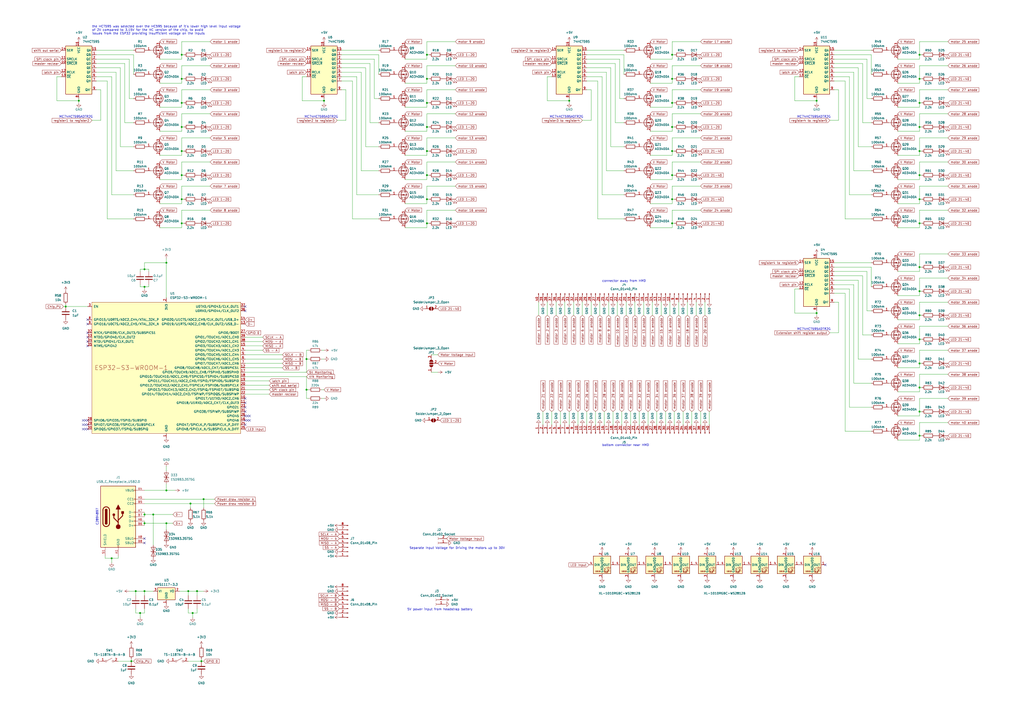
<source format=kicad_sch>
(kicad_sch (version 20230121) (generator eeschema)
  (paper "A2")
  (title_block (title "Aurisense V2") (rev "2.0"))
  (lib_symbols
    (symbol "74xx:74HCT595"
      (property "Reference" "U" (at -7.62 13.97 0))
      (property "Value" "74HCT595" (at -7.62 -16.51 0))
      (symbol "74HCT595_1_0"
        (pin tri_state line (at 10.16 7.62 180) (length 2.54) (name "QB") (number "1"))
        (pin input line (at -10.16 2.54 0) (length 2.54) (name "~{SRCLR}") (number "10"))
        (pin input line (at -10.16 5.08 0) (length 2.54) (name "SRCLK") (number "11"))
        (pin input line (at -10.16 -2.54 0) (length 2.54) (name "RCLK") (number "12"))
        (pin input line (at -10.16 -5.08 0) (length 2.54) (name "~{OE}") (number "13"))
        (pin input line (at -10.16 10.16 0) (length 2.54) (name "SER") (number "14"))
        (pin tri_state line (at 10.16 10.16 180) (length 2.54) (name "QA") (number "15"))
        (pin power_in line (at 0 15.24 270) (length 2.54) (name "VCC") (number "16"))
        (pin tri_state line (at 10.16 5.08 180) (length 2.54) (name "QC") (number "2"))
        (pin tri_state line (at 10.16 2.54 180) (length 2.54) (name "QD") (number "3"))
        (pin tri_state line (at 10.16 0 180) (length 2.54) (name "QE") (number "4"))
        (pin tri_state line (at 10.16 -2.54 180) (length 2.54) (name "QF") (number "5"))
        (pin tri_state line (at 10.16 -5.08 180) (length 2.54) (name "QG") (number "6"))
        (pin tri_state line (at 10.16 -7.62 180) (length 2.54) (name "QH") (number "7"))
        (pin power_in line (at 0 -17.78 90) (length 2.54) (name "GND") (number "8"))
        (pin output line (at 10.16 -12.7 180) (length 2.54) (name "QH'") (number "9"))
      )
    )
    (symbol "Connector:Conn_01x02_Socket" (pin_names (offset 1.016) hide)
      (property "Reference" "J" (at 0 2.54 0))
      (property "Value" "Conn_01x02_Socket" (at 0 -5.08 0))
      (symbol "Conn_01x02_Socket_1_1"
        (pin passive line (at -5.08 0 0) (length 3.81) (name "Pin_1") (number "1"))
        (pin passive line (at -5.08 -2.54 0) (length 3.81) (name "Pin_2") (number "2"))
      )
    )
    (symbol "Connector:Conn_01x08_Pin" (pin_names (offset 1.016) hide)
      (property "Reference" "J" (at 0 10.16 0))
      (property "Value" "Conn_01x08_Pin" (at 0 -12.7 0))
      (symbol "Conn_01x08_Pin_1_1"
        (pin passive line (at 5.08 7.62 180) (length 3.81) (name "Pin_1") (number "1"))
        (pin passive line (at 5.08 5.08 180) (length 3.81) (name "Pin_2") (number "2"))
        (pin passive line (at 5.08 2.54 180) (length 3.81) (name "Pin_3") (number "3"))
        (pin passive line (at 5.08 0 180) (length 3.81) (name "Pin_4") (number "4"))
        (pin passive line (at 5.08 -2.54 180) (length 3.81) (name "Pin_5") (number "5"))
        (pin passive line (at 5.08 -5.08 180) (length 3.81) (name "Pin_6") (number "6"))
        (pin passive line (at 5.08 -7.62 180) (length 3.81) (name "Pin_7") (number "7"))
        (pin passive line (at 5.08 -10.16 180) (length 3.81) (name "Pin_8") (number "8"))
      )
    )
    (symbol "Connector:Conn_01x40_Pin" (pin_names (offset 1.016) hide)
      (property "Reference" "J" (at 0 50.8 0))
      (property "Value" "Conn_01x40_Pin" (at 0 -53.34 0))
      (symbol "Conn_01x40_Pin_1_1"
        (pin passive line (at 5.08 48.26 180) (length 3.81) (name "Pin_1") (number "1"))
        (pin passive line (at 5.08 25.4 180) (length 3.81) (name "Pin_10") (number "10"))
        (pin passive line (at 5.08 22.86 180) (length 3.81) (name "Pin_11") (number "11"))
        (pin passive line (at 5.08 20.32 180) (length 3.81) (name "Pin_12") (number "12"))
        (pin passive line (at 5.08 17.78 180) (length 3.81) (name "Pin_13") (number "13"))
        (pin passive line (at 5.08 15.24 180) (length 3.81) (name "Pin_14") (number "14"))
        (pin passive line (at 5.08 12.7 180) (length 3.81) (name "Pin_15") (number "15"))
        (pin passive line (at 5.08 10.16 180) (length 3.81) (name "Pin_16") (number "16"))
        (pin passive line (at 5.08 7.62 180) (length 3.81) (name "Pin_17") (number "17"))
        (pin passive line (at 5.08 5.08 180) (length 3.81) (name "Pin_18") (number "18"))
        (pin passive line (at 5.08 2.54 180) (length 3.81) (name "Pin_19") (number "19"))
        (pin passive line (at 5.08 45.72 180) (length 3.81) (name "Pin_2") (number "2"))
        (pin passive line (at 5.08 0 180) (length 3.81) (name "Pin_20") (number "20"))
        (pin passive line (at 5.08 -2.54 180) (length 3.81) (name "Pin_21") (number "21"))
        (pin passive line (at 5.08 -5.08 180) (length 3.81) (name "Pin_22") (number "22"))
        (pin passive line (at 5.08 -7.62 180) (length 3.81) (name "Pin_23") (number "23"))
        (pin passive line (at 5.08 -10.16 180) (length 3.81) (name "Pin_24") (number "24"))
        (pin passive line (at 5.08 -12.7 180) (length 3.81) (name "Pin_25") (number "25"))
        (pin passive line (at 5.08 -15.24 180) (length 3.81) (name "Pin_26") (number "26"))
        (pin passive line (at 5.08 -17.78 180) (length 3.81) (name "Pin_27") (number "27"))
        (pin passive line (at 5.08 -20.32 180) (length 3.81) (name "Pin_28") (number "28"))
        (pin passive line (at 5.08 -22.86 180) (length 3.81) (name "Pin_29") (number "29"))
        (pin passive line (at 5.08 43.18 180) (length 3.81) (name "Pin_3") (number "3"))
        (pin passive line (at 5.08 -25.4 180) (length 3.81) (name "Pin_30") (number "30"))
        (pin passive line (at 5.08 -27.94 180) (length 3.81) (name "Pin_31") (number "31"))
        (pin passive line (at 5.08 -30.48 180) (length 3.81) (name "Pin_32") (number "32"))
        (pin passive line (at 5.08 -33.02 180) (length 3.81) (name "Pin_33") (number "33"))
        (pin passive line (at 5.08 -35.56 180) (length 3.81) (name "Pin_34") (number "34"))
        (pin passive line (at 5.08 -38.1 180) (length 3.81) (name "Pin_35") (number "35"))
        (pin passive line (at 5.08 -40.64 180) (length 3.81) (name "Pin_36") (number "36"))
        (pin passive line (at 5.08 -43.18 180) (length 3.81) (name "Pin_37") (number "37"))
        (pin passive line (at 5.08 -45.72 180) (length 3.81) (name "Pin_38") (number "38"))
        (pin passive line (at 5.08 -48.26 180) (length 3.81) (name "Pin_39") (number "39"))
        (pin passive line (at 5.08 40.64 180) (length 3.81) (name "Pin_4") (number "4"))
        (pin passive line (at 5.08 -50.8 180) (length 3.81) (name "Pin_40") (number "40"))
        (pin passive line (at 5.08 38.1 180) (length 3.81) (name "Pin_5") (number "5"))
        (pin passive line (at 5.08 35.56 180) (length 3.81) (name "Pin_6") (number "6"))
        (pin passive line (at 5.08 33.02 180) (length 3.81) (name "Pin_7") (number "7"))
        (pin passive line (at 5.08 30.48 180) (length 3.81) (name "Pin_8") (number "8"))
        (pin passive line (at 5.08 27.94 180) (length 3.81) (name "Pin_9") (number "9"))
      )
    )
    (symbol "Connector:USB_C_Receptacle_USB2.0" (pin_names (offset 1.016))
      (property "Reference" "J" (at -10.16 19.05 0))
      (property "Value" "USB_C_Receptacle_USB2.0" (at 19.05 19.05 0))
      (symbol "USB_C_Receptacle_USB2.0_1_1"
        (pin passive line (at 0 -22.86 90) (length 5.08) (name "GND") (number "A1"))
        (pin passive line (at 0 -22.86 90) (length 5.08) hide (name "GND") (number "A12"))
        (pin passive line (at 15.24 15.24 180) (length 5.08) (name "VBUS") (number "A4"))
        (pin bidirectional line (at 15.24 10.16 180) (length 5.08) (name "CC1") (number "A5"))
        (pin bidirectional line (at 15.24 -2.54 180) (length 5.08) (name "D+") (number "A6"))
        (pin bidirectional line (at 15.24 2.54 180) (length 5.08) (name "D-") (number "A7"))
        (pin bidirectional line (at 15.24 -12.7 180) (length 5.08) (name "SBU1") (number "A8"))
        (pin passive line (at 15.24 15.24 180) (length 5.08) hide (name "VBUS") (number "A9"))
        (pin passive line (at 0 -22.86 90) (length 5.08) hide (name "GND") (number "B1"))
        (pin passive line (at 0 -22.86 90) (length 5.08) hide (name "GND") (number "B12"))
        (pin passive line (at 15.24 15.24 180) (length 5.08) hide (name "VBUS") (number "B4"))
        (pin bidirectional line (at 15.24 7.62 180) (length 5.08) (name "CC2") (number "B5"))
        (pin bidirectional line (at 15.24 -5.08 180) (length 5.08) (name "D+") (number "B6"))
        (pin bidirectional line (at 15.24 0 180) (length 5.08) (name "D-") (number "B7"))
        (pin bidirectional line (at 15.24 -15.24 180) (length 5.08) (name "SBU2") (number "B8"))
        (pin passive line (at 15.24 15.24 180) (length 5.08) hide (name "VBUS") (number "B9"))
        (pin passive line (at -7.62 -22.86 90) (length 5.08) (name "SHIELD") (number "S1"))
      )
    )
    (symbol "Device:C" (pin_numbers hide) (pin_names (offset 0.254))
      (property "Reference" "C" (at 0.635 2.54 0))
      (property "Value" "C" (at 0.635 -2.54 0))
      (symbol "C_1_1"
        (pin passive line (at 0 3.81 270) (length 2.794) (name "~") (number "1"))
        (pin passive line (at 0 -3.81 90) (length 2.794) (name "~") (number "2"))
      )
    )
    (symbol "Device:LED" (pin_numbers hide) (pin_names (offset 1.016) hide)
      (property "Reference" "D" (at 0 2.54 0))
      (property "Value" "LED" (at 0 -2.54 0))
      (symbol "LED_1_1"
        (pin passive line (at -3.81 0 0) (length 2.54) (name "K") (number "1"))
        (pin passive line (at 3.81 0 180) (length 2.54) (name "A") (number "2"))
      )
    )
    (symbol "Device:R" (pin_numbers hide) (pin_names (offset 0))
      (property "Reference" "R" (at 2.032 0 90))
      (property "Value" "R" (at 0 0 90))
      (symbol "R_1_1"
        (pin passive line (at 0 3.81 270) (length 1.27) (name "~") (number "1"))
        (pin passive line (at 0 -3.81 90) (length 1.27) (name "~") (number "2"))
      )
    )
    (symbol "Diode:ESD9B3.3ST5G" (pin_numbers hide) (pin_names (offset 1.016) hide)
      (property "Reference" "D" (at 0 2.54 0))
      (property "Value" "ESD9B3.3ST5G" (at 0 -2.54 0))
      (symbol "ESD9B3.3ST5G_1_1"
        (pin passive line (at -3.81 0 0) (length 2.54) (name "A1") (number "1"))
        (pin passive line (at 3.81 0 180) (length 2.54) (name "A2") (number "2"))
      )
    )
    (symbol "Jumper:SolderJumper_2_Open" (pin_names (offset 0) hide)
      (property "Reference" "JP" (at 0 2.032 0))
      (property "Value" "SolderJumper_2_Open" (at 0 -2.54 0))
      (symbol "SolderJumper_2_Open_1_1"
        (pin passive line (at -3.81 0 0) (length 2.54) (name "A") (number "1"))
        (pin passive line (at 3.81 0 180) (length 2.54) (name "B") (number "2"))
      )
    )
    (symbol "Jumper:SolderJumper_3_Open" (pin_names (offset 0) hide)
      (property "Reference" "JP" (at -2.54 -2.54 0))
      (property "Value" "SolderJumper_3_Open" (at 0 2.794 0))
      (symbol "SolderJumper_3_Open_1_1"
        (pin passive line (at -5.08 0 0) (length 2.54) (name "A") (number "1"))
        (pin passive line (at 0 -3.81 90) (length 2.54) (name "C") (number "2"))
        (pin passive line (at 5.08 0 180) (length 2.54) (name "B") (number "3"))
      )
    )
    (symbol "OSHaptics&EMG:WS2"
      (property "Reference" "U" (at 2.54 6.35 0))
      (symbol "WS2_0_0"
        (text "RGB" (at 2.286 -4.191 0) (effects (font (size 0.762 0.762))))
      )
      (symbol "WS2_1_0"
        (text "1010" (at -2.54 -3.81 0) (effects (font (size 0.762 0.762))))
      )
      (symbol "WS2_1_1"
        (pin output line (at 7.62 0 180) (length 2.54) (name "DOUT") (number "1"))
        (pin power_in line (at 0 7.62 270) (length 2.54) (name "VDD") (number "2"))
        (pin power_in line (at 0 -7.62 90) (length 2.54) (name "GND") (number "3"))
        (pin input line (at -7.62 0 0) (length 2.54) (name "DIN") (number "4"))
      )
    )
    (symbol "PCM_Espressif:ESP32-S3-WROOM-1" (pin_names (offset 1.016))
      (property "Reference" "U" (at -43.18 43.18 0))
      (property "Value" "ESP32-S3-WROOM-1" (at -43.18 40.64 0))
      (symbol "ESP32-S3-WROOM-1_0_0"
        (text "ESP32-S3-WROOM-1" (at -20.32 0 0) (effects (font (size 2.54 2.54))))
        (pin power_in line (at 0 -40.64 90) (length 2.54) (name "GND") (number "1"))
        (pin bidirectional line (at 45.72 -17.78 180) (length 2.54) (name "GPIO17/U1TXD/ADC2_CH6") (number "10"))
        (pin bidirectional line (at 45.72 -20.32 180) (length 2.54) (name "GPIO18/U1RXD/ADC2_CH7/CLK_OUT3") (number "11"))
        (pin bidirectional line (at 45.72 0 180) (length 2.54) (name "GPIO8/TOUCH8/ADC1_CH7/SUBSPICS1") (number "12"))
        (pin bidirectional line (at 45.72 25.4 180) (length 2.54) (name "GPIO19/U1RTS/ADC2_CH8/CLK_OUT2/USB_D-") (number "13"))
        (pin bidirectional line (at 45.72 27.94 180) (length 2.54) (name "GPIO20/U1CTS/ADC2_CH9/CLK_OUT1/USB_D+") (number "14"))
        (pin bidirectional line (at 45.72 12.7 180) (length 2.54) (name "GPIO3/TOUCH3/ADC1_CH2") (number "15"))
        (pin bidirectional line (at 45.72 -30.48 180) (length 2.54) (name "GPIO46") (number "16"))
        (pin bidirectional line (at 45.72 -2.54 180) (length 2.54) (name "GPIO9/TOUCH9/ADC1_CH8/FSPIHD/SUBSPIHD") (number "17"))
        (pin bidirectional line (at 45.72 -5.08 180) (length 2.54) (name "GPIO10/TOUCH10/ADC1_CH9/FSPICS0/FSPIIO4/SUBSPICS0") (number "18"))
        (pin bidirectional line (at 45.72 -7.62 180) (length 2.54) (name "GPIO11/TOUCH11/ADC2_CH0/FSPID/FSPIIO5/SUBSPID") (number "19"))
        (pin power_in line (at 0 40.64 270) (length 2.54) (name "3V3") (number "2"))
        (pin bidirectional line (at 45.72 -10.16 180) (length 2.54) (name "GPIO12/TOUCH12/ADC2_CH1/FSPICLK/FSPIIO6/SUBSPICLK") (number "20"))
        (pin bidirectional line (at 45.72 -12.7 180) (length 2.54) (name "GPIO13/TOUCH13/ADC2_CH2/FSPIQ/FSPIIO7/SUBSPIQ") (number "21"))
        (pin bidirectional line (at 45.72 -15.24 180) (length 2.54) (name "GPIO14/TOUCH14/ADC2_CH3/FSPIWP/FSPIDQS/SUBSPIWP") (number "22"))
        (pin bidirectional line (at 45.72 -22.86 180) (length 2.54) (name "GPIO21") (number "23"))
        (pin bidirectional line (at 45.72 -33.02 180) (length 2.54) (name "GPIO47/SPICLK_P/SUBSPICLK_P_DIFF") (number "24"))
        (pin bidirectional line (at 45.72 -35.56 180) (length 2.54) (name "GPIO48/SPICLK_N/SUBSPICLK_N_DIFF") (number "25"))
        (pin bidirectional line (at 45.72 -27.94 180) (length 2.54) (name "GPIO45") (number "26"))
        (pin bidirectional line (at 45.72 20.32 180) (length 2.54) (name "GPIO0/BOOT") (number "27"))
        (pin bidirectional line (at -45.72 -30.48 0) (length 2.54) (name "SPIIO6/GPIO35/FSPID/SUBSPID") (number "28"))
        (pin bidirectional line (at -45.72 -33.02 0) (length 2.54) (name "SPIIO7/GPIO36/FSPICLK/SUBSPICLK") (number "29"))
        (pin input line (at -45.72 35.56 0) (length 2.54) (name "EN") (number "3"))
        (pin bidirectional line (at -45.72 -35.56 0) (length 2.54) (name "SPIDQS/GPIO37/FSPIQ/SUBSPIQ") (number "30"))
        (pin bidirectional line (at 45.72 -25.4 180) (length 2.54) (name "GPIO38/FSPIWP/SUBSPIWP") (number "31"))
        (pin bidirectional line (at -45.72 20.32 0) (length 2.54) (name "MTCK/GPIO39/CLK_OUT3/SUBSPICS1") (number "32"))
        (pin bidirectional line (at -45.72 17.78 0) (length 2.54) (name "MTDO/GPIO40/CLK_OUT2") (number "33"))
        (pin bidirectional line (at -45.72 15.24 0) (length 2.54) (name "MTDI/GPIO41/CLK_OUT1") (number "34"))
        (pin bidirectional line (at -45.72 12.7 0) (length 2.54) (name "MTMS/GPIO42") (number "35"))
        (pin bidirectional line (at 45.72 33.02 180) (length 2.54) (name "U0RXD/GPIO44/CLK_OUT2") (number "36"))
        (pin bidirectional line (at 45.72 35.56 180) (length 2.54) (name "U0TXD/GPIO43/CLK_OUT1") (number "37"))
        (pin bidirectional line (at 45.72 15.24 180) (length 2.54) (name "GPIO2/TOUCH2/ADC1_CH1") (number "38"))
        (pin bidirectional line (at 45.72 17.78 180) (length 2.54) (name "GPIO1/TOUCH1/ADC1_CH0") (number "39"))
        (pin bidirectional line (at 45.72 10.16 180) (length 2.54) (name "GPIO4/TOUCH4/ADC1_CH3") (number "4"))
        (pin passive line (at 0 -40.64 90) (length 2.54) hide (name "GND") (number "40"))
        (pin passive line (at 0 -40.64 90) (length 2.54) hide (name "GND") (number "41"))
        (pin bidirectional line (at 45.72 7.62 180) (length 2.54) (name "GPIO5/TOUCH5/ADC1_CH4") (number "5"))
        (pin bidirectional line (at 45.72 5.08 180) (length 2.54) (name "GPIO6/TOUCH6/ADC1_CH5") (number "6"))
        (pin bidirectional line (at 45.72 2.54 180) (length 2.54) (name "GPIO7/TOUCH7/ADC1_CH6") (number "7"))
        (pin bidirectional line (at -45.72 27.94 0) (length 2.54) (name "GPIO15/U0RTS/ADC2_CH4/XTAL_32K_P") (number "8"))
        (pin bidirectional line (at -45.72 25.4 0) (length 2.54) (name "GPIO16/U0CTS/ADC2_CH5/XTAL_32K_N") (number "9"))
      )
    )
    (symbol "Regulator_Linear:AMS1117-3.3"
      (property "Reference" "U" (at -3.81 3.175 0))
      (property "Value" "AMS1117-3.3" (at 0 3.175 0))
      (symbol "AMS1117-3.3_1_1"
        (pin power_in line (at 0 -7.62 90) (length 2.54) (name "GND") (number "1"))
        (pin power_out line (at 7.62 0 180) (length 2.54) (name "VO") (number "2"))
        (pin power_in line (at -7.62 0 0) (length 2.54) (name "VI") (number "3"))
      )
    )
    (symbol "Switch:SW_SPST" (pin_names (offset 0) hide)
      (property "Reference" "SW" (at 0 3.175 0))
      (property "Value" "SW_SPST" (at 0 -2.54 0))
      (symbol "SW_SPST_1_1"
        (pin passive line (at -5.08 0 0) (length 2.54) (name "A") (number "1"))
        (pin passive line (at 5.08 0 180) (length 2.54) (name "B") (number "2"))
      )
    )
    (symbol "Transistor_FET:AO3400A" (pin_names hide)
      (property "Reference" "Q" (at 5.08 1.905 0))
      (property "Value" "AO3400A" (at 5.08 0 0))
      (symbol "AO3400A_1_1"
        (pin input line (at -5.08 0 0) (length 2.54) (name "G") (number "1"))
        (pin passive line (at 2.54 -5.08 90) (length 2.54) (name "S") (number "2"))
        (pin passive line (at 2.54 5.08 270) (length 2.54) (name "D") (number "3"))
      )
    )
    (symbol "power:+3V3" (power) (pin_names (offset 0))
      (property "Value" "+3V3" (at 0 3.556 0))
      (symbol "+3V3_1_1"
        (pin power_in line (at 0 0 90) (length 0) hide (name "+3V3") (number "1"))
      )
    )
    (symbol "power:+5V" (power) (pin_names (offset 0))
      (property "Value" "+5V" (at 0 3.556 0))
      (symbol "+5V_1_1"
        (pin power_in line (at 0 0 90) (length 0) hide (name "+5V") (number "1"))
      )
    )
    (symbol "power:GND" (power) (pin_names (offset 0))
      (property "Value" "GND" (at 0 -3.81 0))
      (symbol "GND_1_1"
        (pin power_in line (at 0 0 270) (length 0) hide (name "GND") (number "1"))
      )
    )
  )
  (junction (at 533.4 224.79))
  (junction (at 105.41 59.69))
  (junction (at 105.41 129.54))
  (junction (at 247.65 101.6))
  (junction (at 83.82 166.37))
  (junction (at 105.41 101.6))
  (junction (at 109.22 342.9))
  (junction (at 389.89 59.69))
  (junction (at 473.71 181.61))
  (junction (at 533.4 87.63))
  (junction (at 533.4 154.94))
  (junction (at 533.4 182.88))
  (junction (at 38.1 177.8))
  (junction (at 105.41 115.57))
  (junction (at 83.82 303.53))
  (junction (at 389.89 87.63))
  (junction (at 389.89 31.75))
  (junction (at 105.41 31.75))
  (junction (at 533.4 129.54))
  (junction (at 247.65 59.69))
  (junction (at 533.4 31.75))
  (junction (at 177.8 208.28))
  (junction (at 533.4 59.69))
  (junction (at 533.4 115.57))
  (junction (at 389.89 45.72))
  (junction (at 110.49 292.1))
  (junction (at 389.89 73.66))
  (junction (at 247.65 45.72))
  (junction (at 330.2 58.42))
  (junction (at 533.4 252.73))
  (junction (at 247.65 31.75))
  (junction (at 96.52 152.4))
  (junction (at 247.65 73.66))
  (junction (at 96.52 284.48))
  (junction (at 83.82 298.45))
  (junction (at 177.8 226.06))
  (junction (at 83.82 342.9))
  (junction (at 105.41 45.72))
  (junction (at 88.9 298.45))
  (junction (at 389.89 129.54))
  (junction (at 389.89 115.57))
  (junction (at 533.4 73.66))
  (junction (at 111.76 355.6))
  (junction (at 105.41 73.66))
  (junction (at 389.89 101.6))
  (junction (at 473.71 58.42))
  (junction (at 45.72 58.42))
  (junction (at 247.65 87.63))
  (junction (at 64.77 323.85))
  (junction (at 118.11 289.56))
  (junction (at 114.3 342.9))
  (junction (at 187.96 58.42))
  (junction (at 105.41 87.63))
  (junction (at 76.2 383.54))
  (junction (at 96.52 303.53))
  (junction (at 533.4 238.76))
  (junction (at 81.28 355.6))
  (junction (at 78.74 342.9))
  (junction (at 83.82 156.21))
  (junction (at 533.4 101.6))
  (junction (at 116.84 383.54))
  (junction (at 247.65 129.54))
  (junction (at 533.4 196.85))
  (junction (at 247.65 115.57))
  (junction (at 533.4 168.91))
  (junction (at 533.4 45.72))
  (junction (at 533.4 210.82))
  (no_connect (at 49.53 248.92))
  (no_connect (at 142.24 177.8))
  (no_connect (at 142.24 233.68))
  (no_connect (at 49.53 243.84))
  (no_connect (at 50.8 198.12))
  (no_connect (at 50.8 185.42))
  (no_connect (at 83.82 312.42))
  (no_connect (at 49.53 246.38))
  (no_connect (at 48.26 248.92))
  (no_connect (at 50.8 248.92))
  (no_connect (at 142.24 238.76))
  (no_connect (at 143.51 243.84))
  (no_connect (at 50.8 246.38))
  (no_connect (at 50.8 187.96))
  (no_connect (at 143.51 241.3))
  (no_connect (at 48.26 243.84))
  (no_connect (at 142.24 243.84))
  (no_connect (at 142.24 246.38))
  (no_connect (at 142.24 180.34))
  (no_connect (at 478.79 327.66))
  (no_connect (at 144.78 243.84))
  (no_connect (at 142.24 231.14))
  (no_connect (at 48.26 246.38))
  (no_connect (at 50.8 195.58))
  (no_connect (at 83.82 314.96))
  (no_connect (at 142.24 236.22))
  (no_connect (at 50.8 200.66))
  (no_connect (at 144.78 241.3))
  (no_connect (at 142.24 241.3))
  (no_connect (at 50.8 243.84))
  (no_connect (at 50.8 193.04))
  (wire (pts (xy 483.87 162.56) (xy 497.84 162.56)))
  (wire (pts (xy 473.71 182.88) (xy 473.71 181.61)))
  (wire (pts (xy 533.4 115.57) (xy 533.4 118.11)))
  (wire (pts (xy 200.66 52.07) (xy 200.66 69.85)))
  (wire (pts (xy 78.74 342.9) (xy 78.74 345.44)))
  (wire (pts (xy 247.65 115.57) (xy 247.65 118.11)))
  (wire (pts (xy 247.65 59.69) (xy 248.92 59.69)))
  (wire (pts (xy 114.3 342.9) (xy 109.22 342.9)))
  (wire (pts (xy 533.4 31.75) (xy 533.4 34.29)))
  (wire (pts (xy 520.7 213.36) (xy 533.4 213.36)))
  (wire (pts (xy 92.71 104.14) (xy 105.41 104.14)))
  (wire (pts (xy 533.4 121.92) (xy 533.4 129.54)))
  (wire (pts (xy 486.41 52.07) (xy 486.41 69.85)))
  (wire (pts (xy 88.9 298.45) (xy 100.33 298.45)))
  (wire (pts (xy 492.76 44.45) (xy 492.76 113.03)))
  (wire (pts (xy 359.41 57.15) (xy 361.95 57.15)))
  (wire (pts (xy 217.17 57.15) (xy 219.71 57.15)))
  (wire (pts (xy 520.7 62.23) (xy 533.4 62.23)))
  (wire (pts (xy 377.19 76.2) (xy 389.89 76.2)))
  (wire (pts (xy 214.63 71.12) (xy 219.71 71.12)))
  (wire (pts (xy 354.33 85.09) (xy 361.95 85.09)))
  (wire (pts (xy 520.7 90.17) (xy 533.4 90.17)))
  (wire (pts (xy 217.17 34.29) (xy 217.17 57.15)))
  (wire (pts (xy 375.92 246.38) (xy 375.92 238.76)))
  (wire (pts (xy 55.88 39.37) (xy 69.85 39.37)))
  (wire (pts (xy 109.22 355.6) (xy 109.22 353.06)))
  (wire (pts (xy 177.8 208.28) (xy 179.07 208.28)))
  (wire (pts (xy 55.88 44.45) (xy 64.77 44.45)))
  (wire (pts (xy 389.89 66.04) (xy 389.89 73.66)))
  (wire (pts (xy 175.26 58.42) (xy 187.96 58.42)))
  (wire (pts (xy 377.19 90.17) (xy 389.89 90.17)))
  (wire (pts (xy 406.4 80.01) (xy 389.89 80.01)))
  (wire (pts (xy 200.66 69.85) (xy 195.58 69.85)))
  (wire (pts (xy 105.41 107.95) (xy 105.41 115.57)))
  (wire (pts (xy 264.16 107.95) (xy 247.65 107.95)))
  (wire (pts (xy 64.77 326.39) (xy 64.77 323.85)))
  (wire (pts (xy 198.12 34.29) (xy 217.17 34.29)))
  (wire (pts (xy 118.11 289.56) (xy 118.11 294.64)))
  (wire (pts (xy 55.88 41.91) (xy 67.31 41.91)))
  (wire (pts (xy 549.91 147.32) (xy 533.4 147.32)))
  (wire (pts (xy 64.77 323.85) (xy 68.58 323.85)))
  (wire (pts (xy 411.48 246.38) (xy 411.48 238.76)))
  (wire (pts (xy 60.96 323.85) (xy 60.96 322.58)))
  (wire (pts (xy 346.71 46.99) (xy 346.71 127)))
  (wire (pts (xy 69.85 39.37) (xy 69.85 85.09)))
  (wire (pts (xy 533.4 101.6) (xy 533.4 104.14)))
  (wire (pts (xy 497.84 39.37) (xy 497.84 85.09)))
  (wire (pts (xy 247.65 121.92) (xy 247.65 129.54)))
  (wire (pts (xy 389.89 121.92) (xy 389.89 129.54)))
  (wire (pts (xy 340.36 44.45) (xy 349.25 44.45)))
  (wire (pts (xy 96.52 270.51) (xy 96.52 273.05)))
  (wire (pts (xy 105.41 24.13) (xy 105.41 31.75)))
  (wire (pts (xy 96.52 303.53) (xy 96.52 307.34)))
  (wire (pts (xy 142.24 208.28) (xy 163.83 208.28)))
  (wire (pts (xy 368.3 182.88) (xy 368.3 175.26)))
  (wire (pts (xy 359.41 34.29) (xy 359.41 57.15)))
  (wire (pts (xy 118.11 383.54) (xy 116.84 383.54)))
  (wire (pts (xy 490.22 250.19) (xy 505.46 250.19)))
  (wire (pts (xy 361.95 29.21) (xy 340.36 29.21)))
  (wire (pts (xy 505.46 31.75) (xy 505.46 43.18)))
  (wire (pts (xy 219.71 31.75) (xy 219.71 43.18)))
  (wire (pts (xy 533.4 129.54) (xy 534.67 129.54)))
  (wire (pts (xy 389.89 107.95) (xy 389.89 115.57)))
  (wire (pts (xy 483.87 36.83) (xy 500.38 36.83)))
  (wire (pts (xy 500.38 194.31) (xy 505.46 194.31)))
  (wire (pts (xy 533.4 168.91) (xy 533.4 171.45)))
  (wire (pts (xy 114.3 342.9) (xy 118.11 342.9)))
  (wire (pts (xy 234.95 104.14) (xy 247.65 104.14)))
  (wire (pts (xy 105.41 66.04) (xy 105.41 73.66)))
  (wire (pts (xy 81.28 166.37) (xy 81.28 165.1)))
  (wire (pts (xy 83.82 298.45) (xy 83.82 299.72)))
  (wire (pts (xy 105.41 52.07) (xy 105.41 59.69)))
  (wire (pts (xy 38.1 177.8) (xy 50.8 177.8)))
  (wire (pts (xy 142.24 210.82) (xy 163.83 210.82)))
  (wire (pts (xy 490.22 127) (xy 505.46 127)))
  (wire (pts (xy 533.4 93.98) (xy 533.4 101.6)))
  (wire (pts (xy 340.36 39.37) (xy 354.33 39.37)))
  (wire (pts (xy 463.55 167.64) (xy 461.01 167.64)))
  (wire (pts (xy 495.3 222.25) (xy 505.46 222.25)))
  (wire (pts (xy 105.41 129.54) (xy 106.68 129.54)))
  (wire (pts (xy 105.41 115.57) (xy 106.68 115.57)))
  (wire (pts (xy 177.8 203.2) (xy 177.8 208.28)))
  (wire (pts (xy 68.58 323.85) (xy 68.58 322.58)))
  (wire (pts (xy 60.96 323.85) (xy 64.77 323.85)))
  (wire (pts (xy 83.82 303.53) (xy 83.82 304.8)))
  (wire (pts (xy 77.47 31.75) (xy 77.47 43.18)))
  (wire (pts (xy 247.65 93.98) (xy 247.65 101.6)))
  (wire (pts (xy 234.95 118.11) (xy 247.65 118.11)))
  (wire (pts (xy 247.65 101.6) (xy 248.92 101.6)))
  (wire (pts (xy 317.5 58.42) (xy 330.2 58.42)))
  (wire (pts (xy 391.16 246.38) (xy 391.16 238.76)))
  (wire (pts (xy 349.25 44.45) (xy 349.25 113.03)))
  (wire (pts (xy 234.95 48.26) (xy 247.65 48.26)))
  (wire (pts (xy 340.36 246.38) (xy 340.36 238.76)))
  (wire (pts (xy 121.92 107.95) (xy 105.41 107.95)))
  (wire (pts (xy 406.4 246.38) (xy 406.4 238.76)))
  (wire (pts (xy 520.7 34.29) (xy 533.4 34.29)))
  (wire (pts (xy 247.65 73.66) (xy 248.92 73.66)))
  (wire (pts (xy 105.41 101.6) (xy 106.68 101.6)))
  (wire (pts (xy 209.55 99.06) (xy 219.71 99.06)))
  (wire (pts (xy 247.65 52.07) (xy 247.65 59.69)))
  (wire (pts (xy 389.89 93.98) (xy 389.89 101.6)))
  (wire (pts (xy 55.88 29.21) (xy 77.47 29.21)))
  (wire (pts (xy 105.41 101.6) (xy 105.41 104.14)))
  (wire (pts (xy 377.19 104.14) (xy 389.89 104.14)))
  (wire (pts (xy 533.4 147.32) (xy 533.4 154.94)))
  (wire (pts (xy 67.31 99.06) (xy 77.47 99.06)))
  (wire (pts (xy 179.07 203.2) (xy 177.8 203.2)))
  (wire (pts (xy 36.83 177.8) (xy 38.1 177.8)))
  (wire (pts (xy 92.71 90.17) (xy 105.41 90.17)))
  (wire (pts (xy 264.16 24.13) (xy 247.65 24.13)))
  (wire (pts (xy 121.92 38.1) (xy 105.41 38.1)))
  (wire (pts (xy 389.89 115.57) (xy 391.16 115.57)))
  (wire (pts (xy 533.4 196.85) (xy 533.4 199.39)))
  (wire (pts (xy 78.74 355.6) (xy 78.74 353.06)))
  (wire (pts (xy 370.84 246.38) (xy 370.84 238.76)))
  (wire (pts (xy 533.4 31.75) (xy 534.67 31.75)))
  (wire (pts (xy 497.84 208.28) (xy 505.46 208.28)))
  (wire (pts (xy 142.24 213.36) (xy 163.83 213.36)))
  (wire (pts (xy 533.4 224.79) (xy 533.4 227.33)))
  (wire (pts (xy 520.7 48.26) (xy 533.4 48.26)))
  (wire (pts (xy 461.01 167.64) (xy 461.01 181.61)))
  (wire (pts (xy 408.94 182.88) (xy 408.94 175.26)))
  (wire (pts (xy 142.24 226.06) (xy 156.21 226.06)))
  (wire (pts (xy 105.41 121.92) (xy 105.41 129.54)))
  (wire (pts (xy 389.89 52.07) (xy 389.89 59.69)))
  (wire (pts (xy 116.84 382.27) (xy 116.84 383.54)))
  (wire (pts (xy 109.22 383.54) (xy 116.84 383.54)))
  (wire (pts (xy 121.92 24.13) (xy 105.41 24.13)))
  (wire (pts (xy 389.89 45.72) (xy 389.89 48.26)))
  (wire (pts (xy 483.87 41.91) (xy 495.3 41.91)))
  (wire (pts (xy 340.36 31.75) (xy 361.95 31.75)))
  (wire (pts (xy 92.71 76.2) (xy 105.41 76.2)))
  (wire (pts (xy 389.89 87.63) (xy 391.16 87.63)))
  (wire (pts (xy 502.92 34.29) (xy 502.92 57.15)))
  (wire (pts (xy 533.4 80.01) (xy 533.4 87.63)))
  (wire (pts (xy 72.39 71.12) (xy 77.47 71.12)))
  (wire (pts (xy 105.41 87.63) (xy 106.68 87.63)))
  (wire (pts (xy 355.6 246.38) (xy 355.6 238.76)))
  (wire (pts (xy 533.4 217.17) (xy 533.4 224.79)))
  (wire (pts (xy 495.3 165.1) (xy 495.3 222.25)))
  (wire (pts (xy 62.23 127) (xy 77.47 127)))
  (wire (pts (xy 377.19 34.29) (xy 389.89 34.29)))
  (wire (pts (xy 92.71 34.29) (xy 105.41 34.29)))
  (wire (pts (xy 177.8 218.44) (xy 177.8 226.06)))
  (wire (pts (xy 247.65 31.75) (xy 247.65 34.29)))
  (wire (pts (xy 83.82 297.18) (xy 83.82 298.45)))
  (wire (pts (xy 500.38 36.83) (xy 500.38 71.12)))
  (wire (pts (xy 389.89 59.69) (xy 389.89 62.23)))
  (wire (pts (xy 492.76 113.03) (xy 505.46 113.03)))
  (wire (pts (xy 214.63 36.83) (xy 214.63 71.12)))
  (wire (pts (xy 74.93 57.15) (xy 77.47 57.15)))
  (wire (pts (xy 234.95 34.29) (xy 247.65 34.29)))
  (wire (pts (xy 533.4 107.95) (xy 533.4 115.57)))
  (wire (pts (xy 389.89 80.01) (xy 389.89 87.63)))
  (wire (pts (xy 69.85 85.09) (xy 77.47 85.09)))
  (wire (pts (xy 179.07 226.06) (xy 177.8 226.06)))
  (wire (pts (xy 406.4 52.07) (xy 389.89 52.07)))
  (wire (pts (xy 105.41 80.01) (xy 105.41 87.63)))
  (wire (pts (xy 549.91 80.01) (xy 533.4 80.01)))
  (wire (pts (xy 533.4 24.13) (xy 533.4 31.75)))
  (wire (pts (xy 377.19 132.08) (xy 389.89 132.08)))
  (wire (pts (xy 401.32 246.38) (xy 401.32 238.76)))
  (wire (pts (xy 105.41 115.57) (xy 105.41 118.11)))
  (wire (pts (xy 110.49 292.1) (xy 124.46 292.1)))
  (wire (pts (xy 320.04 44.45) (xy 317.5 44.45)))
  (wire (pts (xy 492.76 167.64) (xy 492.76 236.22)))
  (wire (pts (xy 533.4 252.73) (xy 533.4 255.27)))
  (wire (pts (xy 342.9 182.88) (xy 342.9 175.26)))
  (wire (pts (xy 505.46 29.21) (xy 483.87 29.21)))
  (wire (pts (xy 389.89 129.54) (xy 389.89 132.08)))
  (wire (pts (xy 486.41 69.85) (xy 481.33 69.85)))
  (wire (pts (xy 96.52 284.48) (xy 101.6 284.48)))
  (wire (pts (xy 349.25 113.03) (xy 361.95 113.03)))
  (wire (pts (xy 105.41 73.66) (xy 105.41 76.2)))
  (wire (pts (xy 234.95 76.2) (xy 247.65 76.2)))
  (wire (pts (xy 533.4 161.29) (xy 533.4 168.91)))
  (wire (pts (xy 533.4 87.63) (xy 533.4 90.17)))
  (wire (pts (xy 520.7 157.48) (xy 533.4 157.48)))
  (wire (pts (xy 533.4 196.85) (xy 534.67 196.85)))
  (wire (pts (xy 389.89 101.6) (xy 391.16 101.6)))
  (wire (pts (xy 45.72 58.42) (xy 45.72 57.15)))
  (wire (pts (xy 330.2 59.69) (xy 330.2 58.42)))
  (wire (pts (xy 64.77 44.45) (xy 64.77 113.03)))
  (wire (pts (xy 86.36 165.1) (xy 86.36 166.37)))
  (wire (pts (xy 207.01 44.45) (xy 207.01 113.03)))
  (wire (pts (xy 83.82 289.56) (xy 118.11 289.56)))
  (wire (pts (xy 114.3 353.06) (xy 114.3 355.6)))
  (wire (pts (xy 68.58 383.54) (xy 76.2 383.54)))
  (wire (pts (xy 549.91 217.17) (xy 533.4 217.17)))
  (wire (pts (xy 247.65 66.04) (xy 247.65 73.66)))
  (wire (pts (xy 377.19 118.11) (xy 389.89 118.11)))
  (wire (pts (xy 549.91 66.04) (xy 533.4 66.04)))
  (wire (pts (xy 490.22 46.99) (xy 490.22 127)))
  (wire (pts (xy 533.4 115.57) (xy 534.67 115.57)))
  (wire (pts (xy 335.28 246.38) (xy 335.28 238.76)))
  (wire (pts (xy 406.4 93.98) (xy 389.89 93.98)))
  (wire (pts (xy 198.12 41.91) (xy 209.55 41.91)))
  (wire (pts (xy 88.9 298.45) (xy 88.9 316.23)))
  (wire (pts (xy 533.4 231.14) (xy 533.4 238.76)))
  (wire (pts (xy 483.87 31.75) (xy 505.46 31.75)))
  (wire (pts (xy 486.41 193.04) (xy 481.33 193.04)))
  (wire (pts (xy 177.8 231.14) (xy 179.07 231.14)))
  (wire (pts (xy 198.12 44.45) (xy 207.01 44.45)))
  (wire (pts (xy 142.24 220.98) (xy 156.21 220.98)))
  (wire (pts (xy 105.41 31.75) (xy 105.41 34.29)))
  (wire (pts (xy 505.46 152.4) (xy 483.87 152.4)))
  (wire (pts (xy 492.76 236.22) (xy 505.46 236.22)))
  (wire (pts (xy 483.87 39.37) (xy 497.84 39.37)))
  (wire (pts (xy 317.5 44.45) (xy 317.5 58.42)))
  (wire (pts (xy 347.98 182.88) (xy 347.98 175.26)))
  (wire (pts (xy 314.96 246.38) (xy 314.96 238.76)))
  (wire (pts (xy 389.89 31.75) (xy 389.89 34.29)))
  (wire (pts (xy 92.71 132.08) (xy 105.41 132.08)))
  (wire (pts (xy 483.87 167.64) (xy 492.76 167.64)))
  (wire (pts (xy 234.95 90.17) (xy 247.65 90.17)))
  (wire (pts (xy 346.71 127) (xy 361.95 127)))
  (wire (pts (xy 549.91 189.23) (xy 533.4 189.23)))
  (wire (pts (xy 83.82 166.37) (xy 81.28 166.37)))
  (wire (pts (xy 461.01 58.42) (xy 473.71 58.42)))
  (wire (pts (xy 247.65 101.6) (xy 247.65 104.14)))
  (wire (pts (xy 92.71 118.11) (xy 105.41 118.11)))
  (wire (pts (xy 121.92 66.04) (xy 105.41 66.04)))
  (wire (pts (xy 363.22 182.88) (xy 363.22 175.26)))
  (wire (pts (xy 483.87 165.1) (xy 495.3 165.1)))
  (wire (pts (xy 381 246.38) (xy 381 238.76)))
  (wire (pts (xy 533.4 203.2) (xy 533.4 210.82)))
  (wire (pts (xy 533.4 238.76) (xy 533.4 241.3)))
  (wire (pts (xy 461.01 181.61) (xy 473.71 181.61)))
  (wire (pts (xy 55.88 46.99) (xy 62.23 46.99)))
  (wire (pts (xy 533.4 52.07) (xy 533.4 59.69)))
  (wire (pts (xy 105.41 45.72) (xy 106.68 45.72)))
  (wire (pts (xy 378.46 182.88) (xy 378.46 175.26)))
  (wire (pts (xy 389.89 31.75) (xy 391.16 31.75)))
  (wire (pts (xy 92.71 48.26) (xy 105.41 48.26)))
  (wire (pts (xy 533.4 224.79) (xy 534.67 224.79)))
  (wire (pts (xy 502.92 180.34) (xy 505.46 180.34)))
  (wire (pts (xy 247.65 59.69) (xy 247.65 62.23)))
  (wire (pts (xy 520.7 171.45) (xy 533.4 171.45)))
  (wire (pts (xy 342.9 52.07) (xy 342.9 69.85)))
  (wire (pts (xy 549.91 24.13) (xy 533.4 24.13)))
  (wire (pts (xy 533.4 210.82) (xy 534.67 210.82)))
  (wire (pts (xy 186.69 208.28) (xy 187.96 208.28)))
  (wire (pts (xy 142.24 223.52) (xy 156.21 223.52)))
  (wire (pts (xy 86.36 156.21) (xy 86.36 157.48)))
  (wire (pts (xy 104.14 342.9) (xy 109.22 342.9)))
  (wire (pts (xy 330.2 58.42) (xy 330.2 57.15)))
  (wire (pts (xy 361.95 31.75) (xy 361.95 43.18)))
  (wire (pts (xy 340.36 52.07) (xy 342.9 52.07)))
  (wire (pts (xy 264.16 38.1) (xy 247.65 38.1)))
  (wire (pts (xy 76.2 382.27) (xy 76.2 383.54)))
  (wire (pts (xy 351.79 41.91) (xy 351.79 99.06)))
  (wire (pts (xy 105.41 87.63) (xy 105.41 90.17)))
  (wire (pts (xy 121.92 52.07) (xy 105.41 52.07)))
  (wire (pts (xy 177.8 226.06) (xy 177.8 231.14)))
  (wire (pts (xy 500.38 71.12) (xy 505.46 71.12)))
  (wire (pts (xy 533.4 73.66) (xy 534.67 73.66)))
  (wire (pts (xy 96.52 149.86) (xy 96.52 152.4)))
  (wire (pts (xy 33.02 44.45) (xy 33.02 58.42)))
  (wire (pts (xy 55.88 34.29) (xy 74.93 34.29)))
  (wire (pts (xy 78.74 342.9) (xy 83.82 342.9)))
  (wire (pts (xy 247.65 87.63) (xy 248.92 87.63)))
  (wire (pts (xy 398.78 182.88) (xy 398.78 175.26)))
  (wire (pts (xy 247.65 73.66) (xy 247.65 76.2)))
  (wire (pts (xy 264.16 80.01) (xy 247.65 80.01)))
  (wire (pts (xy 486.41 175.26) (xy 486.41 193.04)))
  (wire (pts (xy 463.55 44.45) (xy 461.01 44.45)))
  (wire (pts (xy 312.42 182.88) (xy 312.42 175.26)))
  (wire (pts (xy 247.65 38.1) (xy 247.65 45.72)))
  (wire (pts (xy 83.82 156.21) (xy 83.82 152.4)))
  (wire (pts (xy 549.91 121.92) (xy 533.4 121.92)))
  (wire (pts (xy 207.01 113.03) (xy 219.71 113.03)))
  (wire (pts (xy 92.71 62.23) (xy 105.41 62.23)))
  (wire (pts (xy 187.96 231.14) (xy 186.69 231.14)))
  (wire (pts (xy 105.41 45.72) (xy 105.41 48.26)))
  (wire (pts (xy 520.7 104.14) (xy 533.4 104.14)))
  (wire (pts (xy 533.4 245.11) (xy 533.4 252.73)))
  (wire (pts (xy 111.76 358.14) (xy 111.76 355.6)))
  (wire (pts (xy 264.16 66.04) (xy 247.65 66.04)))
  (wire (pts (xy 520.7 185.42) (xy 533.4 185.42)))
  (wire (pts (xy 332.74 182.88) (xy 332.74 175.26)))
  (wire (pts (xy 212.09 85.09) (xy 219.71 85.09)))
  (wire (pts (xy 520.7 199.39) (xy 533.4 199.39)))
  (wire (pts (xy 373.38 182.88) (xy 373.38 175.26)))
  (wire (pts (xy 383.54 182.88) (xy 383.54 175.26)))
  (wire (pts (xy 505.46 154.94) (xy 505.46 166.37)))
  (wire (pts (xy 109.22 342.9) (xy 109.22 345.44)))
  (wire (pts (xy 520.7 241.3) (xy 533.4 241.3)))
  (wire (pts (xy 121.92 121.92) (xy 105.41 121.92)))
  (wire (pts (xy 549.91 231.14) (xy 533.4 231.14)))
  (wire (pts (xy 83.82 298.45) (xy 88.9 298.45)))
  (wire (pts (xy 389.89 115.57) (xy 389.89 118.11)))
  (wire (pts (xy 105.41 59.69) (xy 106.68 59.69)))
  (wire (pts (xy 406.4 107.95) (xy 389.89 107.95)))
  (wire (pts (xy 198.12 31.75) (xy 219.71 31.75)))
  (wire (pts (xy 549.91 93.98) (xy 533.4 93.98)))
  (wire (pts (xy 121.92 93.98) (xy 105.41 93.98)))
  (wire (pts (xy 549.91 52.07) (xy 533.4 52.07)))
  (wire (pts (xy 83.82 292.1) (xy 110.49 292.1)))
  (wire (pts (xy 533.4 66.04) (xy 533.4 73.66)))
  (wire (pts (xy 549.91 38.1) (xy 533.4 38.1)))
  (wire (pts (xy 389.89 45.72) (xy 391.16 45.72)))
  (wire (pts (xy 533.4 38.1) (xy 533.4 45.72)))
  (wire (pts (xy 110.49 292.1) (xy 110.49 294.64)))
  (wire (pts (xy 58.42 52.07) (xy 58.42 69.85)))
  (wire (pts (xy 212.09 39.37) (xy 212.09 85.09)))
  (wire (pts (xy 64.77 113.03) (xy 77.47 113.03)))
  (wire (pts (xy 247.65 107.95) (xy 247.65 115.57)))
  (wire (pts (xy 96.52 152.4) (xy 96.52 172.72)))
  (wire (pts (xy 83.82 284.48) (xy 96.52 284.48)))
  (wire (pts (xy 360.68 246.38) (xy 360.68 238.76)))
  (wire (pts (xy 142.24 228.6) (xy 156.21 228.6)))
  (wire (pts (xy 483.87 46.99) (xy 490.22 46.99)))
  (wire (pts (xy 142.24 205.74) (xy 163.83 205.74)))
  (wire (pts (xy 353.06 182.88) (xy 353.06 175.26)))
  (wire (pts (xy 264.16 93.98) (xy 247.65 93.98)))
  (wire (pts (xy 234.95 132.08) (xy 247.65 132.08)))
  (wire (pts (xy 121.92 80.01) (xy 105.41 80.01)))
  (wire (pts (xy 345.44 246.38) (xy 345.44 238.76)))
  (wire (pts (xy 473.71 58.42) (xy 473.71 57.15)))
  (wire (pts (xy 81.28 156.21) (xy 83.82 156.21)))
  (wire (pts (xy 38.1 177.8) (xy 38.1 176.53)))
  (wire (pts (xy 152.4 195.58) (xy 142.24 195.58)))
  (wire (pts (xy 264.16 52.07) (xy 247.65 52.07)))
  (wire (pts (xy 389.89 101.6) (xy 389.89 104.14)))
  (wire (pts (xy 177.8 215.9) (xy 142.24 215.9)))
  (wire (pts (xy 549.91 203.2) (xy 533.4 203.2)))
  (wire (pts (xy 389.89 73.66) (xy 391.16 73.66)))
  (wire (pts (xy 342.9 69.85) (xy 337.82 69.85)))
  (wire (pts (xy 533.4 154.94) (xy 534.67 154.94)))
  (wire (pts (xy 35.56 44.45) (xy 33.02 44.45)))
  (wire (pts (xy 247.65 31.75) (xy 248.92 31.75)))
  (wire (pts (xy 497.84 85.09) (xy 505.46 85.09)))
  (wire (pts (xy 187.96 59.69) (xy 187.96 58.42)))
  (wire (pts (xy 549.91 175.26) (xy 533.4 175.26)))
  (wire (pts (xy 473.71 59.69) (xy 473.71 58.42)))
  (wire (pts (xy 152.4 200.66) (xy 142.24 200.66)))
  (wire (pts (xy 322.58 182.88) (xy 322.58 175.26)))
  (wire (pts (xy 386.08 246.38) (xy 386.08 238.76)))
  (wire (pts (xy 533.4 154.94) (xy 533.4 157.48)))
  (wire (pts (xy 340.36 36.83) (xy 356.87 36.83)))
  (wire (pts (xy 96.52 280.67) (xy 96.52 284.48)))
  (wire (pts (xy 58.42 69.85) (xy 53.34 69.85)))
  (wire (pts (xy 483.87 160.02) (xy 500.38 160.02)))
  (wire (pts (xy 483.87 34.29) (xy 502.92 34.29)))
  (wire (pts (xy 483.87 157.48) (xy 502.92 157.48)))
  (wire (pts (xy 142.24 203.2) (xy 152.4 203.2)))
  (wire (pts (xy 520.7 255.27) (xy 533.4 255.27)))
  (wire (pts (xy 520.7 118.11) (xy 533.4 118.11)))
  (wire (pts (xy 81.28 355.6) (xy 78.74 355.6)))
  (wire (pts (xy 175.26 44.45) (xy 175.26 58.42)))
  (wire (pts (xy 83.82 353.06) (xy 83.82 355.6)))
  (wire (pts (xy 247.65 80.01) (xy 247.65 87.63)))
  (wire (pts (xy 247.65 24.13) (xy 247.65 31.75)))
  (wire (pts (xy 533.4 101.6) (xy 534.67 101.6)))
  (wire (pts (xy 198.12 52.07) (xy 200.66 52.07)))
  (wire (pts (xy 533.4 45.72) (xy 534.67 45.72)))
  (wire (pts (xy 234.95 62.23) (xy 247.65 62.23)))
  (wire (pts (xy 83.82 342.9) (xy 83.82 345.44)))
  (wire (pts (xy 55.88 36.83) (xy 72.39 36.83)))
  (wire (pts (xy 549.91 245.11) (xy 533.4 245.11)))
  (wire (pts (xy 105.41 73.66) (xy 106.68 73.66)))
  (wire (pts (xy 483.87 52.07) (xy 486.41 52.07)))
  (wire (pts (xy 533.4 73.66) (xy 533.4 76.2)))
  (wire (pts (xy 403.86 182.88) (xy 403.86 175.26)))
  (wire (pts (xy 254 215.9) (xy 250.19 215.9)))
  (wire (pts (xy 247.65 129.54) (xy 248.92 129.54)))
  (wire (pts (xy 354.33 39.37) (xy 354.33 85.09)))
  (wire (pts (xy 152.4 198.12) (xy 142.24 198.12)))
  (wire (pts (xy 105.41 129.54) (xy 105.41 132.08)))
  (wire (pts (xy 114.3 355.6) (xy 111.76 355.6)))
  (wire (pts (xy 483.87 175.26) (xy 486.41 175.26)))
  (wire (pts (xy 520.7 76.2) (xy 533.4 76.2)))
  (wire (pts (xy 533.4 129.54) (xy 533.4 132.08)))
  (wire (pts (xy 187.96 58.42) (xy 187.96 57.15)))
  (wire (pts (xy 83.82 156.21) (xy 86.36 156.21)))
  (wire (pts (xy 118.11 289.56) (xy 124.46 289.56)))
  (wire (pts (xy 473.71 181.61) (xy 473.71 180.34)))
  (wire (pts (xy 105.41 59.69) (xy 105.41 62.23)))
  (wire (pts (xy 389.89 24.13) (xy 389.89 31.75)))
  (wire (pts (xy 389.89 73.66) (xy 389.89 76.2)))
  (wire (pts (xy 340.36 46.99) (xy 346.71 46.99)))
  (wire (pts (xy 250.19 205.74) (xy 254 205.74)))
  (wire (pts (xy 356.87 71.12) (xy 361.95 71.12)))
  (wire (pts (xy 204.47 46.99) (xy 204.47 127)))
  (wire (pts (xy 247.65 87.63) (xy 247.65 90.17)))
  (wire (pts (xy 177.8 208.28) (xy 177.8 215.9)))
  (wire (pts (xy 96.52 303.53) (xy 100.33 303.53)))
  (wire (pts (xy 549.91 161.29) (xy 533.4 161.29)))
  (wire (pts (xy 406.4 38.1) (xy 389.89 38.1)))
  (wire (pts (xy 350.52 246.38) (xy 350.52 238.76)))
  (wire (pts (xy 74.93 34.29) (xy 74.93 57.15)))
  (wire (pts (xy 74.93 342.9) (xy 78.74 342.9)))
  (wire (pts (xy 533.4 182.88) (xy 534.67 182.88)))
  (wire (pts (xy 533.4 252.73) (xy 534.67 252.73)))
  (wire (pts (xy 495.3 99.06) (xy 505.46 99.06)))
  (wire (pts (xy 219.71 29.21) (xy 198.12 29.21)))
  (wire (pts (xy 177.8 218.44) (xy 142.24 218.44)))
  (wire (pts (xy 533.4 238.76) (xy 534.67 238.76)))
  (wire (pts (xy 72.39 36.83) (xy 72.39 71.12)))
  (wire (pts (xy 81.28 157.48) (xy 81.28 156.21)))
  (wire (pts (xy 330.2 246.38) (xy 330.2 238.76)))
  (wire (pts (xy 356.87 36.83) (xy 356.87 71.12)))
  (wire (pts (xy 533.4 189.23) (xy 533.4 196.85)))
  (wire (pts (xy 549.91 107.95) (xy 533.4 107.95)))
  (wire (pts (xy 198.12 39.37) (xy 212.09 39.37)))
  (wire (pts (xy 320.04 246.38) (xy 320.04 238.76)))
  (wire (pts (xy 393.7 182.88) (xy 393.7 175.26)))
  (wire (pts (xy 209.55 41.91) (xy 209.55 99.06)))
  (wire (pts (xy 198.12 36.83) (xy 214.63 36.83)))
  (wire (pts (xy 533.4 59.69) (xy 534.67 59.69)))
  (wire (pts (xy 483.87 170.18) (xy 490.22 170.18)))
  (wire (pts (xy 389.89 59.69) (xy 391.16 59.69)))
  (wire (pts (xy 533.4 210.82) (xy 533.4 213.36)))
  (wire (pts (xy 497.84 162.56) (xy 497.84 208.28)))
  (wire (pts (xy 327.66 182.88) (xy 327.66 175.26)))
  (wire (pts (xy 502.92 157.48) (xy 502.92 180.34)))
  (wire (pts (xy 55.88 52.07) (xy 58.42 52.07)))
  (wire (pts (xy 533.4 168.91) (xy 534.67 168.91)))
  (wire (pts (xy 247.65 129.54) (xy 247.65 132.08)))
  (wire (pts (xy 483.87 44.45) (xy 492.76 44.45)))
  (wire (pts (xy 247.65 115.57) (xy 248.92 115.57)))
  (wire (pts (xy 396.24 246.38) (xy 396.24 238.76)))
  (wire (pts (xy 105.41 38.1) (xy 105.41 45.72)))
  (wire (pts (xy 247.65 45.72) (xy 247.65 48.26)))
  (wire (pts (xy 204.47 127) (xy 219.71 127)))
  (wire (pts (xy 358.14 182.88) (xy 358.14 175.26)))
  (wire (pts (xy 105.41 93.98) (xy 105.41 101.6)))
  (wire (pts (xy 337.82 182.88) (xy 337.82 175.26)))
  (wire (pts (xy 351.79 99.06) (xy 361.95 99.06)))
  (wire (pts (xy 111.76 355.6) (xy 109.22 355.6)))
  (wire (pts (xy 500.38 160.02) (xy 500.38 194.31)))
  (wire (pts (xy 88.9 342.9) (xy 83.82 342.9)))
  (wire (pts (xy 389.89 87.63) (xy 389.89 90.17)))
  (wire (pts (xy 388.62 182.88) (xy 388.62 175.26)))
  (wire (pts (xy 340.36 41.91) (xy 351.79 41.91)))
  (wire (pts (xy 406.4 66.04) (xy 389.89 66.04)))
  (wire (pts (xy 340.36 34.29) (xy 359.41 34.29)))
  (wire (pts (xy 86.36 166.37) (xy 83.82 166.37)))
  (wire (pts (xy 83.82 355.6) (xy 81.28 355.6)))
  (wire (pts (xy 187.96 226.06) (xy 186.69 226.06)))
  (wire (pts (xy 83.82 302.26) (xy 83.82 303.53)))
  (wire (pts (xy 83.82 152.4) (xy 96.52 152.4)))
  (wire (pts (xy 461.01 44.45) (xy 461.01 58.42)))
  (wire (pts (xy 67.31 41.91) (xy 67.31 99.06)))
  (wire (pts (xy 55.88 31.75) (xy 77.47 31.75)))
  (wire (pts (xy 45.72 59.69) (xy 45.72 58.42)))
  (wire (pts (xy 247.65 45.72) (xy 248.92 45.72)))
  (wire (pts (xy 33.02 58.42) (xy 45.72 58.42)))
  (wire (pts (xy 490.22 170.18) (xy 490.22 250.19)))
  (wire (pts (xy 406.4 24.13) (xy 389.89 24.13)))
  (wire (pts (xy 377.19 62.23) (xy 389.89 62.23)))
  (wire (pts (xy 533.4 45.72) (xy 533.4 48.26)))
  (wire (pts (xy 406.4 121.92) (xy 389.89 121.92)))
  (wire (pts (xy 325.12 246.38) (xy 325.12 238.76)))
  (wire (pts (xy 187.96 203.2) (xy 186.69 203.2)))
  (wire (pts (xy 533.4 87.63) (xy 534.67 87.63)))
  (wire (pts (xy 520.7 227.33) (xy 533.4 227.33)))
  (wire (pts (xy 520.7 132.08) (xy 533.4 132.08)))
  (wire (pts (xy 198.12 46.99) (xy 204.47 46.99)))
  (wire (pts (xy 495.3 41.91) (xy 495.3 99.06)))
  (wire (pts (xy 83.82 303.53) (xy 96.52 303.53)))
  (wire (pts (xy 389.89 38.1) (xy 389.89 45.72)))
  (wire (pts (xy 105.41 31.75) (xy 106.68 31.75)))
  (wire (pts (xy 533.4 175.26) (xy 533.4 182.88)))
  (wire (pts (xy 62.23 46.99) (xy 62.23 127)))
  (wire (pts (xy 389.89 129.54) (xy 391.16 129.54)))
  (wire (pts (xy 177.8 44.45) (xy 175.26 44.45)))
  (wire (pts (xy 83.82 166.37) (xy 83.82 167.64)))
  (wire (pts (xy 533.4 182.88) (xy 533.4 185.42)))
  (wire (pts (xy 365.76 246.38) (xy 365.76 238.76)))
  (wire (pts (xy 264.16 121.92) (xy 247.65 121.92)))
  (wire (pts (xy 377.19 48.26) (xy 389.89 48.26)))
  (wire (pts (xy 317.5 182.88) (xy 317.5 175.26)))
  (wire (pts (xy 114.3 345.44) (xy 114.3 342.9)))
  (wire (pts (xy 483.87 154.94) (xy 505.46 154.94)))
  (wire (pts (xy 81.28 358.14) (xy 81.28 355.6)))
  (wire (pts (xy 77.47 383.54) (xy 76.2 383.54)))
  (wire (pts (xy 533.4 59.69) (xy 533.4 62.23)))
  (wire (pts (xy 502.92 57.15) (xy 505.46 57.15)))
  (text "MC74HCT595ADTR2G" (at 318.77 68.58 0) (effects (font (size 1.27 1.27)) (justify left bottom)))
  (text "MC74HCT595ADTR2G" (at 462.28 68.58 0) (effects (font (size 1.27 1.27)) (justify left bottom)))
  (text "MC74HCT595ADTR2G" (at 462.28 191.77 0) (effects (font (size 1.27 1.27)) (justify left bottom)))
  (text "    C2894897" (at 57.15 308.61 90) (effects (font (size 1.27 1.27)) (justify left bottom)))
  (text "MC74HCT595ADTR2G" (at 176.53 68.58 0) (effects (font (size 1.27 1.27)) (justify left bottom)))
  (text "connector away from HMD\n" (at 349.25 163.83 0) (effects (font (size 1.27 1.27)) (justify left bottom)))
  (text "the HCT595 was selected over the HC595 because of it's lower high level input voltage\nof 2V compared to 3.15V for the HC version of the chip, to avoid\nissues from the ESP32 providing insufficient voltage on the inputs" (at 53.34 20.32 0) (effects (font (size 1.27 1.27)) (justify left bottom)))
  (text "5V power input from headstrap battery" (at 236.22 354.33 0) (effects (font (size 1.27 1.27)) (justify left bottom)))
  (text "bottom connector near HMD" (at 349.25 259.08 0) (effects (font (size 1.27 1.27)) (justify left bottom)))
  (text "Separate Input Voltage for Driving the motors up to 30V" (at 237.49 318.77 0) (effects (font (size 1.27 1.27)) (justify left bottom)))
  (text "MC74HCT595ADTR2G" (at 34.29 68.58 0) (effects (font (size 1.27 1.27)) (justify left bottom)))
  (global_label "LED 21-40" (shape input) (at 549.91 59.69 0) (property "Intersheetrefs" "${INTERSHEET_REFS}" (effects hide)))
  (global_label "V Motor" (shape input) (at 520.7 121.92 0) (property "Intersheetrefs" "${INTERSHEET_REFS}" (effects hide)))
  (global_label "LED 1-20" (shape input) (at 406.4 59.69 0) (property "Intersheetrefs" "${INTERSHEET_REFS}" (effects hide)))
  (global_label "VIN Monitoring" (shape input) (at 177.8 218.44 0) (property "Intersheetrefs" "${INTERSHEET_REFS}" (effects hide)))
  (global_label "motor 4 anode" (shape input) (at 327.66 182.88 270) (property "Intersheetrefs" "${INTERSHEET_REFS}" (effects hide)))
  (global_label "motor 5 anode" (shape input) (at 121.92 80.01 0) (property "Intersheetrefs" "${INTERSHEET_REFS}" (effects hide)))
  (global_label "LED 21-40" (shape input) (at 549.91 115.57 0) (property "Intersheetrefs" "${INTERSHEET_REFS}" (effects hide)))
  (global_label "register2 to register3" (shape input) (at 195.58 69.85 180) (property "Intersheetrefs" "${INTERSHEET_REFS}" (effects hide)))
  (global_label "Chip_PU" (shape input) (at 77.47 383.54 0) (property "Intersheetrefs" "${INTERSHEET_REFS}" (effects hide)))
  (global_label "V Motor" (shape input) (at 520.7 93.98 0) (property "Intersheetrefs" "${INTERSHEET_REFS}" (effects hide)))
  (global_label "motor 33 anode" (shape input) (at 375.92 238.76 90) (property "Intersheetrefs" "${INTERSHEET_REFS}" (effects hide)))
  (global_label "LED 21-40" (shape input) (at 549.91 45.72 0) (property "Intersheetrefs" "${INTERSHEET_REFS}" (effects hide)))
  (global_label "latch pin" (shape input) (at 35.56 41.91 180) (property "Intersheetrefs" "${INTERSHEET_REFS}" (effects hide)))
  (global_label "SS - A" (shape input) (at 152.4 203.2 0) (property "Intersheetrefs" "${INTERSHEET_REFS}" (effects hide)))
  (global_label "motor 29 anode" (shape input) (at 355.6 238.76 90) (property "Intersheetrefs" "${INTERSHEET_REFS}" (effects hide)))
  (global_label "LED Input" (shape input) (at 142.24 248.92 0) (property "Intersheetrefs" "${INTERSHEET_REFS}" (effects hide)))
  (global_label "V Motor" (shape input) (at 377.19 93.98 0) (property "Intersheetrefs" "${INTERSHEET_REFS}" (effects hide)))
  (global_label "motor 38 anode" (shape input) (at 549.91 217.17 0) (property "Intersheetrefs" "${INTERSHEET_REFS}" (effects hide)))
  (global_label "motor 11 anode" (shape input) (at 363.22 182.88 270) (property "Intersheetrefs" "${INTERSHEET_REFS}" (effects hide)))
  (global_label "GPIO 0" (shape input) (at 118.11 383.54 0) (property "Intersheetrefs" "${INTERSHEET_REFS}" (effects hide)))
  (global_label "V Motor" (shape input) (at 92.71 121.92 0) (property "Intersheetrefs" "${INTERSHEET_REFS}" (effects hide)))
  (global_label "SPI clock pin" (shape input) (at 156.21 226.06 0) (property "Intersheetrefs" "${INTERSHEET_REFS}" (effects hide)))
  (global_label "motor 32 anode" (shape input) (at 370.84 238.76 90) (property "Intersheetrefs" "${INTERSHEET_REFS}" (effects hide)))
  (global_label "V Motor" (shape input) (at 92.71 24.13 0) (property "Intersheetrefs" "${INTERSHEET_REFS}" (effects hide)))
  (global_label "Power draw resistor B" (shape input) (at 124.46 292.1 0) (property "Intersheetrefs" "${INTERSHEET_REFS}" (effects hide)))
  (global_label "LED 21-40" (shape input) (at 549.91 154.94 0) (property "Intersheetrefs" "${INTERSHEET_REFS}" (effects hide)))
  (global_label "5V Monitoring" (shape input) (at 177.8 215.9 0) (property "Intersheetrefs" "${INTERSHEET_REFS}" (effects hide)))
  (global_label "V Motor" (shape input) (at 520.7 161.29 0) (property "Intersheetrefs" "${INTERSHEET_REFS}" (effects hide)))
  (global_label "V Motor" (shape input) (at 520.7 107.95 0) (property "Intersheetrefs" "${INTERSHEET_REFS}" (effects hide)))
  (global_label "Chip_PU" (shape input) (at 36.83 177.8 180) (property "Intersheetrefs" "${INTERSHEET_REFS}" (effects hide)))
  (global_label "V Motor" (shape input) (at 520.7 80.01 0) (property "Intersheetrefs" "${INTERSHEET_REFS}" (effects hide)))
  (global_label "Power draw resistor A" (shape input) (at 124.46 289.56 0) (property "Intersheetrefs" "${INTERSHEET_REFS}" (effects hide)))
  (global_label "LED 21-40" (shape input) (at 406.4 101.6 0) (property "Intersheetrefs" "${INTERSHEET_REFS}" (effects hide)))
  (global_label "motor 25 anode" (shape input) (at 549.91 24.13 0) (property "Intersheetrefs" "${INTERSHEET_REFS}" (effects hide)))
  (global_label "motor 24 anode" (shape input) (at 330.2 238.76 90) (property "Intersheetrefs" "${INTERSHEET_REFS}" (effects hide)))
  (global_label "V Motor" (shape input) (at 520.7 245.11 0) (property "Intersheetrefs" "${INTERSHEET_REFS}" (effects hide)))
  (global_label "master reclear" (shape input) (at 156.21 228.6 0) (property "Intersheetrefs" "${INTERSHEET_REFS}" (effects hide)))
  (global_label "SCLK - A" (shape input) (at 196.85 309.88 180) (property "Intersheetrefs" "${INTERSHEET_REFS}" (effects hide)))
  (global_label "V Motor" (shape input) (at 520.7 52.07 0) (property "Intersheetrefs" "${INTERSHEET_REFS}" (effects hide)))
  (global_label "V Motor" (shape input) (at 92.71 66.04 0) (property "Intersheetrefs" "${INTERSHEET_REFS}" (effects hide)))
  (global_label "LED 1-20" (shape input) (at 121.92 73.66 0) (property "Intersheetrefs" "${INTERSHEET_REFS}" (effects hide)))
  (global_label "LED 1-20" (shape input) (at 121.92 115.57 0) (property "Intersheetrefs" "${INTERSHEET_REFS}" (effects hide)))
  (global_label "MISO - A" (shape input) (at 196.85 314.96 180) (property "Intersheetrefs" "${INTERSHEET_REFS}" (effects hide)))
  (global_label "V Motor" (shape input) (at 520.7 66.04 0) (property "Intersheetrefs" "${INTERSHEET_REFS}" (effects hide)))
  (global_label "LED 21-40" (shape input) (at 549.91 31.75 0) (property "Intersheetrefs" "${INTERSHEET_REFS}" (effects hide)))
  (global_label "V Motor" (shape input) (at 520.7 231.14 0) (property "Intersheetrefs" "${INTERSHEET_REFS}" (effects hide)))
  (global_label "LED 1-20" (shape input) (at 121.92 101.6 0) (property "Intersheetrefs" "${INTERSHEET_REFS}" (effects hide)))
  (global_label "LED 21-40" (shape input) (at 549.91 87.63 0) (property "Intersheetrefs" "${INTERSHEET_REFS}" (effects hide)))
  (global_label "LED 21-40" (shape input) (at 406.4 129.54 0) (property "Intersheetrefs" "${INTERSHEET_REFS}" (effects hide)))
  (global_label "motor 27 anode" (shape input) (at 345.44 238.76 90) (property "Intersheetrefs" "${INTERSHEET_REFS}" (effects hide)))
  (global_label "motor 14 anode" (shape input) (at 378.46 182.88 270) (property "Intersheetrefs" "${INTERSHEET_REFS}" (effects hide)))
  (global_label "LED 21-40" (shape input) (at 549.91 101.6 0) (property "Intersheetrefs" "${INTERSHEET_REFS}" (effects hide)))
  (global_label "motor 6 anode" (shape input) (at 337.82 182.88 270) (property "Intersheetrefs" "${INTERSHEET_REFS}" (effects hide)))
  (global_label "V Motor" (shape input) (at 234.95 80.01 0) (property "Intersheetrefs" "${INTERSHEET_REFS}" (effects hide)))
  (global_label "V Motor" (shape input) (at 520.7 203.2 0) (property "Intersheetrefs" "${INTERSHEET_REFS}" (effects hide)))
  (global_label "motor 26 anode" (shape input) (at 549.91 38.1 0) (property "Intersheetrefs" "${INTERSHEET_REFS}" (effects hide)))
  (global_label "motor 40 anode" (shape input) (at 549.91 245.11 0) (property "Intersheetrefs" "${INTERSHEET_REFS}" (effects hide)))
  (global_label "V Motor" (shape input) (at 92.71 38.1 0) (property "Intersheetrefs" "${INTERSHEET_REFS}" (effects hide)))
  (global_label "V Motor" (shape input) (at 92.71 52.07 0) (property "Intersheetrefs" "${INTERSHEET_REFS}" (effects hide)))
  (global_label "motor 27 anode" (shape input) (at 549.91 52.07 0) (property "Intersheetrefs" "${INTERSHEET_REFS}" (effects hide)))
  (global_label "MOSI - B" (shape input) (at 196.85 347.98 180) (property "Intersheetrefs" "${INTERSHEET_REFS}" (effects hide)))
  (global_label "motor 9 anode" (shape input) (at 264.16 24.13 0) (property "Intersheetrefs" "${INTERSHEET_REFS}" (effects hide)))
  (global_label "motor 10 anode" (shape input) (at 358.14 182.88 270) (property "Intersheetrefs" "${INTERSHEET_REFS}" (effects hide)))
  (global_label "V Motor" (shape input) (at 234.95 66.04 0) (property "Intersheetrefs" "${INTERSHEET_REFS}" (effects hide)))
  (global_label "master reclear" (shape input) (at 177.8 36.83 180) (property "Intersheetrefs" "${INTERSHEET_REFS}" (effects hide)))
  (global_label "shift out serial" (shape input) (at 156.21 223.52 0) (property "Intersheetrefs" "${INTERSHEET_REFS}" (effects hide)))
  (global_label "D+" (shape input) (at 142.24 185.42 0) (property "Intersheetrefs" "${INTERSHEET_REFS}" (effects hide)))
  (global_label "LED 21-40" (shape input) (at 406.4 87.63 0) (property "Intersheetrefs" "${INTERSHEET_REFS}" (effects hide)))
  (global_label "SCLK - A" (shape input) (at 152.4 195.58 0) (property "Intersheetrefs" "${INTERSHEET_REFS}" (effects hide)))
  (global_label "motor 7 anode" (shape input) (at 121.92 107.95 0) (property "Intersheetrefs" "${INTERSHEET_REFS}" (effects hide)))
  (global_label "LED 21-40" (shape input) (at 549.91 210.82 0) (property "Intersheetrefs" "${INTERSHEET_REFS}" (effects hide)))
  (global_label "master reclear" (shape input) (at 463.55 36.83 180) (property "Intersheetrefs" "${INTERSHEET_REFS}" (effects hide)))
  (global_label "motor 23 anode" (shape input) (at 406.4 107.95 0) (property "Intersheetrefs" "${INTERSHEET_REFS}" (effects hide)))
  (global_label "motor 15 anode" (shape input) (at 264.16 107.95 0) (property "Intersheetrefs" "${INTERSHEET_REFS}" (effects hide)))
  (global_label "motor 29 anode" (shape input) (at 549.91 80.01 0) (property "Intersheetrefs" "${INTERSHEET_REFS}" (effects hide)))
  (global_label "motor 22 anode" (shape input) (at 320.04 238.76 90) (property "Intersheetrefs" "${INTERSHEET_REFS}" (effects hide)))
  (global_label "V Motor" (shape input) (at 92.71 107.95 0) (property "Intersheetrefs" "${INTERSHEET_REFS}" (effects hide)))
  (global_label "motor 34 anode" (shape input) (at 381 238.76 90) (property "Intersheetrefs" "${INTERSHEET_REFS}" (effects hide)))
  (global_label "motor 22 anode" (shape input) (at 406.4 93.98 0) (property "Intersheetrefs" "${INTERSHEET_REFS}" (effects hide)))
  (global_label "SCLK - B" (shape input) (at 196.85 345.44 180) (property "Intersheetrefs" "${INTERSHEET_REFS}" (effects hide)))
  (global_label "motor 28 anode" (shape input) (at 549.91 66.04 0) (property "Intersheetrefs" "${INTERSHEET_REFS}" (effects hide)))
  (global_label "V Motor" (shape input) (at 234.95 121.92 0) (property "Intersheetrefs" "${INTERSHEET_REFS}" (effects hide)))
  (global_label "motor 34 anode" (shape input) (at 549.91 161.29 0) (property "Intersheetrefs" "${INTERSHEET_REFS}" (effects hide)))
  (global_label "LED 1-20" (shape input) (at 264.16 129.54 0) (property "Intersheetrefs" "${INTERSHEET_REFS}" (effects hide)))
  (global_label "SS - A" (shape input) (at 196.85 317.5 180) (property "Intersheetrefs" "${INTERSHEET_REFS}" (effects hide)))
  (global_label "motor 19 anode" (shape input) (at 406.4 52.07 0) (property "Intersheetrefs" "${INTERSHEET_REFS}" (effects hide)))
  (global_label "motor 20 anode" (shape input) (at 408.94 182.88 270) (property "Intersheetrefs" "${INTERSHEET_REFS}" (effects hide)))
  (global_label "LED 1-20" (shape input) (at 264.16 73.66 0) (property "Intersheetrefs" "${INTERSHEET_REFS}" (effects hide)))
  (global_label "motor 35 anode" (shape input) (at 549.91 175.26 0) (property "Intersheetrefs" "${INTERSHEET_REFS}" (effects hide)))
  (global_label "V Motor" (shape input) (at 254 210.82 0) (property "Intersheetrefs" "${INTERSHEET_REFS}" (effects hide)))
  (global_label "motor 13 anode" (shape input) (at 264.16 80.01 0) (property "Intersheetrefs" "${INTERSHEET_REFS}" (effects hide)))
  (global_label "motor 17 anode" (shape input) (at 406.4 24.13 0) (property "Intersheetrefs" "${INTERSHEET_REFS}" (effects hide)))
  (global_label "motor 18 anode" (shape input) (at 406.4 38.1 0) (property "Intersheetrefs" "${INTERSHEET_REFS}" (effects hide)))
  (global_label "V Motor" (shape input) (at 520.7 38.1 0) (property "Intersheetrefs" "${INTERSHEET_REFS}" (effects hide)))
  (global_label "motor 28 anode" (shape input) (at 350.52 238.76 90) (property "Intersheetrefs" "${INTERSHEET_REFS}" (effects hide)))
  (global_label "V Motor" (shape input) (at 377.19 38.1 0) (property "Intersheetrefs" "${INTERSHEET_REFS}" (effects hide)))
  (global_label "motor 23 anode" (shape input) (at 325.12 238.76 90) (property "Intersheetrefs" "${INTERSHEET_REFS}" (effects hide)))
  (global_label "LED 1-20" (shape input) (at 255.27 243.84 0) (property "Intersheetrefs" "${INTERSHEET_REFS}" (effects hide)))
  (global_label "motor 17 anode" (shape input) (at 393.7 182.88 270) (property "Intersheetrefs" "${INTERSHEET_REFS}" (effects hide)))
  (global_label "motor 6 anode" (shape input) (at 121.92 93.98 0) (property "Intersheetrefs" "${INTERSHEET_REFS}" (effects hide)))
  (global_label "motor 7 anode" (shape input) (at 342.9 182.88 270) (property "Intersheetrefs" "${INTERSHEET_REFS}" (effects hide)))
  (global_label "latch pin" (shape input) (at 463.55 165.1 180) (property "Intersheetrefs" "${INTERSHEET_REFS}" (effects hide)))
  (global_label "LED 1-20" (shape input) (at 121.92 59.69 0) (property "Intersheetrefs" "${INTERSHEET_REFS}" (effects hide)))
  (global_label "MISO - B" (shape input) (at 196.85 350.52 180) (property "Intersheetrefs" "${INTERSHEET_REFS}" (effects hide)))
  (global_label "LED Input" (shape input) (at 341.63 327.66 180) (property "Intersheetrefs" "${INTERSHEET_REFS}" (effects hide)))
  (global_label "register3 to register4" (shape input) (at 337.82 69.85 180) (property "Intersheetrefs" "${INTERSHEET_REFS}" (effects hide)))
  (global_label "D+" (shape input) (at 100.33 303.53 0) (property "Intersheetrefs" "${INTERSHEET_REFS}" (effects hide)))
  (global_label "motor 2 anode" (shape input) (at 317.5 182.88 270) (property "Intersheetrefs" "${INTERSHEET_REFS}" (effects hide)))
  (global_label "GPIO 0" (shape input) (at 142.24 193.04 0) (property "Intersheetrefs" "${INTERSHEET_REFS}" (effects hide)))
  (global_label "latch pin" (shape input) (at 156.21 220.98 0) (property "Intersheetrefs" "${INTERSHEET_REFS}" (effects hide)))
  (global_label "register4 to register5" (shape input) (at 481.33 69.85 180) (property "Intersheetrefs" "${INTERSHEET_REFS}" (effects hide)))
  (global_label "SPI clock pin" (shape input) (at 320.04 34.29 180) (property "Intersheetrefs" "${INTERSHEET_REFS}" (effects hide)))
  (global_label "SPI clock pin" (shape input) (at 463.55 34.29 180) (property "Intersheetrefs" "${INTERSHEET_REFS}" (effects hide)))
  (global_label "motor 18 anode" (shape input) (at 398.78 182.88 270) (property "Intersheetrefs" "${INTERSHEET_REFS}" (effects hide)))
  (global_label "motor 19 anode" (shape input) (at 403.86 182.88 270) (property "Intersheetrefs" "${INTERSHEET_REFS}" (effects hide)))
  (global_label "motor 39 anode" (shape input) (at 549.91 231.14 0) (property "Intersheetrefs" "${INTERSHEET_REFS}" (effects hide)))
  (global_label "LED 21-40" (shape input) (at 549.91 196.85 0) (property "Intersheetrefs" "${INTERSHEET_REFS}" (effects hide)))
  (global_label "MISO - A" (shape input) (at 152.4 200.66 0) (property "Intersheetrefs" "${INTERSHEET_REFS}" (effects hide)))
  (global_label "SS - B" (shape input) (at 196.85 353.06 180) (property "Intersheetrefs" "${INTERSHEET_REFS}" (effects hide)))
  (global_label "V Motor" (shape input) (at 234.95 93.98 0) (property "Intersheetrefs" "${INTERSHEET_REFS}" (effects hide)))
  (global_label "LED 1-20" (shape input) (at 264.16 101.6 0) (property "Intersheetrefs" "${INTERSHEET_REFS}" (effects hide)))
  (global_label "LED 1-20" (shape input) (at 121.92 45.72 0) (property "Intersheetrefs" "${INTERSHEET_REFS}" (effects hide)))
  (global_label "motor 25 anode" (shape input) (at 335.28 238.76 90) (property "Intersheetrefs" "${INTERSHEET_REFS}" (effects hide)))
  (global_label "LED 21-40" (shape input) (at 549.91 238.76 0) (property "Intersheetrefs" "${INTERSHEET_REFS}" (effects hide)))
  (global_label "motor 5 anode" (shape input) (at 332.74 182.88 270) (property "Intersheetrefs" "${INTERSHEET_REFS}" (effects hide)))
  (global_label "LED 21-40" (shape input) (at 254 179.07 0) (property "Intersheetrefs" "${INTERSHEET_REFS}" (effects hide)))
  (global_label "V Motor" (shape input) (at 234.95 38.1 0) (property "Intersheetrefs" "${INTERSHEET_REFS}" (effects hide)))
  (global_label "motor 8 anode" (shape input) (at 121.92 121.92 0) (property "Intersheetrefs" "${INTERSHEET_REFS}" (effects hide)))
  (global_label "Extension shift register output" (shape input) (at 481.33 193.04 180) (property "Intersheetrefs" "${INTERSHEET_REFS}" (effects hide)))
  (global_label "SPI clock pin" (shape input) (at 463.55 157.48 180) (property "Intersheetrefs" "${INTERSHEET_REFS}" (effects hide)))
  (global_label "latch pin" (shape input) (at 177.8 41.91 180) (property "Intersheetrefs" "${INTERSHEET_REFS}" (effects hide)))
  (global_label "motor 4 anode" (shape input) (at 121.92 66.04 0) (property "Intersheetrefs" "${INTERSHEET_REFS}" (effects hide)))
  (global_label "V Motor" (shape input) (at 377.19 107.95 0) (property "Intersheetrefs" "${INTERSHEET_REFS}" (effects hide)))
  (global_label "motor 36 anode" (shape input) (at 549.91 189.23 0) (property "Intersheetrefs" "${INTERSHEET_REFS}" (effects hide)))
  (global_label "motor 11 anode" (shape input) (at 264.16 52.07 0) (property "Intersheetrefs" "${INTERSHEET_REFS}" (effects hide)))
  (global_label "LED 1-20" (shape input) (at 406.4 31.75 0) (property "Intersheetrefs" "${INTERSHEET_REFS}" (effects hide)))
  (global_label "motor 33 anode" (shape input) (at 549.91 147.32 0) (property "Intersheetrefs" "${INTERSHEET_REFS}" (effects hide)))
  (global_label "LED 21-40" (shape input) (at 549.91 129.54 0) (property "Intersheetrefs" "${INTERSHEET_REFS}" (effects hide)))
  (global_label "motor 1 anode" (shape input) (at 121.92 24.13 0) (property "Intersheetrefs" "${INTERSHEET_REFS}" (effects hide)))
  (global_label "master reclear" (shape input) (at 320.04 36.83 180) (property "Intersheetrefs" "${INTERSHEET_REFS}" (effects hide)))
  (global_label "latch pin" (shape input) (at 463.55 41.91 180) (property "Intersheetrefs" "${INTERSHEET_REFS}" (effects hide)))
  (global_label "motor 20 anode" (shape input) (at 406.4 66.04 0) (property "Intersheetrefs" "${INTERSHEET_REFS}" (effects hide)))
  (global_label "V Motor" (shape input) (at 377.19 52.07 0) (property "Intersheetrefs" "${INTERSHEET_REFS}" (effects hide)))
  (global_label "Motor Voltage Input" (shape input) (at 254 205.74 0) (property "Intersheetrefs" "${INTERSHEET_REFS}" (effects hide)))
  (global_label "register1 to register2" (shape input) (at 53.34 69.85 180) (property "Intersheetrefs" "${INTERSHEET_REFS}" (effects hide)))
  (global_label "motor 31 anode" (shape input) (at 549.91 107.95 0) (property "Intersheetrefs" "${INTERSHEET_REFS}" (effects hide)))
  (global_label "D-" (shape input) (at 100.33 298.45 0) (property "Intersheetrefs" "${INTERSHEET_REFS}" (effects hide)))
  (global_label "LED 1-20" (shape input) (at 121.92 31.75 0) (property "Intersheetrefs" "${INTERSHEET_REFS}" (effects hide)))
  (global_label "LED 21-40" (shape input) (at 549.91 182.88 0) (property "Intersheetrefs" "${INTERSHEET_REFS}" (effects hide)))
  (global_label "V Motor" (shape input) (at 520.7 175.26 0) (property "Intersheetrefs" "${INTERSHEET_REFS}" (effects hide)))
  (global_label "V Motor" (shape input) (at 234.95 52.07 0) (property "Intersheetrefs" "${INTERSHEET_REFS}" (effects hide)))
  (global_label "LED 1-20" (shape input) (at 264.16 59.69 0) (property "Intersheetrefs" "${INTERSHEET_REFS}" (effects hide)))
  (global_label "register3 to register4" (shape input) (at 463.55 29.21 180) (property "Intersheetrefs" "${INTERSHEET_REFS}" (effects hide)))
  (global_label "motor 10 anode" (shape input) (at 264.16 38.1 0) (property "Intersheetrefs" "${INTERSHEET_REFS}" (effects hide)))
  (global_label "motor 21 anode" (shape input) (at 314.96 238.76 90) (property "Intersheetrefs" "${INTERSHEET_REFS}" (effects hide)))
  (global_label "V Motor" (shape input) (at 234.95 24.13 0) (property "Intersheetrefs" "${INTERSHEET_REFS}" (effects hide)))
  (global_label "V Motor" (shape input) (at 92.71 93.98 0) (property "Intersheetrefs" "${INTERSHEET_REFS}" (effects hide)))
  (global_label "register2 to register3" (shape input) (at 320.04 29.21 180) (property "Intersheetrefs" "${INTERSHEET_REFS}" (effects hide)))
  (global_label "master reclear" (shape input) (at 35.56 36.83 180) (property "Intersheetrefs" "${INTERSHEET_REFS}" (effects hide)))
  (global_label "MISO - B" (shape input) (at 163.83 210.82 0) (property "Intersheetrefs" "${INTERSHEET_REFS}" (effects hide)))
  (global_label "motor 14 anode" (shape input) (at 264.16 93.98 0) (property "Intersheetrefs" "${INTERSHEET_REFS}" (effects hide)))
  (global_label "motor 26 anode" (shape input) (at 340.36 238.76 90) (property "Intersheetrefs" "${INTERSHEET_REFS}" (effects hide)))
  (global_label "V Motor" (shape input) (at 377.19 24.13 0) (property "Intersheetrefs" "${INTERSHEET_REFS}" (effects hide)))
  (global_label "LED 21-40" (shape input) (at 549.91 224.79 0) (property "Intersheetrefs" "${INTERSHEET_REFS}" (effects hide)))
  (global_label "V Motor" (shape input) (at 92.71 80.01 0) (property "Intersheetrefs" "${INTERSHEET_REFS}" (effects hide)))
  (global_label "motor 35 anode" (shape input) (at 386.08 238.76 90) (property "Intersheetrefs" "${INTERSHEET_REFS}" (effects hide)))
  (global_label "motor 38 anode" (shape input) (at 401.32 238.76 90) (property "Intersheetrefs" "${INTERSHEET_REFS}" (effects hide)))
  (global_label "motor 15 anode" (shape input) (at 383.54 182.88 270) (property "Intersheetrefs" "${INTERSHEET_REFS}" (effects hide)))
  (global_label "V Motor" (shape input) (at 377.19 121.92 0) (property "Intersheetrefs" "${INTERSHEET_REFS}" (effects hide)))
  (global_label "MOSI - A" (shape input) (at 196.85 312.42 180) (property "Intersheetrefs" "${INTERSHEET_REFS}" (effects hide)))
  (global_label "motor 2 anode" (shape input) (at 121.92 38.1 0) (property "Intersheetrefs" "${INTERSHEET_REFS}" (effects hide)))
  (global_label "LED 1-20" (shape input) (at 264.16 45.72 0) (property "Intersheetrefs" "${INTERSHEET_REFS}" (effects hide)))
  (global_label "LED 1-20" (shape input) (at 406.4 45.72 0) (property "Intersheetrefs" "${INTERSHEET_REFS}" (effects hide)))
  (global_label "motor 30 anode" (shape input) (at 549.91 93.98 0) (property "Intersheetrefs" "${INTERSHEET_REFS}" (effects hide)))
  (global_label "LED 21-40" (shape input) (at 549.91 252.73 0) (property "Intersheetrefs" "${INTERSHEET_REFS}" (effects hide)))
  (global_label "LED 1-20" (shape input) (at 121.92 87.63 0) (property "Intersheetrefs" "${INTERSHEET_REFS}" (effects hide)))
  (global_label "register4 to register5" (shape input) (at 463.55 152.4 180) (property "Intersheetrefs" "${INTERSHEET_REFS}" (effects hide)))
  (global_label "V Motor" (shape input) (at 520.7 217.17 0) (property "Intersheetrefs" "${INTERSHEET_REFS}" (effects hide)))
  (global_label "motor 37 anode" (shape input) (at 549.91 203.2 0) (property "Intersheetrefs" "${INTERSHEET_REFS}" (effects hide)))
  (global_label "LED 1-20" (shape input) (at 264.16 115.57 0) (property "Intersheetrefs" "${INTERSHEET_REFS}" (effects hide)))
  (global_label "motor 3 anode" (shape input) (at 121.92 52.07 0) (property "Intersheetrefs" "${INTERSHEET_REFS}" (effects hide)))
  (global_label "motor 40 anode" (shape input) (at 411.48 238.76 90) (property "Intersheetrefs" "${INTERSHEET_REFS}" (effects hide)))
  (global_label "latch pin" (shape input) (at 320.04 41.91 180) (property "Intersheetrefs" "${INTERSHEET_REFS}" (effects hide)))
  (global_label "LED 1-20" (shape input) (at 264.16 87.63 0) (property "Intersheetrefs" "${INTERSHEET_REFS}" (effects hide)))
  (global_label "motor 39 anode" (shape input) (at 406.4 238.76 90) (property "Intersheetrefs" "${INTERSHEET_REFS}" (effects hide)))
  (global_label "shift out serial" (shape input) (at 35.56 29.21 180) (property "Intersheetrefs" "${INTERSHEET_REFS}" (effects hide)))
  (global_label "V Motor" (shape input) (at 520.7 24.13 0) (property "Intersheetrefs" "${INTERSHEET_REFS}" (effects hide)))
  (global_label "motor 1 anode" (shape input) (at 312.42 182.88 270) (property "Intersheetrefs" "${INTERSHEET_REFS}" (effects hide)))
  (global_label "LED 1-20" (shape input) (at 264.16 31.75 0) (property "Intersheetrefs" "${INTERSHEET_REFS}" (effects hide)))
  (global_label "LED 1-20" (shape input) (at 121.92 129.54 0) (property "Intersheetrefs" "${INTERSHEET_REFS}" (effects hide)))
  (global_label "motor 24 anode" (shape input) (at 406.4 121.92 0) (property "Intersheetrefs" "${INTERSHEET_REFS}" (effects hide)))
  (global_label "motor 3 anode" (shape input) (at 322.58 182.88 270) (property "Intersheetrefs" "${INTERSHEET_REFS}" (effects hide)))
  (global_label "SPI clock pin" (shape input) (at 177.8 34.29 180) (property "Intersheetrefs" "${INTERSHEET_REFS}" (effects hide)))
  (global_label "motor 31 anode" (shape input) (at 365.76 238.76 90) (property "Intersheetrefs" "${INTERSHEET_REFS}" (effects hide)))
  (global_label "V Motor" (shape input) (at 234.95 107.95 0) (property "Intersheetrefs" "${INTERSHEET_REFS}" (effects hide)))
  (global_label "master reclear" (shape input) (at 463.55 160.02 180) (property "Intersheetrefs" "${INTERSHEET_REFS}" (effects hide)))
  (global_label "SPI clock pin" (shape input) (at 35.56 34.29 180) (property "Intersheetrefs" "${INTERSHEET_REFS}" (effects hide)))
  (global_label "V Motor" (shape input) (at 520.7 189.23 0) (property "Intersheetrefs" "${INTERSHEET_REFS}" (effects hide)))
  (global_label "motor 12 anode" (shape input) (at 264.16 66.04 0) (property "Intersheetrefs" "${INTERSHEET_REFS}" (effects hide)))
  (global_label "motor 16 anode" (shape input) (at 388.62 182.88 270) (property "Intersheetrefs" "${INTERSHEET_REFS}" (effects hide)))
  (global_label "V Motor" (shape input) (at 187.96 226.06 0) (property "Intersheetrefs" "${INTERSHEET_REFS}" (effects hide)))
  (global_label "motor 37 anode" (shape input) (at 396.24 238.76 90) (property "Intersheetrefs" "${INTERSHEET_REFS}" (effects hide)))
  (global_label "motor 9 anode" (shape input) (at 353.06 182.88 270) (property "Intersheetrefs" "${INTERSHEET_REFS}" (effects hide)))
  (global_label "motor 13 anode" (shape input) (at 373.38 182.88 270) (property "Intersheetrefs" "${INTERSHEET_REFS}" (effects hide)))
  (global_label "LED 21-40" (shape input) (at 549.91 168.91 0) (property "Intersheetrefs" "${INTERSHEET_REFS}" (effects hide)))
  (global_label "motor 30 anode" (shape input) (at 360.68 238.76 90) (property "Intersheetrefs" "${INTERSHEET_REFS}" (effects hide)))
  (global_label "motor 12 anode" (shape input) (at 368.3 182.88 270) (property "Intersheetrefs" "${INTERSHEET_REFS}" (effects hide)))
  (global_label "Motor Voltage Input" (shape input) (at 259.08 312.42 0) (property "Intersheetrefs" "${INTERSHEET_REFS}" (effects hide)))
  (global_label "register1 to register2" (shape input) (at 177.8 29.21 180) (property "Intersheetrefs" "${INTERSHEET_REFS}" (effects hide)))
  (global_label "LED 21-40" (shape input) (at 406.4 115.57 0) (property "Intersheetrefs" "${INTERSHEET_REFS}" (effects hide)))
  (global_label "LED 21-40" (shape input) (at 549.91 73.66 0) (property "Intersheetrefs" "${INTERSHEET_REFS}" (effects hide)))
  (global_label "motor 8 anode" (shape input) (at 347.98 182.88 270) (property "Intersheetrefs" "${INTERSHEET_REFS}" (effects hide)))
  (global_label "motor 21 anode" (shape input) (at 406.4 80.01 0) (property "Intersheetrefs" "${INTERSHEET_REFS}" (effects hide)))
  (global_label "SCLK - B" (shape input) (at 163.83 205.74 0) (property "Intersheetrefs" "${INTERSHEET_REFS}" (effects hide)))
  (global_label "MOSI - A" (shape input) (at 152.4 198.12 0) (property "Intersheetrefs" "${INTERSHEET_REFS}" (effects hide)))
  (global_label "motor 32 anode" (shape input) (at 549.91 121.92 0) (property "Intersheetrefs" "${INTERSHEET_REFS}" (effects hide)))
  (global_label "V Motor" (shape input) (at 520.7 147.32 0) (property "Intersheetrefs" "${INTERSHEET_REFS}" (effects hide)))
  (global_label "V Motor" (shape input) (at 377.19 80.01 0) (property "Intersheetrefs" "${INTERSHEET_REFS}" (effects hide)))
  (global_label "SS - B" (shape input) (at 163.83 213.36 0) (property "Intersheetrefs" "${INTERSHEET_REFS}" (effects hide)))
  (global_label "V Motor" (shape input) (at 377.19 66.04 0) (property "Intersheetrefs" "${INTERSHEET_REFS}" (effects hide)))
  (global_label "D-" (shape input) (at 142.24 187.96 0) (property "Intersheetrefs" "${INTERSHEET_REFS}" (effects hide)))
  (global_label "motor 36 anode" (shape input) (at 391.16 238.76 90) (property "Intersheetrefs" "${INTERSHEET_REFS}" (effects hide)))
  (global_label "MOSI - B" (shape input) (at 163.83 208.28 0) (property "Intersheetrefs" "${INTERSHEET_REFS}" (effects hide)))
  (global_label "motor 16 anode" (shape input) (at 264.16 121.92 0) (property "Intersheetrefs" "${INTERSHEET_REFS}" (effects hide)))
  (global_label "LED 1-20" (shape input) (at 406.4 73.66 0) (property "Intersheetrefs" "${INTERSHEET_REFS}" (effects hide)))
  (symbol (lib_id "power:GND") (at 58.42 383.54 270) (unit 1)
    (property "Reference" "#PWR05" (effects hide))
    (property "Value" "GND" (at 54.61 383.54 90) (effects (justify right)))
  )
  (symbol (lib_id "Device:R") (at 365.76 85.09 90) (unit 1)
    (property "Reference" "R41" (at 365.76 80.01 90))
    (property "Value" "100ohm" (at 365.76 82.55 90))
    (property "Footprint" "Resistor_SMD:R_0402_1005Metric" (effects hide))
  )
  (symbol (lib_id "Device:R") (at 110.49 31.75 90) (mirror x) (unit 1)
    (property "Reference" "R2" (at 110.49 29.21 90))
    (property "Value" "2.2k" (at 110.49 34.29 90))
    (property "Footprint" "Resistor_SMD:R_0402_1005Metric" (effects hide))
  )
  (symbol (lib_id "power:GND") (at 325.12 175.26 0) (unit 1)
    (property "Reference" "#PWR049" (effects hide))
    (property "Value" "GND" (at 325.12 180.34 90))
  )
  (symbol (lib_id "power:+5V") (at 473.71 24.13 0) (unit 1)
    (property "Reference" "#PWR029" (effects hide))
    (property "Value" "+5V" (at 473.71 18.8442 0))
  )
  (symbol (lib_id "Device:R") (at 538.48 59.69 90) (mirror x) (unit 1)
    (property "Reference" "R54" (at 538.48 57.15 90))
    (property "Value" "2.2k" (at 538.48 62.23 90))
    (property "Footprint" "Resistor_SMD:R_0402_1005Metric" (effects hide))
  )
  (symbol (lib_id "power:GND") (at 368.3 246.38 180) (unit 1)
    (property "Reference" "#PWR077" (effects hide))
    (property "Value" "GND" (at 368.3 241.3 90))
  )
  (symbol (lib_id "Device:R") (at 538.48 168.91 90) (mirror x) (unit 1)
    (property "Reference" "R79" (at 538.48 166.37 90))
    (property "Value" "2.2k" (at 538.48 171.45 90))
    (property "Footprint" "Resistor_SMD:R_0402_1005Metric" (effects hide))
  )
  (symbol (lib_id "Device:R") (at 365.76 43.18 90) (unit 1)
    (property "Reference" "R35" (at 365.76 38.1 90))
    (property "Value" "100ohm" (at 365.76 40.64 90))
    (property "Footprint" "Resistor_SMD:R_0402_1005Metric" (effects hide))
  )
  (symbol (lib_id "power:GND") (at 393.7 246.38 180) (unit 1)
    (property "Reference" "#PWR0128" (effects hide))
    (property "Value" "GND" (at 393.7 241.3 90))
  )
  (symbol (lib_id "Device:R") (at 38.1 172.72 0) (mirror y) (unit 1)
    (property "Reference" "R58" (at 35.56 171.45 0) (effects (justify left)))
    (property "Value" "10k" (at 35.56 173.99 0) (effects (justify left)))
    (property "Footprint" "Resistor_SMD:R_0402_1005Metric" (effects hide))
  )
  (symbol (lib_id "power:GND") (at 322.58 246.38 180) (unit 1)
    (property "Reference" "#PWR061" (effects hide))
    (property "Value" "GND" (at 322.58 241.3 90))
  )
  (symbol (lib_id "Transistor_FET:AO3400A") (at 232.41 127 0) (unit 1)
    (property "Reference" "Q16" (at 237.49 125.73 0) (effects (justify left)))
    (property "Value" "AO3400A" (at 237.49 128.27 0) (effects (justify left)))
    (property "Footprint" "Package_TO_SOT_SMD:SOT-23" (effects hide))
    (property "Datasheet" "http://www.aosmd.com/pdfs/datasheet/AO3400A.pdf" (effects hide))
  )
  (symbol (lib_id "Device:C") (at 114.3 349.25 0) (unit 1)
    (property "Reference" "C5" (at 116.84 347.98 0) (effects (justify left)))
    (property "Value" "0.1µF" (at 116.84 350.52 0) (effects (justify left)))
    (property "Footprint" "Capacitor_SMD:C_0402_1005Metric" (effects hide))
  )
  (symbol (lib_id "power:+5V") (at 196.85 322.58 90) (unit 1)
    (property "Reference" "#PWR013" (effects hide))
    (property "Value" "+5V" (at 191.77 322.58 90))
  )
  (symbol (lib_id "Device:LED") (at 118.11 101.6 0) (mirror y) (unit 1)
    (property "Reference" "D6" (at 118.11 99.06 0))
    (property "Value" "LED" (at 118.11 104.14 0))
    (property "Footprint" "LED_SMD:LED_0603_1608Metric" (effects hide))
  )
  (symbol (lib_id "Device:LED") (at 118.11 115.57 0) (mirror y) (unit 1)
    (property "Reference" "D7" (at 118.11 113.03 0))
    (property "Value" "LED" (at 118.11 118.11 0))
    (property "Footprint" "LED_SMD:LED_0603_1608Metric" (effects hide))
  )
  (symbol (lib_id "power:+5V") (at 101.6 284.48 270) (unit 1)
    (property "Reference" "#PWR082" (effects hide))
    (property "Value" "+5V" (at 105.41 284.48 90) (effects (justify left)))
  )
  (symbol (lib_id "power:+5V") (at 187.96 24.13 0) (unit 1)
    (property "Reference" "#PWR08" (effects hide))
    (property "Value" "+5V" (at 187.96 18.8442 0))
  )
  (symbol (lib_id "Device:R") (at 252.73 87.63 90) (mirror x) (unit 1)
    (property "Reference" "R26" (at 252.73 85.09 90))
    (property "Value" "2.2k" (at 252.73 90.17 90))
    (property "Footprint" "Resistor_SMD:R_0402_1005Metric" (effects hide))
  )
  (symbol (lib_id "Device:R") (at 81.28 71.12 90) (unit 1)
    (property "Reference" "R7" (at 81.28 66.04 90))
    (property "Value" "100ohm" (at 81.28 68.58 90))
    (property "Footprint" "Resistor_SMD:R_0402_1005Metric" (effects hide))
  )
  (symbol (lib_id "Device:R") (at 509.27 57.15 90) (unit 1)
    (property "Reference" "R53" (at 509.27 52.07 90))
    (property "Value" "100ohm" (at 509.27 54.61 90))
    (property "Footprint" "Resistor_SMD:R_0402_1005Metric" (effects hide))
  )
  (symbol (lib_id "power:GND") (at 330.2 175.26 0) (unit 1)
    (property "Reference" "#PWR050" (effects hide))
    (property "Value" "GND" (at 330.2 180.34 90))
  )
  (symbol (lib_id "Device:LED") (at 118.11 59.69 0) (mirror y) (unit 1)
    (property "Reference" "D3" (at 118.11 57.15 0))
    (property "Value" "LED" (at 118.11 62.23 0))
    (property "Footprint" "LED_SMD:LED_0603_1608Metric" (effects hide))
  )
  (symbol (lib_id "power:+5V") (at 425.45 320.04 0) (unit 1)
    (property "Reference" "#PWR026" (effects hide))
    (property "Value" "+5V" (at 425.45 315.6439 0))
  )
  (symbol (lib_id "Connector:Conn_01x02_Socket") (at 252.73 350.52 180) (unit 1)
    (property "Reference" "J3" (at 253.365 342.9 0))
    (property "Value" "Conn_01x02_Socket" (at 253.365 345.44 0))
    (property "Footprint" "Connector_JST:JST_PH_S2B-PH-K_1x02_P2.00mm_Horizontal" (effects hide))
  )
  (symbol (lib_id "power:GND") (at 320.04 175.26 0) (unit 1)
    (property "Reference" "#PWR048" (effects hide))
    (property "Value" "GND" (at 320.04 180.34 90))
  )
  (symbol (lib_id "Transistor_FET:AO3400A") (at 90.17 71.12 0) (unit 1)
    (property "Reference" "Q4" (at 95.25 69.85 0) (effects (justify left)))
    (property "Value" "AO3400A" (at 95.25 72.39 0) (effects (justify left)))
    (property "Footprint" "Package_TO_SOT_SMD:SOT-23" (effects hide))
    (property "Datasheet" "http://www.aosmd.com/pdfs/datasheet/AO3400A.pdf" (effects hide))
  )
  (symbol (lib_id "Device:R") (at 118.11 298.45 180) (unit 1)
    (property "Reference" "R66" (at 119.38 297.18 0) (effects (justify right)))
    (property "Value" "5.1k" (at 119.38 299.72 0) (effects (justify right)))
    (property "Footprint" "Resistor_SMD:R_0402_1005Metric" (effects hide))
  )
  (symbol (lib_id "Device:R") (at 509.27 85.09 90) (unit 1)
    (property "Reference" "R57" (at 509.27 80.01 90))
    (property "Value" "100ohm" (at 509.27 82.55 90))
    (property "Footprint" "Resistor_SMD:R_0402_1005Metric" (effects hide))
  )
  (symbol (lib_id "power:GND") (at 440.69 335.28 0) (unit 1)
    (property "Reference" "#PWR031" (effects hide))
    (property "Value" "GND" (at 440.69 340.36 0))
  )
  (symbol (lib_id "Transistor_FET:AO3400A") (at 518.16 43.18 0) (unit 1)
    (property "Reference" "Q26" (at 523.24 41.91 0) (effects (justify left)))
    (property "Value" "AO3400A" (at 523.24 44.45 0) (effects (justify left)))
    (property "Footprint" "Package_TO_SOT_SMD:SOT-23" (effects hide))
    (property "Datasheet" "http://www.aosmd.com/pdfs/datasheet/AO3400A.pdf" (effects hide))
  )
  (symbol (lib_id "Device:C") (at 78.74 349.25 0) (mirror y) (unit 1)
    (property "Reference" "C2" (at 76.2 347.98 0) (effects (justify left)))
    (property "Value" "10µF" (at 76.2 350.52 0) (effects (justify left)))
    (property "Footprint" "Capacitor_SMD:C_0402_1005Metric" (effects hide))
  )
  (symbol (lib_id "Transistor_FET:AO3400A") (at 518.16 57.15 0) (unit 1)
    (property "Reference" "Q27" (at 523.24 55.88 0) (effects (justify left)))
    (property "Value" "AO3400A" (at 523.24 58.42 0) (effects (justify left)))
    (property "Footprint" "Package_TO_SOT_SMD:SOT-23" (effects hide))
    (property "Datasheet" "http://www.aosmd.com/pdfs/datasheet/AO3400A.pdf" (effects hide))
  )
  (symbol (lib_id "power:GND") (at 394.97 335.28 0) (unit 1)
    (property "Reference" "#PWR023" (effects hide))
    (property "Value" "GND" (at 394.97 340.36 0))
  )
  (symbol (lib_id "OSHaptics&EMG:WS2") (at 440.69 327.66 0) (unit 1)
    (property "Reference" "U14" (at 443.23 321.31 0))
    (property "Value" "XL-1010RGBC-WS2812B" (effects hide))
    (property "Footprint" "OSHaptics&EMG:XL-1010RGBC-WS2812B" (effects hide))
  )
  (symbol (lib_id "Device:R") (at 116.84 378.46 0) (unit 1)
    (property "Reference" "R69" (at 119.38 377.19 0) (effects (justify left)))
    (property "Value" "10k" (at 119.38 379.73 0) (effects (justify left)))
    (property "Footprint" "Resistor_SMD:R_0402_1005Metric" (effects hide))
  )
  (symbol (lib_id "Device:R") (at 223.52 29.21 90) (unit 1)
    (property "Reference" "R17" (at 223.52 24.13 90))
    (property "Value" "100ohm" (at 223.52 26.67 90))
    (property "Footprint" "Resistor_SMD:R_0402_1005Metric" (effects hide))
  )
  (symbol (lib_id "power:GND") (at 99.06 383.54 270) (unit 1)
    (property "Reference" "#PWR095" (effects hide))
    (property "Value" "GND" (at 95.25 383.54 90) (effects (justify right)))
  )
  (symbol (lib_id "power:GND") (at 358.14 246.38 180) (unit 1)
    (property "Reference" "#PWR068" (effects hide))
    (property "Value" "GND" (at 358.14 241.3 90))
  )
  (symbol (lib_id "Device:R") (at 509.27 43.18 90) (unit 1)
    (property "Reference" "R51" (at 509.27 38.1 90))
    (property "Value" "100ohm" (at 509.27 40.64 90))
    (property "Footprint" "Resistor_SMD:R_0402_1005Metric" (effects hide))
  )
  (symbol (lib_id "Transistor_FET:AO3400A") (at 518.16 127 0) (unit 1)
    (property "Reference" "Q32" (at 523.24 125.73 0) (effects (justify left)))
    (property "Value" "AO3400A" (at 523.24 128.27 0) (effects (justify left)))
    (property "Footprint" "Package_TO_SOT_SMD:SOT-23" (effects hide))
    (property "Datasheet" "http://www.aosmd.com/pdfs/datasheet/AO3400A.pdf" (effects hide))
  )
  (symbol (lib_id "power:GND") (at 408.94 246.38 180) (unit 1)
    (property "Reference" "#PWR0131" (effects hide))
    (property "Value" "GND" (at 408.94 241.3 90))
  )
  (symbol (lib_id "Transistor_FET:AO3400A") (at 232.41 43.18 0) (unit 1)
    (property "Reference" "Q10" (at 237.49 41.91 0) (effects (justify left)))
    (property "Value" "AO3400A" (at 237.49 44.45 0) (effects (justify left)))
    (property "Footprint" "Package_TO_SOT_SMD:SOT-23" (effects hide))
    (property "Datasheet" "http://www.aosmd.com/pdfs/datasheet/AO3400A.pdf" (effects hide))
  )
  (symbol (lib_id "power:GND") (at 345.44 175.26 0) (unit 1)
    (property "Reference" "#PWR053" (effects hide))
    (property "Value" "GND" (at 345.44 180.34 90))
  )
  (symbol (lib_id "power:GND") (at 363.22 246.38 180) (unit 1)
    (property "Reference" "#PWR076" (effects hide))
    (property "Value" "GND" (at 363.22 241.3 90))
  )
  (symbol (lib_id "Device:R") (at 394.97 101.6 90) (mirror x) (unit 1)
    (property "Reference" "R44" (at 394.97 99.06 90))
    (property "Value" "2.2k" (at 394.97 104.14 90))
    (property "Footprint" "Resistor_SMD:R_0402_1005Metric" (effects hide))
  )
  (symbol (lib_id "power:GND") (at 401.32 175.26 0) (mirror y) (unit 1)
    (property "Reference" "#PWR065" (effects hide))
    (property "Value" "GND" (at 401.32 180.34 90))
  )
  (symbol (lib_id "Transistor_FET:AO3400A") (at 518.16 250.19 0) (unit 1)
    (property "Reference" "Q40" (at 523.24 248.92 0) (effects (justify left)))
    (property "Value" "AO3400A" (at 523.24 251.46 0) (effects (justify left)))
    (property "Footprint" "Package_TO_SOT_SMD:SOT-23" (effects hide))
    (property "Datasheet" "http://www.aosmd.com/pdfs/datasheet/AO3400A.pdf" (effects hide))
  )
  (symbol (lib_id "74xx:74HCT595") (at 473.71 39.37 0) (unit 1)
    (property "Reference" "U11" (at 475.9041 21.59 0) (effects (justify left)))
    (property "Value" "74HCT595" (at 475.9041 24.13 0) (effects (justify left)))
    (property "Footprint" "Package_SO:TSSOP-16_4.4x5mm_P0.65mm" (effects hide))
    (property "Datasheet" "https://assets.nexperia.com/documents/data-sheet/74HC_HCT595.pdf" (effects hide))
  )
  (symbol (lib_id "Transistor_FET:AO3400A") (at 518.16 236.22 0) (unit 1)
    (property "Reference" "Q39" (at 523.24 234.95 0) (effects (justify left)))
    (property "Value" "AO3400A" (at 523.24 237.49 0) (effects (justify left)))
    (property "Footprint" "Package_TO_SOT_SMD:SOT-23" (effects hide))
    (property "Datasheet" "http://www.aosmd.com/pdfs/datasheet/AO3400A.pdf" (effects hide))
  )
  (symbol (lib_id "power:GND") (at 96.52 350.52 0) (unit 1)
    (property "Reference" "#PWR086" (effects hide))
    (property "Value" "GND" (at 96.52 354.33 0))
  )
  (symbol (lib_id "Device:LED") (at 546.1 31.75 0) (mirror y) (unit 1)
    (property "Reference" "D25" (at 546.1 29.21 0))
    (property "Value" "LED" (at 546.1 34.29 0))
    (property "Footprint" "LED_SMD:LED_0603_1608Metric" (effects hide))
  )
  (symbol (lib_id "Device:R") (at 538.48 252.73 90) (mirror x) (unit 1)
    (property "Reference" "R85" (at 538.48 250.19 90))
    (property "Value" "2.2k" (at 538.48 255.27 90))
    (property "Footprint" "Resistor_SMD:R_0402_1005Metric" (effects hide))
  )
  (symbol (lib_id "Device:LED") (at 260.35 59.69 0) (mirror y) (unit 1)
    (property "Reference" "D11" (at 260.35 57.15 0))
    (property "Value" "LED" (at 260.35 62.23 0))
    (property "Footprint" "LED_SMD:LED_0603_1608Metric" (effects hide))
  )
  (symbol (lib_id "Device:R") (at 110.49 101.6 90) (mirror x) (unit 1)
    (property "Reference" "R12" (at 110.49 99.06 90))
    (property "Value" "2.2k" (at 110.49 104.14 90))
    (property "Footprint" "Resistor_SMD:R_0402_1005Metric" (effects hide))
  )
  (symbol (lib_id "power:+3V3") (at 118.11 342.9 270) (unit 1)
    (property "Reference" "#PWR092" (effects hide))
    (property "Value" "+3V3" (at 121.92 342.9 90) (effects (justify left)))
  )
  (symbol (lib_id "power:GND") (at 370.84 175.26 0) (unit 1)
    (property "Reference" "#PWR058" (effects hide))
    (property "Value" "GND" (at 370.84 180.34 90))
  )
  (symbol (lib_id "Device:R") (at 394.97 45.72 90) (mirror x) (unit 1)
    (property "Reference" "R36" (at 394.97 43.18 90))
    (property "Value" "2.2k" (at 394.97 48.26 90))
    (property "Footprint" "Resistor_SMD:R_0402_1005Metric" (effects hide))
  )
  (symbol (lib_id "power:GND") (at 196.85 342.9 270) (unit 1)
    (property "Reference" "#PWR0102" (effects hide))
    (property "Value" "GND" (at 191.77 342.9 90))
  )
  (symbol (lib_id "Device:R") (at 394.97 129.54 90) (mirror x) (unit 1)
    (property "Reference" "R48" (at 394.97 127 90))
    (property "Value" "2.2k" (at 394.97 132.08 90))
    (property "Footprint" "Resistor_SMD:R_0402_1005Metric" (effects hide))
  )
  (symbol (lib_id "Device:R") (at 509.27 71.12 90) (unit 1)
    (property "Reference" "R55" (at 509.27 66.04 90))
    (property "Value" "100ohm" (at 509.27 68.58 90))
    (property "Footprint" "Resistor_SMD:R_0402_1005Metric" (effects hide))
  )
  (symbol (lib_id "OSHaptics&EMG:WS2") (at 394.97 327.66 0) (unit 1)
    (property "Reference" "U10" (at 397.51 321.31 0))
    (property "Value" "XL-1010RGBC-WS2812B" (effects hide))
    (property "Footprint" "OSHaptics&EMG:XL-1010RGBC-WS2812B" (effects hide))
  )
  (symbol (lib_id "Device:R") (at 110.49 45.72 90) (mirror x) (unit 1)
    (property "Reference" "R4" (at 110.49 43.18 90))
    (property "Value" "2.2k" (at 110.49 48.26 90))
    (property "Footprint" "Resistor_SMD:R_0402_1005Metric" (effects hide))
  )
  (symbol (lib_id "Device:LED") (at 260.35 87.63 0) (mirror y) (unit 1)
    (property "Reference" "D13" (at 260.35 85.09 0))
    (property "Value" "LED" (at 260.35 90.17 0))
    (property "Footprint" "LED_SMD:LED_0603_1608Metric" (effects hide))
  )
  (symbol (lib_id "Transistor_FET:AO3400A") (at 518.16 166.37 0) (unit 1)
    (property "Reference" "Q34" (at 523.24 165.1 0) (effects (justify left)))
    (property "Value" "AO3400A" (at 523.24 167.64 0) (effects (justify left)))
    (property "Footprint" "Package_TO_SOT_SMD:SOT-23" (effects hide))
    (property "Datasheet" "http://www.aosmd.com/pdfs/datasheet/AO3400A.pdf" (effects hide))
  )
  (symbol (lib_id "Switch:SW_SPST") (at 104.14 383.54 0) (unit 1)
    (property "Reference" "SW2" (at 104.14 377.19 0))
    (property "Value" "TS-1187A-B-A-B" (at 104.14 379.73 0))
    (property "Footprint" "OSHaptics&EMG:SW_Push_1P1T_XKB_TS-1187A" (effects hide))
  )
  (symbol (lib_id "power:GND") (at 349.25 335.28 0) (unit 1)
    (property "Reference" "#PWR088" (effects hide))
    (property "Value" "GND" (at 349.25 340.36 0))
  )
  (symbol (lib_id "Transistor_FET:AO3400A") (at 374.65 57.15 0) (unit 1)
    (property "Reference" "Q19" (at 379.73 55.88 0) (effects (justify left)))
    (property "Value" "AO3400A" (at 379.73 58.42 0) (effects (justify left)))
    (property "Footprint" "Package_TO_SOT_SMD:SOT-23" (effects hide))
    (property "Datasheet" "http://www.aosmd.com/pdfs/datasheet/AO3400A.pdf" (effects hide))
  )
  (symbol (lib_id "power:+5V") (at 330.2 24.13 0) (unit 1)
    (property "Reference" "#PWR028" (effects hide))
    (property "Value" "+5V" (at 330.2 18.8442 0))
  )
  (symbol (lib_id "Device:R") (at 76.2 378.46 0) (unit 1)
    (property "Reference" "R68" (at 78.74 377.19 0) (effects (justify left)))
    (property "Value" "10k" (at 78.74 379.73 0) (effects (justify left)))
    (property "Footprint" "Resistor_SMD:R_0402_1005Metric" (effects hide))
  )
  (symbol (lib_id "power:+5V") (at 410.21 320.04 0) (unit 1)
    (property "Reference" "#PWR024" (effects hide))
    (property "Value" "+5V" (at 410.21 315.6439 0))
  )
  (symbol (lib_id "power:+5V") (at 455.93 320.04 0) (unit 1)
    (property "Reference" "#PWR032" (effects hide))
    (property "Value" "+5V" (at 455.93 315.6439 0))
  )
  (symbol (lib_id "Device:LED") (at 118.11 45.72 0) (mirror y) (unit 1)
    (property "Reference" "D2" (at 118.11 43.18 0))
    (property "Value" "LED" (at 118.11 48.26 0))
    (property "Footprint" "LED_SMD:LED_0603_1608Metric" (effects hide))
  )
  (symbol (lib_id "Device:R") (at 252.73 101.6 90) (mirror x) (unit 1)
    (property "Reference" "R28" (at 252.73 99.06 90))
    (property "Value" "2.2k" (at 252.73 104.14 90))
    (property "Footprint" "Resistor_SMD:R_0402_1005Metric" (effects hide))
  )
  (symbol (lib_id "Device:LED") (at 260.35 31.75 0) (mirror y) (unit 1)
    (property "Reference" "D9" (at 260.35 29.21 0))
    (property "Value" "LED" (at 260.35 34.29 0))
    (property "Footprint" "LED_SMD:LED_0603_1608Metric" (effects hide))
  )
  (symbol (lib_id "Connector:USB_C_Receptacle_USB2.0") (at 68.58 299.72 0) (unit 1)
    (property "Reference" "J1" (at 68.58 276.86 0))
    (property "Value" "USB_C_Receptacle_USB2.0" (at 68.58 279.4 0))
    (property "Footprint" "OSHaptics&EMG:USB_C_Receptacle_HCTL_HC-TYPE-C-16P-01A" (effects hide))
    (property "Datasheet" "https://www.usb.org/sites/default/files/documents/usb_type-c.zip" (effects hide))
  )
  (symbol (lib_id "Switch:SW_SPST") (at 63.5 383.54 0) (unit 1)
    (property "Reference" "SW1" (at 63.5 377.19 0))
    (property "Value" "TS-1187A-B-A-B" (at 63.5 379.73 0))
    (property "Footprint" "OSHaptics&EMG:SW_Push_1P1T_XKB_TS-1187A" (effects hide))
  )
  (symbol (lib_id "power:GND") (at 196.85 320.04 270) (unit 1)
    (property "Reference" "#PWR099" (effects hide))
    (property "Value" "GND" (at 191.77 320.04 90))
  )
  (symbol (lib_id "power:GND") (at 96.52 254 0) (unit 1)
    (property "Reference" "#PWR03" (effects hide))
    (property "Value" "GND" (at 96.52 259.08 0))
  )
  (symbol (lib_id "power:GND") (at 379.73 335.28 0) (unit 1)
    (property "Reference" "#PWR022" (effects hide))
    (property "Value" "GND" (at 379.73 340.36 0))
  )
  (symbol (lib_id "Device:R") (at 538.48 154.94 90) (mirror x) (unit 1)
    (property "Reference" "R78" (at 538.48 152.4 90))
    (property "Value" "2.2k" (at 538.48 157.48 90))
    (property "Footprint" "Resistor_SMD:R_0402_1005Metric" (effects hide))
  )
  (symbol (lib_id "Device:R") (at 365.76 29.21 90) (unit 1)
    (property "Reference" "R33" (at 365.76 24.13 90))
    (property "Value" "100ohm" (at 365.76 26.67 90))
    (property "Footprint" "Resistor_SMD:R_0402_1005Metric" (effects hide))
  )
  (symbol (lib_id "Device:LED") (at 118.11 31.75 0) (mirror y) (unit 1)
    (property "Reference" "D1" (at 118.11 29.21 0))
    (property "Value" "LED" (at 118.11 34.29 0))
    (property "Footprint" "LED_SMD:LED_0603_1608Metric" (effects hide))
  )
  (symbol (lib_id "power:+5V") (at 187.96 203.2 270) (unit 1)
    (property "Reference" "#PWR017" (effects hide))
    (property "Value" "+5V" (at 191.77 203.2 90) (effects (justify left)))
  )
  (symbol (lib_id "Device:R") (at 223.52 85.09 90) (unit 1)
    (property "Reference" "R25" (at 223.52 80.01 90))
    (property "Value" "100ohm" (at 223.52 82.55 90))
    (property "Footprint" "Resistor_SMD:R_0402_1005Metric" (effects hide))
  )
  (symbol (lib_id "Device:LED") (at 546.1 129.54 0) (mirror y) (unit 1)
    (property "Reference" "D32" (at 546.1 127 0))
    (property "Value" "LED" (at 546.1 132.08 0))
    (property "Footprint" "LED_SMD:LED_0603_1608Metric" (effects hide))
  )
  (symbol (lib_id "Device:R") (at 223.52 113.03 90) (unit 1)
    (property "Reference" "R29" (at 223.52 107.95 90))
    (property "Value" "100ohm" (at 223.52 110.49 90))
    (property "Footprint" "Resistor_SMD:R_0402_1005Metric" (effects hide))
  )
  (symbol (lib_id "Transistor_FET:AO3400A") (at 518.16 113.03 0) (unit 1)
    (property "Reference" "Q31" (at 523.24 111.76 0) (effects (justify left)))
    (property "Value" "AO3400A" (at 523.24 114.3 0) (effects (justify left)))
    (property "Footprint" "Package_TO_SOT_SMD:SOT-23" (effects hide))
    (property "Datasheet" "http://www.aosmd.com/pdfs/datasheet/AO3400A.pdf" (effects hide))
  )
  (symbol (lib_id "Device:R") (at 81.28 43.18 90) (unit 1)
    (property "Reference" "R3" (at 81.28 38.1 90))
    (property "Value" "100ohm" (at 81.28 40.64 90))
    (property "Footprint" "Resistor_SMD:R_0402_1005Metric" (effects hide))
  )
  (symbol (lib_id "power:GND") (at 246.38 179.07 270) (unit 1)
    (property "Reference" "#PWR016" (effects hide))
    (property "Value" "GND" (at 241.3 179.07 90))
  )
  (symbol (lib_id "Device:LED") (at 260.35 115.57 0) (mirror y) (unit 1)
    (property "Reference" "D15" (at 260.35 113.03 0))
    (property "Value" "LED" (at 260.35 118.11 0))
    (property "Footprint" "LED_SMD:LED_0603_1608Metric" (effects hide))
  )
  (symbol (lib_id "Device:R") (at 81.28 113.03 90) (unit 1)
    (property "Reference" "R13" (at 81.28 107.95 90))
    (property "Value" "100ohm" (at 81.28 110.49 90))
    (property "Footprint" "Resistor_SMD:R_0402_1005Metric" (effects hide))
  )
  (symbol (lib_id "Device:C") (at 81.28 161.29 180) (unit 1)
    (property "Reference" "C6" (at 78.74 162.56 0) (effects (justify left)))
    (property "Value" "10µF" (at 78.74 160.02 0) (effects (justify left)))
    (property "Footprint" "Capacitor_SMD:C_0402_1005Metric" (effects hide))
  )
  (symbol (lib_id "Transistor_FET:AO3400A") (at 90.17 113.03 0) (unit 1)
    (property "Reference" "Q7" (at 95.25 111.76 0) (effects (justify left)))
    (property "Value" "AO3400A" (at 95.25 114.3 0) (effects (justify left)))
    (property "Footprint" "Package_TO_SOT_SMD:SOT-23" (effects hide))
    (property "Datasheet" "http://www.aosmd.com/pdfs/datasheet/AO3400A.pdf" (effects hide))
  )
  (symbol (lib_id "Device:R") (at 365.76 57.15 90) (unit 1)
    (property "Reference" "R37" (at 365.76 52.07 90))
    (property "Value" "100ohm" (at 365.76 54.61 90))
    (property "Footprint" "Resistor_SMD:R_0402_1005Metric" (effects hide))
  )
  (symbol (lib_id "Transistor_FET:AO3400A") (at 518.16 180.34 0) (unit 1)
    (property "Reference" "Q35" (at 523.24 179.07 0) (effects (justify left)))
    (property "Value" "AO3400A" (at 523.24 181.61 0) (effects (justify left)))
    (property "Footprint" "Package_TO_SOT_SMD:SOT-23" (effects hide))
    (property "Datasheet" "http://www.aosmd.com/pdfs/datasheet/AO3400A.pdf" (effects hide))
  )
  (symbol (lib_id "Device:R") (at 110.49 73.66 90) (mirror x) (unit 1)
    (property "Reference" "R8" (at 110.49 71.12 90))
    (property "Value" "2.2k" (at 110.49 76.2 90))
    (property "Footprint" "Resistor_SMD:R_0402_1005Metric" (effects hide))
  )
  (symbol (lib_id "Device:R") (at 365.76 127 90) (unit 1)
    (property "Reference" "R47" (at 365.76 121.92 90))
    (property "Value" "100ohm" (at 365.76 124.46 90))
    (property "Footprint" "Resistor_SMD:R_0402_1005Metric" (effects hide))
  )
  (symbol (lib_id "Device:R") (at 182.88 231.14 90) (mirror x) (unit 1)
    (property "Reference" "R89" (at 182.88 236.22 90))
    (property "Value" "22k" (at 182.88 233.68 90))
    (property "Footprint" "Resistor_SMD:R_0402_1005Metric" (effects hide))
  )
  (symbol (lib_id "power:+3V3") (at 96.52 149.86 0) (unit 1)
    (property "Reference" "#PWR02" (effects hide))
    (property "Value" "+3V3" (at 96.52 144.78 0))
  )
  (symbol (lib_id "power:+5V") (at 254 215.9 270) (unit 1)
    (property "Reference" "#PWR012" (effects hide))
    (property "Value" "+5V" (at 257.81 215.9 90) (effects (justify left)))
  )
  (symbol (lib_id "OSHaptics&EMG:WS2") (at 471.17 327.66 0) (unit 1)
    (property "Reference" "U16" (at 473.71 321.31 0))
    (property "Value" "XL-1010RGBC-WS2812B" (effects hide))
    (property "Footprint" "OSHaptics&EMG:XL-1010RGBC-WS2812B" (effects hide))
  )
  (symbol (lib_id "power:GND") (at 83.82 167.64 0) (unit 1)
    (property "Reference" "#PWR093" (effects hide))
    (property "Value" "GND" (at 83.82 171.45 0))
  )
  (symbol (lib_id "power:GND") (at 391.16 175.26 0) (unit 1)
    (property "Reference" "#PWR079" (effects hide))
    (property "Value" "GND" (at 391.16 180.34 90))
  )
  (symbol (lib_id "OSHaptics&EMG:WS2") (at 410.21 327.66 0) (unit 1)
    (property "Reference" "U12" (at 412.75 321.31 0))
    (property "Value" "XL-1010RGBC-WS2812B" (at 420.37 344.17 0))
    (property "Footprint" "OSHaptics&EMG:XL-1010RGBC-WS2812B" (effects hide))
  )
  (symbol (lib_id "power:GND") (at 425.45 335.28 0) (unit 1)
    (property "Reference" "#PWR027" (effects hide))
    (property "Value" "GND" (at 425.45 340.36 0))
  )
  (symbol (lib_id "Device:LED") (at 546.1 252.73 0) (mirror y) (unit 1)
    (property "Reference" "D44" (at 546.1 250.19 0))
    (property "Value" "LED" (at 546.1 255.27 0))
    (property "Footprint" "LED_SMD:LED_0603_1608Metric" (effects hide))
  )
  (symbol (lib_id "Device:LED") (at 402.59 31.75 0) (mirror y) (unit 1)
    (property "Reference" "D17" (at 402.59 29.21 0))
    (property "Value" "LED" (at 402.59 34.29 0))
    (property "Footprint" "LED_SMD:LED_0603_1608Metric" (effects hide))
  )
  (symbol (lib_id "OSHaptics&EMG:WS2") (at 349.25 327.66 0) (unit 1)
    (property "Reference" "U5" (at 351.79 321.31 0))
    (property "Value" "XL-1010RGBC-WS2812B" (at 359.41 344.17 0))
    (property "Footprint" "OSHaptics&EMG:XL-1010RGBC-WS2812B" (effects hide))
  )
  (symbol (lib_id "Diode:ESD9B3.3ST5G") (at 88.9 320.04 90) (unit 1)
    (property "Reference" "D35" (at 90.17 318.77 90) (effects (justify right)))
    (property "Value" "ESD9B3.3ST5G" (at 90.17 321.31 90) (effects (justify right)))
    (property "Footprint" "Diode_SMD:D_SOD-923" (effects hide))
    (property "Datasheet" "https://www.onsemi.com/pub/Collateral/ESD9B-D.PDF" (effects hide))
  )
  (symbol (lib_id "Device:LED") (at 546.1 59.69 0) (mirror y) (unit 1)
    (property "Reference" "D27" (at 546.1 57.15 0))
    (property "Value" "LED" (at 546.1 62.23 0))
    (property "Footprint" "LED_SMD:LED_0603_1608Metric" (effects hide))
  )
  (symbol (lib_id "power:+5V") (at 349.25 320.04 0) (unit 1)
    (property "Reference" "#PWR091" (effects hide))
    (property "Value" "+5V" (at 349.25 315.6439 0))
  )
  (symbol (lib_id "Device:R") (at 394.97 59.69 90) (mirror x) (unit 1)
    (property "Reference" "R38" (at 394.97 57.15 90))
    (property "Value" "2.2k" (at 394.97 62.23 90))
    (property "Footprint" "Resistor_SMD:R_0402_1005Metric" (effects hide))
  )
  (symbol (lib_id "Device:R") (at 81.28 127 90) (unit 1)
    (property "Reference" "R15" (at 81.28 121.92 90))
    (property "Value" "100ohm" (at 81.28 124.46 90))
    (property "Footprint" "Resistor_SMD:R_0402_1005Metric" (effects hide))
  )
  (symbol (lib_id "Device:R") (at 538.48 31.75 90) (mirror x) (unit 1)
    (property "Reference" "R50" (at 538.48 29.21 90))
    (property "Value" "2.2k" (at 538.48 34.29 90))
    (property "Footprint" "Resistor_SMD:R_0402_1005Metric" (effects hide))
  )
  (symbol (lib_id "power:GND") (at 337.82 246.38 180) (unit 1)
    (property "Reference" "#PWR073" (effects hide))
    (property "Value" "GND" (at 337.82 241.3 90))
  )
  (symbol (lib_id "power:GND") (at 373.38 246.38 180) (unit 1)
    (property "Reference" "#PWR0124" (effects hide))
    (property "Value" "GND" (at 373.38 241.3 90))
  )
  (symbol (lib_id "power:GND") (at 327.66 246.38 180) (unit 1)
    (property "Reference" "#PWR075" (effects hide))
    (property "Value" "GND" (at 327.66 241.3 90))
  )
  (symbol (lib_id "power:+5V") (at 196.85 358.14 90) (unit 1)
    (property "Reference" "#PWR014" (effects hide))
    (property "Value" "+5V" (at 191.77 358.14 90))
  )
  (symbol (lib_id "Device:C") (at 76.2 387.35 0) (mirror y) (unit 1)
    (property "Reference" "C8" (at 73.66 386.08 0) (effects (justify left)))
    (property "Value" "1µF" (at 73.66 388.62 0) (effects (justify left)))
    (property "Footprint" "Capacitor_SMD:C_0402_1005Metric" (effects hide))
  )
  (symbol (lib_id "Device:R") (at 365.76 71.12 90) (unit 1)
    (property "Reference" "R39" (at 365.76 66.04 90))
    (property "Value" "100ohm" (at 365.76 68.58 90))
    (property "Footprint" "Resistor_SMD:R_0402_1005Metric" (effects hide))
  )
  (symbol (lib_id "Device:R") (at 252.73 59.69 90) (mirror x) (unit 1)
    (property "Reference" "R22" (at 252.73 57.15 90))
    (property "Value" "2.2k" (at 252.73 62.23 90))
    (property "Footprint" "Resistor_SMD:R_0402_1005Metric" (effects hide))
  )
  (symbol (lib_id "power:GND") (at 38.1 185.42 0) (unit 1)
    (property "Reference" "#PWR04" (effects hide))
    (property "Value" "GND" (at 38.1 190.5 0))
  )
  (symbol (lib_id "Device:R") (at 182.88 203.2 90) (unit 1)
    (property "Reference" "R86" (at 182.88 198.12 90))
    (property "Value" "47k" (at 182.88 200.66 90))
    (property "Footprint" "Resistor_SMD:R_0402_1005Metric" (effects hide))
  )
  (symbol (lib_id "Device:LED") (at 546.1 238.76 0) (mirror y) (unit 1)
    (property "Reference" "D43" (at 546.1 236.22 0))
    (property "Value" "LED" (at 546.1 241.3 0))
    (property "Footprint" "LED_SMD:LED_0603_1608Metric" (effects hide))
  )
  (symbol (lib_id "power:GND") (at 116.84 391.16 0) (mirror y) (unit 1)
    (property "Reference" "#PWR096" (effects hide))
    (property "Value" "GND" (at 116.84 396.24 0))
  )
  (symbol (lib_id "Device:R") (at 509.27 29.21 90) (unit 1)
    (property "Reference" "R49" (at 509.27 24.13 90))
    (property "Value" "100ohm" (at 509.27 26.67 90))
    (property "Footprint" "Resistor_SMD:R_0402_1005Metric" (effects hide))
  )
  (symbol (lib_id "power:+5V") (at 473.71 147.32 0) (unit 1)
    (property "Reference" "#PWR0109" (effects hide))
    (property "Value" "+5V" (at 473.71 142.0342 0))
  )
  (symbol (lib_id "Device:LED") (at 118.11 129.54 0) (mirror y) (unit 1)
    (property "Reference" "D8" (at 118.11 127 0))
    (property "Value" "LED" (at 118.11 132.08 0))
    (property "Footprint" "LED_SMD:LED_0603_1608Metric" (effects hide))
  )
  (symbol (lib_id "power:GND") (at 196.85 307.34 270) (unit 1)
    (property "Reference" "#PWR0100" (effects hide))
    (property "Value" "GND" (at 191.77 307.34 90))
  )
  (symbol (lib_id "OSHaptics&EMG:WS2") (at 364.49 327.66 0) (unit 1)
    (property "Reference" "U7" (at 367.03 321.31 0))
    (property "Value" "XL-1010RGBC-WS2812B" (effects hide))
    (property "Footprint" "OSHaptics&EMG:XL-1010RGBC-WS2812B" (effects hide))
  )
  (symbol (lib_id "Transistor_FET:AO3400A") (at 232.41 85.09 0) (unit 1)
    (property "Reference" "Q13" (at 237.49 83.82 0) (effects (justify left)))
    (property "Value" "AO3400A" (at 237.49 86.36 0) (effects (justify left)))
    (property "Footprint" "Package_TO_SOT_SMD:SOT-23" (effects hide))
    (property "Datasheet" "http://www.aosmd.com/pdfs/datasheet/AO3400A.pdf" (effects hide))
  )
  (symbol (lib_id "Device:LED") (at 260.35 73.66 0) (mirror y) (unit 1)
    (property "Reference" "D12" (at 260.35 71.12 0))
    (property "Value" "LED" (at 260.35 76.2 0))
    (property "Footprint" "LED_SMD:LED_0603_1608Metric" (effects hide))
  )
  (symbol (lib_id "OSHaptics&EMG:WS2") (at 455.93 327.66 0) (unit 1)
    (property "Reference" "U15" (at 458.47 321.31 0))
    (property "Value" "XL-1010RGBC-WS2812B" (effects hide))
    (property "Footprint" "OSHaptics&EMG:XL-1010RGBC-WS2812B" (effects hide))
  )
  (symbol (lib_id "power:GND") (at 360.68 175.26 0) (unit 1)
    (property "Reference" "#PWR056" (effects hide))
    (property "Value" "GND" (at 360.68 180.34 90))
  )
  (symbol (lib_id "Connector:Conn_01x02_Socket") (at 254 314.96 180) (unit 1)
    (property "Reference" "J2" (at 254.635 307.34 0))
    (property "Value" "Conn_01x02_Socket" (at 254.635 309.88 0))
    (property "Footprint" "Connector_JST:JST_PH_B2B-PH-K_1x02_P2.00mm_Vertical" (effects hide))
  )
  (symbol (lib_id "Device:R") (at 394.97 87.63 90) (mirror x) (unit 1)
    (property "Reference" "R42" (at 394.97 85.09 90))
    (property "Value" "2.2k" (at 394.97 90.17 90))
    (property "Footprint" "Resistor_SMD:R_0402_1005Metric" (effects hide))
  )
  (symbol (lib_id "Diode:ESD9B3.3ST5G") (at 96.52 276.86 90) (unit 1)
    (property "Reference" "D33" (at 99.06 275.59 90) (effects (justify right)))
    (property "Value" "ESD9B3.3ST5G" (at 99.06 278.13 90) (effects (justify right)))
    (property "Footprint" "Diode_SMD:D_SOD-923" (effects hide))
    (property "Datasheet" "https://www.onsemi.com/pub/Collateral/ESD9B-D.PDF" (effects hide))
  )
  (symbol (lib_id "Device:R") (at 110.49 115.57 90) (mirror x) (unit 1)
    (property "Reference" "R14" (at 110.49 113.03 90))
    (property "Value" "2.2k" (at 110.49 118.11 90))
    (property "Footprint" "Resistor_SMD:R_0402_1005Metric" (effects hide))
  )
  (symbol (lib_id "power:GND") (at 196.85 355.6 270) (unit 1)
    (property "Reference" "#PWR0107" (effects hide))
    (property "Value" "GND" (at 191.77 355.6 90))
  )
  (symbol (lib_id "Device:R") (at 538.48 224.79 90) (mirror x) (unit 1)
    (property "Reference" "R83" (at 538.48 222.25 90))
    (property "Value" "2.2k" (at 538.48 227.33 90))
    (property "Footprint" "Resistor_SMD:R_0402_1005Metric" (effects hide))
  )
  (symbol (lib_id "Device:R") (at 252.73 31.75 90) (mirror x) (unit 1)
    (property "Reference" "R18" (at 252.73 29.21 90))
    (property "Value" "2.2k" (at 252.73 34.29 90))
    (property "Footprint" "Resistor_SMD:R_0402_1005Metric" (effects hide))
  )
  (symbol (lib_id "74xx:74HCT595") (at 330.2 39.37 0) (unit 1)
    (property "Reference" "U9" (at 332.3941 21.59 0) (effects (justify left)))
    (property "Value" "74HCT595" (at 332.3941 24.13 0) (effects (justify left)))
    (property "Footprint" "Package_SO:TSSOP-16_4.4x5mm_P0.65mm" (effects hide))
    (property "Datasheet" "https://assets.nexperia.com/documents/data-sheet/74HC_HCT595.pdf" (effects hide))
  )
  (symbol (lib_id "Device:C") (at 83.82 349.25 0) (unit 1)
    (property "Reference" "C3" (at 86.36 347.98 0) (effects (justify left)))
    (property "Value" "0.1µF" (at 86.36 350.52 0) (effects (justify left)))
    (property "Footprint" "Capacitor_SMD:C_0402_1005Metric" (effects hide))
  )
  (symbol (lib_id "power:GND") (at 330.2 59.69 0) (unit 1)
    (property "Reference" "#PWR069" (effects hide))
    (property "Value" "GND" (at 330.2 63.5 0))
  )
  (symbol (lib_id "Device:LED") (at 546.1 154.94 0) (mirror y) (unit 1)
    (property "Reference" "D37" (at 546.1 152.4 0))
    (property "Value" "LED" (at 546.1 157.48 0))
    (property "Footprint" "LED_SMD:LED_0603_1608Metric" (effects hide))
  )
  (symbol (lib_id "power:GND") (at 347.98 246.38 180) (unit 1)
    (property "Reference" "#PWR071" (effects hide))
    (property "Value" "GND" (at 347.98 241.3 90))
  )
  (symbol (lib_id "power:GND") (at 314.96 175.26 0) (unit 1)
    (property "Reference" "#PWR047" (effects hide))
    (property "Value" "GND" (at 314.96 180.34 90))
  )
  (symbol (lib_id "power:GND") (at 375.92 175.26 0) (unit 1)
    (property "Reference" "#PWR059" (effects hide))
    (property "Value" "GND" (at 375.92 180.34 90))
  )
  (symbol (lib_id "Transistor_FET:AO3400A") (at 518.16 222.25 0) (unit 1)
    (property "Reference" "Q38" (at 523.24 220.98 0) (effects (justify left)))
    (property "Value" "AO3400A" (at 523.24 223.52 0) (effects (justify left)))
    (property "Footprint" "Package_TO_SOT_SMD:SOT-23" (effects hide))
    (property "Datasheet" "http://www.aosmd.com/pdfs/datasheet/AO3400A.pdf" (effects hide))
  )
  (symbol (lib_id "Device:R") (at 252.73 115.57 90) (mirror x) (unit 1)
    (property "Reference" "R30" (at 252.73 113.03 90))
    (property "Value" "2.2k" (at 252.73 118.11 90))
    (property "Footprint" "Resistor_SMD:R_0402_1005Metric" (effects hide))
  )
  (symbol (lib_id "Transistor_FET:AO3400A") (at 232.41 57.15 0) (unit 1)
    (property "Reference" "Q11" (at 237.49 55.88 0) (effects (justify left)))
    (property "Value" "AO3400A" (at 237.49 58.42 0) (effects (justify left)))
    (property "Footprint" "Package_TO_SOT_SMD:SOT-23" (effects hide))
    (property "Datasheet" "http://www.aosmd.com/pdfs/datasheet/AO3400A.pdf" (effects hide))
  )
  (symbol (lib_id "Device:R") (at 509.27 113.03 90) (unit 1)
    (property "Reference" "R62" (at 509.27 107.95 90))
    (property "Value" "100ohm" (at 509.27 110.49 90))
    (property "Footprint" "Resistor_SMD:R_0402_1005Metric" (effects hide))
  )
  (symbol (lib_id "Device:R") (at 394.97 115.57 90) (mirror x) (unit 1)
    (property "Reference" "R46" (at 394.97 113.03 90))
    (property "Value" "2.2k" (at 394.97 118.11 90))
    (property "Footprint" "Resistor_SMD:R_0402_1005Metric" (effects hide))
  )
  (symbol (lib_id "power:GND") (at 335.28 175.26 0) (unit 1)
    (property "Reference" "#PWR051" (effects hide))
    (property "Value" "GND" (at 335.28 180.34 90))
  )
  (symbol (lib_id "Device:LED") (at 546.1 73.66 0) (mirror y) (unit 1)
    (property "Reference" "D28" (at 546.1 71.12 0))
    (property "Value" "LED" (at 546.1 76.2 0))
    (property "Footprint" "LED_SMD:LED_0603_1608Metric" (effects hide))
  )
  (symbol (lib_id "Device:R") (at 81.28 99.06 90) (unit 1)
    (property "Reference" "R11" (at 81.28 93.98 90))
    (property "Value" "100ohm" (at 81.28 96.52 90))
    (property "Footprint" "Resistor_SMD:R_0402_1005Metric" (effects hide))
  )
  (symbol (lib_id "Device:R") (at 538.48 87.63 90) (mirror x) (unit 1)
    (property "Reference" "R59" (at 538.48 85.09 90))
    (property "Value" "2.2k" (at 538.48 90.17 90))
    (property "Footprint" "Resistor_SMD:R_0402_1005Metric" (effects hide))
  )
  (symbol (lib_id "power:GND") (at 353.06 246.38 180) (unit 1)
    (property "Reference" "#PWR070" (effects hide))
    (property "Value" "GND" (at 353.06 241.3 90))
  )
  (symbol (lib_id "Device:R") (at 509.27 250.19 90) (unit 1)
    (property "Reference" "R77" (at 509.27 245.11 90))
    (property "Value" "100ohm" (at 509.27 247.65 90))
    (property "Footprint" "Resistor_SMD:R_0402_1005Metric" (effects hide))
  )
  (symbol (lib_id "Device:R") (at 182.88 226.06 90) (unit 1)
    (property "Reference" "R88" (at 182.88 220.98 90))
    (property "Value" "220k" (at 182.88 223.52 90))
    (property "Footprint" "Resistor_SMD:R_0402_1005Metric" (effects hide))
  )
  (symbol (lib_id "Device:LED") (at 546.1 182.88 0) (mirror y) (unit 1)
    (property "Reference" "D39" (at 546.1 180.34 0))
    (property "Value" "LED" (at 546.1 185.42 0))
    (property "Footprint" "LED_SMD:LED_0603_1608Metric" (effects hide))
  )
  (symbol (lib_id "Device:R") (at 509.27 194.31 90) (unit 1)
    (property "Reference" "R73" (at 509.27 189.23 90))
    (property "Value" "100ohm" (at 509.27 191.77 90))
    (property "Footprint" "Resistor_SMD:R_0402_1005Metric" (effects hide))
  )
  (symbol (lib_id "Transistor_FET:AO3400A") (at 374.65 29.21 0) (unit 1)
    (property "Reference" "Q17" (at 379.73 27.94 0) (effects (justify left)))
    (property "Value" "AO3400A" (at 379.73 30.48 0) (effects (justify left)))
    (property "Footprint" "Package_TO_SOT_SMD:SOT-23" (effects hide))
    (property "Datasheet" "http://www.aosmd.com/pdfs/datasheet/AO3400A.pdf" (effects hide))
  )
  (symbol (lib_id "power:GND") (at 455.93 335.28 0) (unit 1)
    (property "Reference" "#PWR033" (effects hide))
    (property "Value" "GND" (at 455.93 340.36 0))
  )
  (symbol (lib_id "Device:R") (at 538.48 182.88 90) (mirror x) (unit 1)
    (property "Reference" "R80" (at 538.48 180.34 90))
    (property "Value" "2.2k" (at 538.48 185.42 90))
    (property "Footprint" "Resistor_SMD:R_0402_1005Metric" (effects hide))
  )
  (symbol (lib_id "power:GND") (at 355.6 175.26 0) (unit 1)
    (property "Reference" "#PWR055" (effects hide))
    (property "Value" "GND" (at 355.6 180.34 90))
  )
  (symbol (lib_id "power:GND") (at 257.81 350.52 90) (unit 1)
    (property "Reference" "#PWR0110" (effects hide))
    (property "Value" "GND" (at 261.62 350.52 90) (effects (justify right)))
  )
  (symbol (lib_id "Device:LED") (at 546.1 115.57 0) (mirror y) (unit 1)
    (property "Reference" "D31" (at 546.1 113.03 0))
    (property "Value" "LED" (at 546.1 118.11 0))
    (property "Footprint" "LED_SMD:LED_0603_1608Metric" (effects hide))
  )
  (symbol (lib_id "Device:R") (at 509.27 222.25 90) (unit 1)
    (property "Reference" "R75" (at 509.27 217.17 90))
    (property "Value" "100ohm" (at 509.27 219.71 90))
    (property "Footprint" "Resistor_SMD:R_0402_1005Metric" (effects hide))
  )
  (symbol (lib_id "Transistor_FET:AO3400A") (at 374.65 85.09 0) (unit 1)
    (property "Reference" "Q21" (at 379.73 83.82 0) (effects (justify left)))
    (property "Value" "AO3400A" (at 379.73 86.36 0) (effects (justify left)))
    (property "Footprint" "Package_TO_SOT_SMD:SOT-23" (effects hide))
    (property "Datasheet" "http://www.aosmd.com/pdfs/datasheet/AO3400A.pdf" (effects hide))
  )
  (symbol (lib_id "power:+5V") (at 379.73 320.04 0) (unit 1)
    (property "Reference" "#PWR019" (effects hide))
    (property "Value" "+5V" (at 379.73 315.6439 0))
  )
  (symbol (lib_id "OSHaptics&EMG:WS2") (at 425.45 327.66 0) (unit 1)
    (property "Reference" "U13" (at 427.99 321.31 0))
    (property "Value" "XL-1010RGBC-WS2812B" (effects hide))
    (property "Footprint" "OSHaptics&EMG:XL-1010RGBC-WS2812B" (effects hide))
  )
  (symbol (lib_id "Device:R") (at 509.27 180.34 90) (unit 1)
    (property "Reference" "R72" (at 509.27 175.26 90))
    (property "Value" "100ohm" (at 509.27 177.8 90))
    (property "Footprint" "Resistor_SMD:R_0402_1005Metric" (effects hide))
  )
  (symbol (lib_id "Device:LED") (at 260.35 45.72 0) (mirror y) (unit 1)
    (property "Reference" "D10" (at 260.35 43.18 0))
    (property "Value" "LED" (at 260.35 48.26 0))
    (property "Footprint" "LED_SMD:LED_0603_1608Metric" (effects hide))
  )
  (symbol (lib_id "Device:LED") (at 402.59 45.72 0) (mirror y) (unit 1)
    (property "Reference" "D18" (at 402.59 43.18 0))
    (property "Value" "LED" (at 402.59 48.26 0))
    (property "Footprint" "LED_SMD:LED_0603_1608Metric" (effects hide))
  )
  (symbol (lib_id "Device:R") (at 538.48 115.57 90) (mirror x) (unit 1)
    (property "Reference" "R63" (at 538.48 113.03 90))
    (property "Value" "2.2k" (at 538.48 118.11 90))
    (property "Footprint" "Resistor_SMD:R_0402_1005Metric" (effects hide))
  )
  (symbol (lib_id "Device:LED") (at 260.35 101.6 0) (mirror y) (unit 1)
    (property "Reference" "D14" (at 260.35 99.06 0))
    (property "Value" "LED" (at 260.35 104.14 0))
    (property "Footprint" "LED_SMD:LED_0603_1608Metric" (effects hide))
  )
  (symbol (lib_id "power:GND") (at 340.36 175.26 0) (unit 1)
    (property "Reference" "#PWR052" (effects hide))
    (property "Value" "GND" (at 340.36 180.34 90))
  )
  (symbol (lib_id "Jumper:SolderJumper_2_Open") (at 250.19 179.07 0) (unit 1)
    (property "Reference" "JP3" (at 250.19 172.72 0))
    (property "Value" "SolderJumper_2_Open" (at 250.19 175.26 0))
    (property "Footprint" "Jumper:SolderJumper-2_P1.3mm_Open_RoundedPad1.0x1.5mm" (effects hide))
  )
  (symbol (lib_id "Device:R") (at 509.27 99.06 90) (unit 1)
    (property "Reference" "R60" (at 509.27 93.98 90))
    (property "Value" "100ohm" (at 509.27 96.52 90))
    (property "Footprint" "Resistor_SMD:R_0402_1005Metric" (effects hide))
  )
  (symbol (lib_id "Device:LED") (at 546.1 210.82 0) (mirror y) (unit 1)
    (property "Reference" "D41" (at 546.1 208.28 0))
    (property "Value" "LED" (at 546.1 213.36 0))
    (property "Footprint" "LED_SMD:LED_0603_1608Metric" (effects hide))
  )
  (symbol (lib_id "OSHaptics&EMG:WS2") (at 379.73 327.66 0) (unit 1)
    (property "Reference" "U8" (at 382.27 321.31 0))
    (property "Value" "XL-1010RGBC-WS2812B" (effects hide))
    (property "Footprint" "OSHaptics&EMG:XL-1010RGBC-WS2812B" (effects hide))
  )
  (symbol (lib_id "Jumper:SolderJumper_2_Open") (at 251.46 243.84 0) (unit 1)
    (property "Reference" "JP2" (at 251.46 237.49 0))
    (property "Value" "SolderJumper_2_Open" (at 251.46 240.03 0))
    (property "Footprint" "Jumper:SolderJumper-2_P1.3mm_Open_RoundedPad1.0x1.5mm" (effects hide))
  )
  (symbol (lib_id "Transistor_FET:AO3400A") (at 518.16 152.4 0) (unit 1)
    (property "Reference" "Q33" (at 523.24 151.13 0) (effects (justify left)))
    (property "Value" "AO3400A" (at 523.24 153.67 0) (effects (justify left)))
    (property "Footprint" "Package_TO_SOT_SMD:SOT-23" (effects hide))
    (property "Datasheet" "http://www.aosmd.com/pdfs/datasheet/AO3400A.pdf" (effects hide))
  )
  (symbol (lib_id "Transistor_FET:AO3400A") (at 374.65 71.12 0) (unit 1)
    (property "Reference" "Q20" (at 379.73 69.85 0) (effects (justify left)))
    (property "Value" "AO3400A" (at 379.73 72.39 0) (effects (justify left)))
    (property "Footprint" "Package_TO_SOT_SMD:SOT-23" (effects hide))
    (property "Datasheet" "http://www.aosmd.com/pdfs/datasheet/AO3400A.pdf" (effects hide))
  )
  (symbol (lib_id "power:GND") (at 386.08 175.26 0) (unit 1)
    (property "Reference" "#PWR078" (effects hide))
    (property "Value" "GND" (at 386.08 180.34 90))
  )
  (symbol (lib_id "Device:R") (at 223.52 57.15 90) (unit 1)
    (property "Reference" "R21" (at 223.52 52.07 90))
    (property "Value" "100ohm" (at 223.52 54.61 90))
    (property "Footprint" "Resistor_SMD:R_0402_1005Metric" (effects hide))
  )
  (symbol (lib_id "Device:R") (at 509.27 166.37 90) (unit 1)
    (property "Reference" "R71" (at 509.27 161.29 90))
    (property "Value" "100ohm" (at 509.27 163.83 90))
    (property "Footprint" "Resistor_SMD:R_0402_1005Metric" (effects hide))
  )
  (symbol (lib_id "power:GND") (at 378.46 246.38 180) (unit 1)
    (property "Reference" "#PWR0125" (effects hide))
    (property "Value" "GND" (at 378.46 241.3 90))
  )
  (symbol (lib_id "Device:C") (at 116.84 387.35 0) (mirror y) (unit 1)
    (property "Reference" "C9" (at 114.3 386.08 0) (effects (justify left)))
    (property "Value" "1µF" (at 114.3 388.62 0) (effects (justify left)))
    (property "Footprint" "Capacitor_SMD:C_0402_1005Metric" (effects hide))
  )
  (symbol (lib_id "Transistor_FET:AO3400A") (at 90.17 99.06 0) (unit 1)
    (property "Reference" "Q6" (at 95.25 97.79 0) (effects (justify left)))
    (property "Value" "AO3400A" (at 95.25 100.33 0) (effects (justify left)))
    (property "Footprint" "Package_TO_SOT_SMD:SOT-23" (effects hide))
    (property "Datasheet" "http://www.aosmd.com/pdfs/datasheet/AO3400A.pdf" (effects hide))
  )
  (symbol (lib_id "Device:LED") (at 402.59 59.69 0) (mirror y) (unit 1)
    (property "Reference" "D19" (at 402.59 57.15 0))
    (property "Value" "LED" (at 402.59 62.23 0))
    (property "Footprint" "LED_SMD:LED_0603_1608Metric" (effects hide))
  )
  (symbol (lib_id "Connector:Conn_01x08_Pin") (at 201.93 314.96 180) (unit 1)
    (property "Reference" "J7" (at 203.2 312.42 0) (effects (justify right)))
    (property "Value" "Conn_01x08_Pin" (at 203.2 314.96 0) (effects (justify right)))
    (property "Footprint" "Connector_IDC:IDC-Header_2x04_P2.54mm_Vertical" (effects hide))
  )
  (symbol (lib_id "power:GND") (at 471.17 335.28 0) (unit 1)
    (property "Reference" "#PWR036" (effects hide))
    (property "Value" "GND" (at 471.17 340.36 0))
  )
  (symbol (lib_id "Diode:ESD9B3.3ST5G") (at 96.52 311.15 90) (unit 1)
    (property "Reference" "D34" (at 97.79 309.88 90) (effects (justify right)))
    (property "Value" "ESD9B3.3ST5G" (at 97.79 312.42 90) (effects (justify right)))
    (property "Footprint" "Diode_SMD:D_SOD-923" (effects hide))
    (property "Datasheet" "https://www.onsemi.com/pub/Collateral/ESD9B-D.PDF" (effects hide))
  )
  (symbol (lib_id "Transistor_FET:AO3400A") (at 374.65 127 0) (unit 1)
    (property "Reference" "Q24" (at 379.73 125.73 0) (effects (justify left)))
    (property "Value" "AO3400A" (at 379.73 128.27 0) (effects (justify left)))
    (property "Footprint" "Package_TO_SOT_SMD:SOT-23" (effects hide))
    (property "Datasheet" "http://www.aosmd.com/pdfs/datasheet/AO3400A.pdf" (effects hide))
  )
  (symbol (lib_id "Device:R") (at 509.27 208.28 90) (unit 1)
    (property "Reference" "R74" (at 509.27 203.2 90))
    (property "Value" "100ohm" (at 509.27 205.74 90))
    (property "Footprint" "Resistor_SMD:R_0402_1005Metric" (effects hide))
  )
  (symbol (lib_id "power:GND") (at 398.78 246.38 180) (unit 1)
    (property "Reference" "#PWR0129" (effects hide))
    (property "Value" "GND" (at 398.78 241.3 90))
  )
  (symbol (lib_id "power:GND") (at 365.76 175.26 0) (unit 1)
    (property "Reference" "#PWR057" (effects hide))
    (property "Value" "GND" (at 365.76 180.34 90))
  )
  (symbol (lib_id "Transistor_FET:AO3400A") (at 232.41 99.06 0) (unit 1)
    (property "Reference" "Q14" (at 237.49 97.79 0) (effects (justify left)))
    (property "Value" "AO3400A" (at 237.49 100.33 0) (effects (justify left)))
    (property "Footprint" "Package_TO_SOT_SMD:SOT-23" (effects hide))
    (property "Datasheet" "http://www.aosmd.com/pdfs/datasheet/AO3400A.pdf" (effects hide))
  )
  (symbol (lib_id "Device:C") (at 109.22 349.25 0) (mirror y) (unit 1)
    (property "Reference" "C4" (at 106.68 347.98 0) (effects (justify left)))
    (property "Value" "10µF" (at 106.68 350.52 0) (effects (justify left)))
    (property "Footprint" "Capacitor_SMD:C_0402_1005Metric" (effects hide))
  )
  (symbol (lib_id "Device:R") (at 538.48 196.85 90) (mirror x) (unit 1)
    (property "Reference" "R81" (at 538.48 194.31 90))
    (property "Value" "2.2k" (at 538.48 199.39 90))
    (property "Footprint" "Resistor_SMD:R_0402_1005Metric" (effects hide))
  )
  (symbol (lib_id "Device:R") (at 223.52 99.06 90) (unit 1)
    (property "Reference" "R27" (at 223.52 93.98 90))
    (property "Value" "100ohm" (at 223.52 96.52 90))
    (property "Footprint" "Resistor_SMD:R_0402_1005Metric" (effects hide))
  )
  (symbol (lib_id "Transistor_FET:AO3400A") (at 90.17 29.21 0) (unit 1)
    (property "Reference" "Q1" (at 95.25 27.94 0) (effects (justify left)))
    (property "Value" "AO3400A" (at 95.25 30.48 0) (effects (justify left)))
    (property "Footprint" "Package_TO_SOT_SMD:SOT-23" (effects hide))
    (property "Datasheet" "http://www.aosmd.com/pdfs/datasheet/AO3400A.pdf" (effects hide))
  )
  (symbol (lib_id "power:+5V") (at 471.17 320.04 0) (unit 1)
    (property "Reference" "#PWR035" (effects hide))
    (property "Value" "+5V" (at 471.17 315.6439 0))
  )
  (symbol (lib_id "Device:R") (at 509.27 152.4 90) (unit 1)
    (property "Reference" "R70" (at 509.27 147.32 90))
    (property "Value" "100ohm" (at 509.27 149.86 90))
    (property "Footprint" "Resistor_SMD:R_0402_1005Metric" (effects hide))
  )
  (symbol (lib_id "power:+3V3") (at 76.2 374.65 0) (unit 1)
    (property "Reference" "#PWR098" (effects hide))
    (property "Value" "+3V3" (at 76.2 369.57 0))
  )
  (symbol (lib_id "power:GND") (at 96.52 314.96 0) (unit 1)
    (property "Reference" "#PWR084" (effects hide))
    (property "Value" "GND" (at 100.33 317.5 0))
  )
  (symbol (lib_id "Transistor_FET:AO3400A") (at 518.16 71.12 0) (unit 1)
    (property "Reference" "Q28" (at 523.24 69.85 0) (effects (justify left)))
    (property "Value" "AO3400A" (at 523.24 72.39 0) (effects (justify left)))
    (property "Footprint" "Package_TO_SOT_SMD:SOT-23" (effects hide))
    (property "Datasheet" "http://www.aosmd.com/pdfs/datasheet/AO3400A.pdf" (effects hide))
  )
  (symbol (lib_id "power:GND") (at 312.42 246.38 180) (unit 1)
    (property "Reference" "#PWR063" (effects hide))
    (property "Value" "GND" (at 312.42 241.3 90))
  )
  (symbol (lib_id "power:+5V") (at 45.72 24.13 0) (unit 1)
    (property "Reference" "#PWR06" (effects hide))
    (property "Value" "+5V" (at 45.72 18.8442 0))
  )
  (symbol (lib_id "Device:R") (at 252.73 45.72 90) (mirror x) (unit 1)
    (property "Reference" "R20" (at 252.73 43.18 90))
    (property "Value" "2.2k" (at 252.73 48.26 90))
    (property "Footprint" "Resistor_SMD:R_0402_1005Metric" (effects hide))
  )
  (symbol (lib_id "power:GND") (at 259.08 314.96 90) (unit 1)
    (property "Reference" "#PWR0103" (effects hide))
    (property "Value" "GND" (at 262.89 314.96 90) (effects (justify right)))
  )
  (symbol (lib_id "Device:LED") (at 402.59 87.63 0) (mirror y) (unit 1)
    (property "Reference" "D21" (at 402.59 85.09 0))
    (property "Value" "LED" (at 402.59 90.17 0))
    (property "Footprint" "LED_SMD:LED_0603_1608Metric" (effects hide))
  )
  (symbol (lib_id "Device:R") (at 223.52 127 90) (unit 1)
    (property "Reference" "R31" (at 223.52 121.92 90))
    (property "Value" "100ohm" (at 223.52 124.46 90))
    (property "Footprint" "Resistor_SMD:R_0402_1005Metric" (effects hide))
  )
  (symbol (lib_id "Device:C") (at 38.1 181.61 0) (unit 1)
    (property "Reference" "C1" (at 41.91 180.34 0) (effects (justify left)))
    (property "Value" "1µF" (at 41.91 182.88 0) (effects (justify left)))
    (property "Footprint" "Capacitor_SMD:C_0402_1005Metric" (effects hide))
  )
  (symbol (lib_id "Device:LED") (at 546.1 87.63 0) (mirror y) (unit 1)
    (property "Reference" "D29" (at 546.1 85.09 0))
    (property "Value" "LED" (at 546.1 90.17 0))
    (property "Footprint" "LED_SMD:LED_0603_1608Metric" (effects hide))
  )
  (symbol (lib_id "power:GND") (at 342.9 246.38 180) (unit 1)
    (property "Reference" "#PWR072" (effects hide))
    (property "Value" "GND" (at 342.9 241.3 90))
  )
  (symbol (lib_id "Device:LED") (at 546.1 45.72 0) (mirror y) (unit 1)
    (property "Reference" "D26" (at 546.1 43.18 0))
    (property "Value" "LED" (at 546.1 48.26 0))
    (property "Footprint" "LED_SMD:LED_0603_1608Metric" (effects hide))
  )
  (symbol (lib_id "Device:R") (at 81.28 57.15 90) (unit 1)
    (property "Reference" "R5" (at 81.28 52.07 90))
    (property "Value" "100ohm" (at 81.28 54.61 90))
    (property "Footprint" "Resistor_SMD:R_0402_1005Metric" (effects hide))
  )
  (symbol (lib_id "Device:R") (at 538.48 238.76 90) (mirror x) (unit 1)
    (property "Reference" "R84" (at 538.48 236.22 90))
    (property "Value" "2.2k" (at 538.48 241.3 90))
    (property "Footprint" "Resistor_SMD:R_0402_1005Metric" (effects hide))
  )
  (symbol (lib_id "power:GND") (at 247.65 243.84 270) (unit 1)
    (property "Reference" "#PWR015" (effects hide))
    (property "Value" "GND" (at 242.57 243.84 90))
  )
  (symbol (lib_id "Device:LED") (at 546.1 101.6 0) (mirror y) (unit 1)
    (property "Reference" "D30" (at 546.1 99.06 0))
    (property "Value" "LED" (at 546.1 104.14 0))
    (property "Footprint" "LED_SMD:LED_0603_1608Metric" (effects hide))
  )
  (symbol (lib_id "Device:R") (at 110.49 87.63 90) (mirror x) (unit 1)
    (property "Reference" "R10" (at 110.49 85.09 90))
    (property "Value" "2.2k" (at 110.49 90.17 90))
    (property "Footprint" "Resistor_SMD:R_0402_1005Metric" (effects hide))
  )
  (symbol (lib_id "Transistor_FET:AO3400A") (at 518.16 194.31 0) (unit 1)
    (property "Reference" "Q36" (at 523.24 193.04 0) (effects (justify left)))
    (property "Value" "AO3400A" (at 523.24 195.58 0) (effects (justify left)))
    (property "Footprint" "Package_TO_SOT_SMD:SOT-23" (effects hide))
    (property "Datasheet" "http://www.aosmd.com/pdfs/datasheet/AO3400A.pdf" (effects hide))
  )
  (symbol (lib_id "Device:R") (at 538.48 73.66 90) (mirror x) (unit 1)
    (property "Reference" "R56" (at 538.48 71.12 90))
    (property "Value" "2.2k" (at 538.48 76.2 90))
    (property "Footprint" "Resistor_SMD:R_0402_1005Metric" (effects hide))
  )
  (symbol (lib_id "Jumper:SolderJumper_3_Open") (at 250.19 210.82 90) (unit 1)
    (property "Reference" "JP1" (at 250.19 204.47 90))
    (property "Value" "SolderJumper_3_Open" (at 250.19 201.93 90))
    (property "Footprint" "Jumper:SolderJumper-3_P2.0mm_Open_TrianglePad1.0x1.5mm" (effects hide))
  )
  (symbol (lib_id "Device:R") (at 538.48 210.82 90) (mirror x) (unit 1)
    (property "Reference" "R82" (at 538.48 208.28 90))
    (property "Value" "2.2k" (at 538.48 213.36 90))
    (property "Footprint" "Resistor_SMD:R_0402_1005Metric" (effects hide))
  )
  (symbol (lib_id "power:GND") (at 81.28 358.14 0) (unit 1)
    (property "Reference" "#PWR089" (effects hide))
    (property "Value" "GND" (at 81.28 361.95 0))
  )
  (symbol (lib_id "power:+5V") (at 74.93 342.9 90) (unit 1)
    (property "Reference" "#PWR087" (effects hide))
    (property "Value" "+5V" (at 71.12 342.9 90) (effects (justify left)))
  )
  (symbol (lib_id "power:GND") (at 473.71 59.69 0) (unit 1)
    (property "Reference" "#PWR0111" (effects hide))
    (property "Value" "GND" (at 473.71 63.5 0))
  )
  (symbol (lib_id "power:GND") (at 381 175.26 0) (unit 1)
    (property "Reference" "#PWR060" (effects hide))
    (property "Value" "GND" (at 381 180.34 90))
  )
  (symbol (lib_id "Device:LED") (at 402.59 73.66 0) (mirror y) (unit 1)
    (property "Reference" "D20" (at 402.59 71.12 0))
    (property "Value" "LED" (at 402.59 76.2 0))
    (property "Footprint" "LED_SMD:LED_0603_1608Metric" (effects hide))
  )
  (symbol (lib_id "Device:R") (at 538.48 129.54 90) (mirror x) (unit 1)
    (property "Reference" "R65" (at 538.48 127 90))
    (property "Value" "2.2k" (at 538.48 132.08 90))
    (property "Footprint" "Resistor_SMD:R_0402_1005Metric" (effects hide))
  )
  (symbol (lib_id "Transistor_FET:AO3400A") (at 374.65 99.06 0) (unit 1)
    (property "Reference" "Q22" (at 379.73 97.79 0) (effects (justify left)))
    (property "Value" "AO3400A" (at 379.73 100.33 0) (effects (justify left)))
    (property "Footprint" "Package_TO_SOT_SMD:SOT-23" (effects hide))
    (property "Datasheet" "http://www.aosmd.com/pdfs/datasheet/AO3400A.pdf" (effects hide))
  )
  (symbol (lib_id "74xx:74HCT595") (at 187.96 39.37 0) (unit 1)
    (property "Reference" "U6" (at 190.1541 21.59 0) (effects (justify left)))
    (property "Value" "74HCT595" (at 190.1541 24.13 0) (effects (justify left)))
    (property "Footprint" "Package_SO:TSSOP-16_4.4x5mm_P0.65mm" (effects hide))
    (property "Datasheet" "https://assets.nexperia.com/documents/data-sheet/74HC_HCT595.pdf" (effects hide))
  )
  (symbol (lib_id "power:+3V3") (at 116.84 374.65 0) (unit 1)
    (property "Reference" "#PWR097" (effects hide))
    (property "Value" "+3V3" (at 116.84 369.57 0))
  )
  (symbol (lib_id "Device:R") (at 223.52 43.18 90) (unit 1)
    (property "Reference" "R19" (at 223.52 38.1 90))
    (property "Value" "100ohm" (at 223.52 40.64 90))
    (property "Footprint" "Resistor_SMD:R_0402_1005Metric" (effects hide))
  )
  (symbol (lib_id "Device:R") (at 394.97 73.66 90) (mirror x) (unit 1)
    (property "Reference" "R40" (at 394.97 71.12 90))
    (property "Value" "2.2k" (at 394.97 76.2 90))
    (property "Footprint" "Resistor_SMD:R_0402_1005Metric" (effects hide))
  )
  (symbol (lib_id "Device:R") (at 252.73 73.66 90) (mirror x) (unit 1)
    (property "Reference" "R24" (at 252.73 71.12 90))
    (property "Value" "2.2k" (at 252.73 76.2 90))
    (property "Footprint" "Resistor_SMD:R_0402_1005Metric" (effects hide))
  )
  (symbol (lib_id "power:GND") (at 364.49 335.28 0) (unit 1)
    (property "Reference" "#PWR021" (effects hide))
    (property "Value" "GND" (at 364.49 340.36 0))
  )
  (symbol (lib_id "power:+5V") (at 394.97 320.04 0) (unit 1)
    (property "Reference" "#PWR020" (effects hide))
    (property "Value" "+5V" (at 394.97 315.6439 0))
  )
  (symbol (lib_id "Device:R") (at 223.52 71.12 90) (unit 1)
    (property "Reference" "R23" (at 223.52 66.04 90))
    (property "Value" "100ohm" (at 223.52 68.58 90))
    (property "Footprint" "Resistor_SMD:R_0402_1005Metric" (effects hide))
  )
  (symbol (lib_id "Transistor_FET:AO3400A") (at 90.17 43.18 0) (unit 1)
    (property "Reference" "Q2" (at 95.25 41.91 0) (effects (justify left)))
    (property "Value" "AO3400A" (at 95.25 44.45 0) (effects (justify left)))
    (property "Footprint" "Package_TO_SOT_SMD:SOT-23" (effects hide))
    (property "Datasheet" "http://www.aosmd.com/pdfs/datasheet/AO3400A.pdf" (effects hide))
  )
  (symbol (lib_id "Transistor_FET:AO3400A") (at 232.41 29.21 0) (unit 1)
    (property "Reference" "Q9" (at 237.49 27.94 0) (effects (justify left)))
    (property "Value" "AO3400A" (at 237.49 30.48 0) (effects (justify left)))
    (property "Footprint" "Package_TO_SOT_SMD:SOT-23" (effects hide))
    (property "Datasheet" "http://www.aosmd.com/pdfs/datasheet/AO3400A.pdf" (effects hide))
  )
  (symbol (lib_id "Transistor_FET:AO3400A") (at 90.17 85.09 0) (unit 1)
    (property "Reference" "Q5" (at 95.25 83.82 0) (effects (justify left)))
    (property "Value" "AO3400A" (at 95.25 86.36 0) (effects (justify left)))
    (property "Footprint" "Package_TO_SOT_SMD:SOT-23" (effects hide))
    (property "Datasheet" "http://www.aosmd.com/pdfs/datasheet/AO3400A.pdf" (effects hide))
  )
  (symbol (lib_id "power:GND") (at 187.96 59.69 0) (unit 1)
    (property "Reference" "#PWR034" (effects hide))
    (property "Value" "GND" (at 187.96 63.5 0))
  )
  (symbol (lib_id "power:GND") (at 350.52 175.26 0) (unit 1)
    (property "Reference" "#PWR054" (effects hide))
    (property "Value" "GND" (at 350.52 180.34 90))
  )
  (symbol (lib_id "Device:R") (at 252.73 129.54 90) (mirror x) (unit 1)
    (property "Reference" "R32" (at 252.73 127 90))
    (property "Value" "2.2k" (at 252.73 132.08 90))
    (property "Footprint" "Resistor_SMD:R_0402_1005Metric" (effects hide))
  )
  (symbol (lib_id "power:GND") (at 187.96 208.28 90) (unit 1)
    (property "Reference" "#PWR0106" (effects hide))
    (property "Value" "GND" (at 191.77 208.28 90) (effects (justify right)))
  )
  (symbol (lib_id "Device:R") (at 110.49 129.54 90) (mirror x) (unit 1)
    (property "Reference" "R16" (at 110.49 127 90))
    (property "Value" "2.2k" (at 110.49 132.08 90))
    (property "Footprint" "Resistor_SMD:R_0402_1005Metric" (effects hide))
  )
  (symbol (lib_id "power:GND") (at 96.52 270.51 180) (unit 1)
    (property "Reference" "#PWR083" (effects hide))
    (property "Value" "GND" (at 96.52 266.7 0))
  )
  (symbol (lib_id "Transistor_FET:AO3400A") (at 90.17 127 0) (unit 1)
    (property "Reference" "Q8" (at 95.25 125.73 0) (effects (justify left)))
    (property "Value" "AO3400A" (at 95.25 128.27 0) (effects (justify left)))
    (property "Footprint" "Package_TO_SOT_SMD:SOT-23" (effects hide))
    (property "Datasheet" "http://www.aosmd.com/pdfs/datasheet/AO3400A.pdf" (effects hide))
  )
  (symbol (lib_id "Connector:Conn_01x40_Pin") (at 363.22 170.18 270) (unit 1)
    (property "Reference" "J4" (at 361.95 165.1 90))
    (property "Value" "Conn_01x40_Pin" (at 361.95 167.64 90))
    (property "Footprint" "Connector_IDC:IDC-Header_2x20_P2.54mm_Vertical" (effects hide))
  )
  (symbol (lib_id "power:GND") (at 118.11 302.26 0) (unit 1)
    (property "Reference" "#PWR010" (effects hide))
    (property "Value" "GND" (at 118.11 306.07 0))
  )
  (symbol (lib_id "power:+3V3") (at 38.1 168.91 0) (unit 1)
    (property "Reference" "#PWR01" (effects hide))
    (property "Value" "+3V3" (at 38.1 163.83 0))
  )
  (symbol (lib_id "Device:R") (at 394.97 31.75 90) (mirror x) (unit 1)
    (property "Reference" "R34" (at 394.97 29.21 90))
    (property "Value" "2.2k" (at 394.97 34.29 90))
    (property "Footprint" "Resistor_SMD:R_0402_1005Metric" (effects hide))
  )
  (symbol (lib_id "Device:LED") (at 546.1 196.85 0) (mirror y) (unit 1)
    (property "Reference" "D40" (at 546.1 194.31 0))
    (property "Value" "LED" (at 546.1 199.39 0))
    (property "Footprint" "LED_SMD:LED_0603_1608Metric" (effects hide))
  )
  (symbol (lib_id "power:GND") (at 473.71 182.88 0) (unit 1)
    (property "Reference" "#PWR0113" (effects hide))
    (property "Value" "GND" (at 473.71 186.69 0))
  )
  (symbol (lib_id "PCM_Espressif:ESP32-S3-WROOM-1") (at 96.52 213.36 0) (unit 1)
    (property "Reference" "U1" (at 98.7141 170.18 0) (effects (justify left)))
    (property "Value" "ESP32-S3-WROOM-1" (at 98.7141 172.72 0) (effects (justify left)))
    (property "Footprint" "PCM_Espressif:ESP32-S3-WROOM-1" (effects hide))
    (property "Datasheet" "https://www.espressif.com/sites/default/files/documentation/esp32-s3-wroom-1_wroom-1u_datasheet_en.pdf" (effects hide))
  )
  (symbol (lib_id "Device:R") (at 538.48 45.72 90) (mirror x) (unit 1)
    (property "Reference" "R52" (at 538.48 43.18 90))
    (property "Value" "2.2k" (at 538.48 48.26 90))
    (property "Footprint" "Resistor_SMD:R_0402_1005Metric" (effects hide))
  )
  (symbol (lib_id "Transistor_FET:AO3400A") (at 518.16 99.06 0) (unit 1)
    (property "Reference" "Q30" (at 523.24 97.79 0) (effects (justify left)))
    (property "Value" "AO3400A" (at 523.24 100.33 0) (effects (justify left)))
    (property "Footprint" "Package_TO_SOT_SMD:SOT-23" (effects hide))
    (property "Datasheet" "http://www.aosmd.com/pdfs/datasheet/AO3400A.pdf" (effects hide))
  )
  (symbol (lib_id "74xx:74HCT595") (at 473.71 162.56 0) (unit 1)
    (property "Reference" "U4" (at 475.9041 144.78 0) (effects (justify left)))
    (property "Value" "74HCT595" (at 475.9041 147.32 0) (effects (justify left)))
    (property "Footprint" "Package_SO:TSSOP-16_4.4x5mm_P0.65mm" (effects hide))
    (property "Datasheet" "https://assets.nexperia.com/documents/data-sheet/74HC_HCT595.pdf" (effects hide))
  )
  (symbol (lib_id "Device:R") (at 182.88 208.28 90) (unit 1)
    (property "Reference" "R87" (at 182.88 210.82 90))
    (property "Value" "47k" (at 182.88 213.36 90))
    (property "Footprint" "Resistor_SMD:R_0402_1005Metric" (effects hide))
  )
  (symbol (lib_id "Device:LED") (at 546.1 168.91 0) (mirror y) (unit 1)
    (property "Reference" "D38" (at 546.1 166.37 0))
    (property "Value" "LED" (at 546.1 171.45 0))
    (property "Footprint" "LED_SMD:LED_0603_1608Metric" (effects hide))
  )
  (symbol (lib_id "Device:LED") (at 118.11 87.63 0) (mirror y) (unit 1)
    (property "Reference" "D5" (at 118.11 85.09 0))
    (property "Value" "LED" (at 118.11 90.17 0))
    (property "Footprint" "LED_SMD:LED_0603_1608Metric" (effects hide))
  )
  (symbol (lib_id "Transistor_FET:AO3400A") (at 232.41 113.03 0) (unit 1)
    (property "Reference" "Q15" (at 237.49 111.76 0) (effects (justify left)))
    (property "Value" "AO3400A" (at 237.49 114.3 0) (effects (justify left)))
    (property "Footprint" "Package_TO_SOT_SMD:SOT-23" (effects hide))
    (property "Datasheet" "http://www.aosmd.com/pdfs/datasheet/AO3400A.pdf" (effects hide))
  )
  (symbol (lib_id "power:GND") (at 64.77 326.39 0) (unit 1)
    (property "Reference" "#PWR09" (effects hide))
    (property "Value" "GND" (at 64.77 330.2 0))
  )
  (symbol (lib_id "power:GND") (at 411.48 175.26 0) (mirror y) (unit 1)
    (property "Reference" "#PWR067" (effects hide))
    (property "Value" "GND" (at 411.48 180.34 90))
  )
  (symbol (lib_id "Device:R") (at 110.49 59.69 90) (mirror x) (unit 1)
    (property "Reference" "R6" (at 110.49 57.15 90))
    (property "Value" "2.2k" (at 110.49 62.23 90))
    (property "Footprint" "Resistor_SMD:R_0402_1005Metric" (effects hide))
  )
  (symbol (lib_id "power:GND") (at 388.62 246.38 180) (unit 1)
    (property "Reference" "#PWR0127" (effects hide))
    (property "Value" "GND" (at 388.62 241.3 90))
  )
  (symbol (lib_id "Transistor_FET:AO3400A") (at 232.41 71.12 0) (unit 1)
    (property "Reference" "Q12" (at 237.49 69.85 0) (effects (justify left)))
    (property "Value" "AO3400A" (at 237.49 72.39 0) (effects (justify left)))
    (property "Footprint" "Package_TO_SOT_SMD:SOT-23" (effects hide))
    (property "Datasheet" "http://www.aosmd.com/pdfs/datasheet/AO3400A.pdf" (effects hide))
  )
  (symbol (lib_id "Device:LED") (at 118.11 73.66 0) (mirror y) (unit 1)
    (property "Reference" "D4" (at 118.11 71.12 0))
    (property "Value" "LED" (at 118.11 76.2 0))
    (property "Footprint" "LED_SMD:LED_0603_1608Metric" (effects hide))
  )
  (symbol (lib_id "Device:R") (at 81.28 85.09 90) (unit 1)
    (property "Reference" "R9" (at 81.28 80.01 90))
    (property "Value" "100ohm" (at 81.28 82.55 90))
    (property "Footprint" "Resistor_SMD:R_0402_1005Metric" (effects hide))
  )
  (symbol (lib_id "power:+5V") (at 364.49 320.04 0) (unit 1)
    (property "Reference" "#PWR018" (effects hide))
    (property "Value" "+5V" (at 364.49 315.6439 0))
  )
  (symbol (lib_id "power:GND") (at 317.5 246.38 180) (unit 1)
    (property "Reference" "#PWR062" (effects hide))
    (property "Value" "GND" (at 317.5 241.3 90))
  )
  (symbol (lib_id "Device:R") (at 365.76 99.06 90) (unit 1)
    (property "Reference" "R43" (at 365.76 93.98 90))
    (property "Value" "100ohm" (at 365.76 96.52 90))
    (property "Footprint" "Resistor_SMD:R_0402_1005Metric" (effects hide))
  )
  (symbol (lib_id "Device:LED") (at 402.59 115.57 0) (mirror y) (unit 1)
    (property "Reference" "D23" (at 402.59 113.03 0))
    (property "Value" "LED" (at 402.59 118.11 0))
    (property "Footprint" "LED_SMD:LED_0603_1608Metric" (effects hide))
  )
  (symbol (lib_id "power:GND") (at 332.74 246.38 180) (unit 1)
    (property "Reference" "#PWR074" (effects hide))
    (property "Value" "GND" (at 332.74 241.3 90))
  )
  (symbol (lib_id "Device:LED") (at 402.59 101.6 0) (mirror y) (unit 1)
    (property "Reference" "D22" (at 402.59 99.06 0))
    (property "Value" "LED" (at 402.59 104.14 0))
    (property "Footprint" "LED_SMD:LED_0603_1608Metric" (effects hide))
  )
  (symbol (lib_id "Transistor_FET:AO3400A") (at 90.17 57.15 0) (unit 1)
    (property "Reference" "Q3" (at 95.25 55.88 0) (effects (justify left)))
    (property "Value" "AO3400A" (at 95.25 58.42 0) (effects (justify left)))
    (property "Footprint" "Package_TO_SOT_SMD:SOT-23" (effects hide))
    (property "Datasheet" "http://www.aosmd.com/pdfs/datasheet/AO3400A.pdf" (effects hide))
  )
  (symbol (lib_id "power:GND") (at 410.21 335.28 0) (unit 1)
    (property "Reference" "#PWR025" (effects hide))
    (property "Value" "GND" (at 410.21 340.36 0))
  )
  (symbol (lib_id "Transistor_FET:AO3400A") (at 518.16 208.28 0) (unit 1)
    (property "Reference" "Q37" (at 523.24 207.01 0) (effects (justify left)))
    (property "Value" "AO3400A" (at 523.24 209.55 0) (effects (justify left)))
    (property "Footprint" "Package_TO_SOT_SMD:SOT-23" (effects hide))
    (property "Datasheet" "http://www.aosmd.com/pdfs/datasheet/AO3400A.pdf" (effects hide))
  )
  (symbol (lib_id "power:+5V") (at 257.81 347.98 270) (unit 1)
    (property "Reference" "#PWR0108" (effects hide))
    (property "Value" "+5V" (at 261.62 347.98 90) (effects (justify left)))
  )
  (symbol (lib_id "Device:R") (at 509.27 236.22 90) (unit 1)
    (property "Reference" "R76" (at 509.27 231.14 90))
    (property "Value" "100ohm" (at 509.27 233.68 90))
    (property "Footprint" "Resistor_SMD:R_0402_1005Metric" (effects hide))
  )
  (symbol (lib_id "Device:R") (at 110.49 298.45 180) (unit 1)
    (property "Reference" "R67" (at 111.76 297.18 0) (effects (justify right)))
    (property "Value" "5.1k" (at 111.76 299.72 0) (effects (justify right)))
    (property "Footprint" "Resistor_SMD:R_0402_1005Metric" (effects hide))
  )
  (symbol (lib_id "Transistor_FET:AO3400A") (at 374.65 43.18 0) (unit 1)
    (property "Reference" "Q18" (at 379.73 41.91 0) (effects (justify left)))
    (property "Value" "AO3400A" (at 379.73 44.45 0) (effects (justify left)))
    (property "Footprint" "Package_TO_SOT_SMD:SOT-23" (effects hide))
    (property "Datasheet" "http://www.aosmd.com/pdfs/datasheet/AO3400A.pdf" (effects hide))
  )
  (symbol (lib_id "power:GND") (at 76.2 391.16 0) (mirror y) (unit 1)
    (property "Reference" "#PWR094" (effects hide))
    (property "Value" "GND" (at 76.2 396.24 0))
  )
  (symbol (lib_id "power:GND") (at 403.86 246.38 180) (unit 1)
    (property "Reference" "#PWR0130" (effects hide))
    (property "Value" "GND" (at 403.86 241.3 90))
  )
  (symbol (lib_id "Transistor_FET:AO3400A") (at 518.16 85.09 0) (unit 1)
    (property "Reference" "Q29" (at 523.24 83.82 0) (effects (justify left)))
    (property "Value" "AO3400A" (at 523.24 86.36 0) (effects (justify left)))
    (property "Footprint" "Package_TO_SOT_SMD:SOT-23" (effects hide))
    (property "Datasheet" "http://www.aosmd.com/pdfs/datasheet/AO3400A.pdf" (effects hide))
  )
  (symbol (lib_id "power:+5V") (at 196.85 304.8 90) (unit 1)
    (property "Reference" "#PWR080" (effects hide))
    (property "Value" "+5V" (at 191.77 304.8 90))
  )
  (symbol (lib_id "Device:R") (at 509.27 127 90) (unit 1)
    (property "Reference" "R64" (at 509.27 121.92 90))
    (property "Value" "100ohm" (at 509.27 124.46 90))
    (property "Footprint" "Resistor_SMD:R_0402_1005Metric" (effects hide))
  )
  (symbol (lib_id "power:GND") (at 88.9 323.85 0) (unit 1)
    (property "Reference" "#PWR085" (effects hide))
    (property "Value" "GND" (at 88.9 327.66 0))
  )
  (symbol (lib_id "power:+5V") (at 440.69 320.04 0) (unit 1)
    (property "Reference" "#PWR030" (effects hide))
    (property "Value" "+5V" (at 440.69 315.6439 0))
  )
  (symbol (lib_id "Connector:Conn_01x40_Pin") (at 360.68 251.46 90) (unit 1)
    (property "Reference" "J5" (at 361.95 256.54 90))
    (property "Value" "Conn_01x40_Pin" (at 361.95 254 90))
    (property "Footprint" "Connector_IDC:IDC-Header_2x20_P2.54mm_Vertical" (effects hide))
  )
  (symbol (lib_id "Regulator_Linear:AMS1117-3.3") (at 96.52 342.9 0) (unit 1)
    (property "Reference" "U3" (at 96.52 336.55 0))
    (property "Value" "AMS1117-3.3" (at 96.52 339.09 0))
    (property "Footprint" "Package_TO_SOT_SMD:SOT-223-3_TabPin2" (effects hide))
    (property "Datasheet" "http://www.advanced-monolithic.com/pdf/ds1117.pdf" (effects hide))
  )
  (symbol (lib_id "Device:R") (at 538.48 101.6 90) (mirror x) (unit 1)
    (property "Reference" "R61" (at 538.48 99.06 90))
    (property "Value" "2.2k" (at 538.48 104.14 90))
    (property "Footprint" "Resistor_SMD:R_0402_1005Metric" (effects hide))
  )
  (symbol (lib_id "Device:R") (at 365.76 113.03 90) (unit 1)
    (property "Reference" "R45" (at 365.76 107.95 90))
    (property "Value" "100ohm" (at 365.76 110.49 90))
    (property "Footprint" "Resistor_SMD:R_0402_1005Metric" (effects hide))
  )
  (symbol (lib_id "power:GND") (at 396.24 175.26 0) (mirror y) (unit 1)
    (property "Reference" "#PWR066" (effects hide))
    (property "Value" "GND" (at 396.24 180.34 90))
  )
  (symbol (lib_id "power:GND") (at 187.96 231.14 90) (unit 1)
    (property "Reference" "#PWR0104" (effects hide))
    (property "Value" "GND" (at 191.77 231.14 90) (effects (justify right)))
  )
  (symbol (lib_id "power:GND") (at 406.4 175.26 0) (mirror y) (unit 1)
    (property "Reference" "#PWR064" (effects hide))
    (property "Value" "GND" (at 406.4 180.34 90))
  )
  (symbol (lib_id "Device:R") (at 81.28 29.21 90) (unit 1)
    (property "Reference" "R1" (at 81.28 24.13 90))
    (property "Value" "100ohm" (at 81.28 26.67 90))
    (property "Footprint" "Resistor_SMD:R_0402_1005Metric" (effects hide))
  )
  (symbol (lib_id "power:GND") (at 111.76 358.14 0) (unit 1)
    (property "Reference" "#PWR090" (effects hide))
    (property "Value" "GND" (at 111.76 361.95 0))
  )
  (symbol (lib_id "power:+5V") (at 196.85 340.36 90) (unit 1)
    (property "Reference" "#PWR0105" (effects hide))
    (property "Value" "+5V" (at 191.77 340.36 90))
  )
  (symbol (lib_id "power:GND") (at 45.72 59.69 0) (unit 1)
    (property "Reference" "#PWR07" (effects hide))
    (property "Value" "GND" (at 45.72 63.5 0))
  )
  (symbol (lib_id "Transistor_FET:AO3400A") (at 518.16 29.21 0) (unit 1)
    (property "Reference" "Q25" (at 523.24 27.94 0) (effects (justify left)))
    (property "Value" "AO3400A" (at 523.24 30.48 0) (effects (justify left)))
    (property "Footprint" "Package_TO_SOT_SMD:SOT-23" (effects hide))
    (property "Datasheet" "http://www.aosmd.com/pdfs/datasheet/AO3400A.pdf" (effects hide))
  )
  (symbol (lib_id "Connector:Conn_01x08_Pin") (at 201.93 350.52 180) (unit 1)
    (property "Reference" "J6" (at 203.2 347.98 0) (effects (justify right)))
    (property "Value" "Conn_01x08_Pin" (at 203.2 350.52 0) (effects (justify right)))
    (property "Footprint" "Connector_IDC:IDC-Header_2x04_P2.54mm_Vertical" (effects hide))
  )
  (symbol (lib_id "Device:LED") (at 546.1 224.79 0) (mirror y) (unit 1)
    (property "Reference" "D42" (at 546.1 222.25 0))
    (property "Value" "LED" (at 546.1 227.33 0))
    (property "Footprint" "LED_SMD:LED_0603_1608Metric" (effects hide))
  )
  (symbol (lib_id "74xx:74HCT595") (at 45.72 39.37 0) (unit 1)
    (property "Reference" "U2" (at 47.9141 21.59 0) (effects (justify left)))
    (property "Value" "74HCT595" (at 47.9141 24.13 0) (effects (justify left)))
    (property "Footprint" "Package_SO:TSSOP-16_4.4x5mm_P0.65mm" (effects hide))
    (property "Datasheet" "https://assets.nexperia.com/documents/data-sheet/74HC_HCT595.pdf" (effects hide))
  )
  (symbol (lib_id "Device:LED") (at 402.59 129.54 0) (mirror y) (unit 1)
    (property "Reference" "D24" (at 402.59 127 0))
    (property "Value" "LED" (at 402.59 132.08 0))
    (property "Footprint" "LED_SMD:LED_0603_1608Metric" (effects hide))
  )
  (symbol (lib_id "Device:LED") (at 260.35 129.54 0) (mirror y) (unit 1)
    (property "Reference" "D16" (at 260.35 127 0))
    (property "Value" "LED" (at 260.35 132.08 0))
    (property "Footprint" "LED_SMD:LED_0603_1608Metric" (effects hide))
  )
  (symbol (lib_id "power:GND") (at 383.54 246.38 180) (unit 1)
    (property "Reference" "#PWR0126" (effects hide))
    (property "Value" "GND" (at 383.54 241.3 90))
  )
  (symbol (lib_id "Device:C") (at 86.36 161.29 0) (mirror x) (unit 1)
    (property "Reference" "C7" (at 88.9 162.56 0) (effects (justify left)))
    (property "Value" "0.1µF" (at 88.9 160.02 0) (effects (justify left)))
    (property "Footprint" "Capacitor_SMD:C_0402_1005Metric" (effects hide))
  )
  (symbol (lib_id "Transistor_FET:AO3400A") (at 374.65 113.03 0) (unit 1)
    (property "Reference" "Q23" (at 379.73 111.76 0) (effects (justify left)))
    (property "Value" "AO3400A" (at 379.73 114.3 0) (effects (justify left)))
    (property "Footprint" "Package_TO_SOT_SMD:SOT-23" (effects hide))
    (property "Datasheet" "http://www.aosmd.com/pdfs/datasheet/AO3400A.pdf" (effects hide))
  )
  (symbol (lib_id "power:GND") (at 110.49 302.26 0) (unit 1)
    (property "Reference" "#PWR011" (effects hide))
    (property "Value" "GND" (at 110.49 306.07 0))
  )
)
</source>
